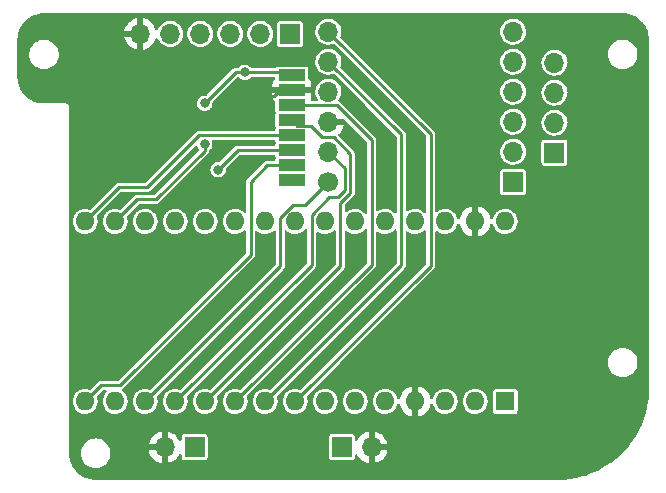
<source format=gbr>
%TF.GenerationSoftware,KiCad,Pcbnew,(6.0.9)*%
%TF.CreationDate,2023-05-28T23:14:04+10:00*%
%TF.ProjectId,SumoNyxPCB2.0,53756d6f-4e79-4785-9043-42322e302e6b,rev?*%
%TF.SameCoordinates,Original*%
%TF.FileFunction,Copper,L2,Bot*%
%TF.FilePolarity,Positive*%
%FSLAX46Y46*%
G04 Gerber Fmt 4.6, Leading zero omitted, Abs format (unit mm)*
G04 Created by KiCad (PCBNEW (6.0.9)) date 2023-05-28 23:14:04*
%MOMM*%
%LPD*%
G01*
G04 APERTURE LIST*
%TA.AperFunction,ComponentPad*%
%ADD10O,1.700000X1.700000*%
%TD*%
%TA.AperFunction,ComponentPad*%
%ADD11C,1.700000*%
%TD*%
%TA.AperFunction,ComponentPad*%
%ADD12R,1.700000X1.700000*%
%TD*%
%TA.AperFunction,ComponentPad*%
%ADD13R,1.600000X1.600000*%
%TD*%
%TA.AperFunction,ComponentPad*%
%ADD14O,1.600000X1.600000*%
%TD*%
%TA.AperFunction,SMDPad,CuDef*%
%ADD15R,2.286000X1.000000*%
%TD*%
%TA.AperFunction,ViaPad*%
%ADD16C,0.800000*%
%TD*%
%TA.AperFunction,Conductor*%
%ADD17C,0.250000*%
%TD*%
G04 APERTURE END LIST*
D10*
%TO.P,U3,12,AIN1*%
%TO.N,Net-(A1-Pad8)*%
X182335000Y-65555000D03*
%TO.P,U3,11,AIN2*%
%TO.N,Net-(A1-Pad9)*%
X182335000Y-68095000D03*
%TO.P,U3,10,VM*%
%TO.N,+7.5V*%
X182335000Y-70635000D03*
%TO.P,U3,9,GND*%
%TO.N,GND*%
X182335000Y-73175000D03*
%TO.P,U3,8,BIN1*%
%TO.N,Net-(A1-Pad12)*%
X182335000Y-75715000D03*
D11*
%TO.P,U3,7,BIN2*%
%TO.N,Net-(A1-Pad13)*%
X182335000Y-78255000D03*
D10*
%TO.P,U3,6,nFAULT*%
%TO.N,unconnected-(U3-Pad6)*%
X197975000Y-65565000D03*
%TO.P,U3,5,BOUT2*%
%TO.N,/MOTB2*%
X197975000Y-68105000D03*
%TO.P,U3,4,BOUT1*%
%TO.N,/MOTB1*%
X197975000Y-70645000D03*
%TO.P,U3,3,AOUT2*%
%TO.N,/MOTA2*%
X197975000Y-73185000D03*
%TO.P,U3,2,AOUT1*%
%TO.N,/MOTA1*%
X197975000Y-75725000D03*
D12*
%TO.P,U3,1,nSLEEP*%
%TO.N,unconnected-(U3-Pad1)*%
X197975000Y-78265000D03*
%TD*%
D10*
%TO.P,J3,4,Pin_4*%
%TO.N,/MOTB2*%
X201475000Y-68180000D03*
%TO.P,J3,3,Pin_3*%
%TO.N,/MOTB1*%
X201475000Y-70720000D03*
%TO.P,J3,2,Pin_2*%
%TO.N,/MOTA2*%
X201475000Y-73260000D03*
D12*
%TO.P,J3,1,Pin_1*%
%TO.N,/MOTA1*%
X201475000Y-75800000D03*
%TD*%
%TO.P,J4,1,Pin_1*%
%TO.N,Net-(J4-Pad1)*%
X171010000Y-100750000D03*
D10*
%TO.P,J4,2,Pin_2*%
%TO.N,GND*%
X168470000Y-100750000D03*
%TD*%
D12*
%TO.P,J2,1,Pin_1*%
%TO.N,Net-(J2-Pad1)*%
X183460000Y-100750000D03*
D10*
%TO.P,J2,2,Pin_2*%
%TO.N,GND*%
X186000000Y-100750000D03*
%TD*%
D12*
%TO.P,J1,1,Pin_1*%
%TO.N,+5V*%
X179100000Y-65750000D03*
D10*
%TO.P,J1,2,Pin_2*%
%TO.N,Net-(A1-Pad7)*%
X176560000Y-65750000D03*
%TO.P,J1,3,Pin_3*%
%TO.N,Net-(A1-Pad6)*%
X174020000Y-65750000D03*
%TO.P,J1,4,Pin_4*%
%TO.N,Net-(A1-Pad16)*%
X171480000Y-65750000D03*
%TO.P,J1,5,Pin_5*%
%TO.N,Net-(A1-Pad14)*%
X168940000Y-65750000D03*
%TO.P,J1,6,Pin_6*%
%TO.N,GND*%
X166400000Y-65750000D03*
%TD*%
D13*
%TO.P,A1,1,D1/TX*%
%TO.N,unconnected-(A1-Pad1)*%
X197300000Y-96860000D03*
D14*
%TO.P,A1,2,D0/RX*%
%TO.N,unconnected-(A1-Pad2)*%
X194760000Y-96860000D03*
%TO.P,A1,3,~{RESET}*%
%TO.N,unconnected-(A1-Pad3)*%
X192220000Y-96860000D03*
%TO.P,A1,4,GND*%
%TO.N,GND*%
X189680000Y-96860000D03*
%TO.P,A1,5,D2*%
%TO.N,unconnected-(A1-Pad5)*%
X187140000Y-96860000D03*
%TO.P,A1,6,D3*%
%TO.N,Net-(A1-Pad6)*%
X184600000Y-96860000D03*
%TO.P,A1,7,D4*%
%TO.N,Net-(A1-Pad7)*%
X182060000Y-96860000D03*
%TO.P,A1,8,D5*%
%TO.N,Net-(A1-Pad8)*%
X179520000Y-96860000D03*
%TO.P,A1,9,D6*%
%TO.N,Net-(A1-Pad9)*%
X176980000Y-96860000D03*
%TO.P,A1,10,D7*%
%TO.N,Net-(A1-Pad10)*%
X174440000Y-96860000D03*
%TO.P,A1,11,D8*%
%TO.N,Net-(A1-Pad11)*%
X171900000Y-96860000D03*
%TO.P,A1,12,D9*%
%TO.N,Net-(A1-Pad12)*%
X169360000Y-96860000D03*
%TO.P,A1,13,D10*%
%TO.N,Net-(A1-Pad13)*%
X166820000Y-96860000D03*
%TO.P,A1,14,D11*%
%TO.N,Net-(A1-Pad14)*%
X164280000Y-96860000D03*
%TO.P,A1,15,D12*%
%TO.N,Net-(A1-Pad15)*%
X161740000Y-96860000D03*
%TO.P,A1,16,D13*%
%TO.N,Net-(A1-Pad16)*%
X161740000Y-81620000D03*
%TO.P,A1,17,3V3*%
%TO.N,+3.3V*%
X164280000Y-81620000D03*
%TO.P,A1,18,AREF*%
%TO.N,unconnected-(A1-Pad18)*%
X166820000Y-81620000D03*
%TO.P,A1,19,A0*%
%TO.N,unconnected-(A1-Pad19)*%
X169360000Y-81620000D03*
%TO.P,A1,20,A1*%
%TO.N,unconnected-(A1-Pad20)*%
X171900000Y-81620000D03*
%TO.P,A1,21,A2*%
%TO.N,unconnected-(A1-Pad21)*%
X174440000Y-81620000D03*
%TO.P,A1,22,A3*%
%TO.N,unconnected-(A1-Pad22)*%
X176980000Y-81620000D03*
%TO.P,A1,23,A4*%
%TO.N,unconnected-(A1-Pad23)*%
X179520000Y-81620000D03*
%TO.P,A1,24,A5*%
%TO.N,unconnected-(A1-Pad24)*%
X182060000Y-81620000D03*
%TO.P,A1,25,A6*%
%TO.N,unconnected-(A1-Pad25)*%
X184600000Y-81620000D03*
%TO.P,A1,26,A7*%
%TO.N,unconnected-(A1-Pad26)*%
X187140000Y-81620000D03*
%TO.P,A1,27,+5V*%
%TO.N,unconnected-(A1-Pad27)*%
X189680000Y-81620000D03*
%TO.P,A1,28,~{RESET}*%
%TO.N,unconnected-(A1-Pad28)*%
X192220000Y-81620000D03*
%TO.P,A1,29,GND*%
%TO.N,GND*%
X194760000Y-81620000D03*
%TO.P,A1,30,VIN*%
%TO.N,+7.5V*%
X197300000Y-81620000D03*
%TD*%
D15*
%TO.P,U2,1,GND*%
%TO.N,GND*%
X179250000Y-70530000D03*
%TO.P,U2,2,VCC*%
%TO.N,+3.3V*%
X179250000Y-69260000D03*
%TO.P,U2,3,CE*%
%TO.N,Net-(A1-Pad10)*%
X179250000Y-71800000D03*
%TO.P,U2,4,~{CSN}*%
%TO.N,Net-(A1-Pad11)*%
X179250000Y-73070000D03*
%TO.P,U2,5,SCK*%
%TO.N,Net-(A1-Pad16)*%
X179250000Y-74340000D03*
%TO.P,U2,6,MOSI*%
%TO.N,Net-(A1-Pad14)*%
X179250000Y-75610000D03*
%TO.P,U2,7,MISO*%
%TO.N,Net-(A1-Pad15)*%
X179250000Y-76880000D03*
%TO.P,U2,8,IRQ*%
%TO.N,unconnected-(U2-Pad8)*%
X179250000Y-78150000D03*
%TD*%
D16*
%TO.N,+3.3V*%
X171867299Y-71617299D03*
X171867299Y-75064500D03*
%TO.N,GND*%
X181160000Y-69340000D03*
X175250000Y-71000000D03*
%TO.N,+3.3V*%
X175250000Y-69000000D03*
%TO.N,Net-(A1-Pad14)*%
X173000000Y-77250000D03*
%TD*%
D17*
%TO.N,Net-(A1-Pad14)*%
X174640000Y-75610000D02*
X179250000Y-75610000D01*
X173000000Y-77250000D02*
X174640000Y-75610000D01*
%TO.N,+3.3V*%
X174484598Y-69000000D02*
X171867299Y-71617299D01*
X175250000Y-69000000D02*
X174484598Y-69000000D01*
X171867299Y-75632701D02*
X171867299Y-75064500D01*
X167750000Y-79750000D02*
X171867299Y-75632701D01*
X166150000Y-79750000D02*
X167750000Y-79750000D01*
X164280000Y-81620000D02*
X166150000Y-79750000D01*
%TO.N,Net-(A1-Pad16)*%
X164610000Y-78750000D02*
X161740000Y-81620000D01*
X167000000Y-78750000D02*
X164610000Y-78750000D01*
X171410000Y-74340000D02*
X167000000Y-78750000D01*
X179250000Y-74340000D02*
X171410000Y-74340000D01*
%TO.N,GND*%
X180643000Y-70530000D02*
X179250000Y-70530000D01*
X181160000Y-69340000D02*
X181160000Y-70013000D01*
X181160000Y-70013000D02*
X180643000Y-70530000D01*
%TO.N,Net-(A1-Pad11)*%
X183338693Y-85421307D02*
X171900000Y-96860000D01*
X183338693Y-80047703D02*
X183338693Y-85421307D01*
X184200000Y-75918299D02*
X184200000Y-79186396D01*
X181808299Y-74500000D02*
X182781701Y-74500000D01*
X180823299Y-73515000D02*
X181808299Y-74500000D01*
X182781701Y-74500000D02*
X184200000Y-75918299D01*
X179250000Y-73070000D02*
X179695000Y-73515000D01*
X179695000Y-73515000D02*
X180823299Y-73515000D01*
X184200000Y-79186396D02*
X183338693Y-80047703D01*
%TO.N,Net-(A1-Pad12)*%
X180935000Y-81065000D02*
X180935000Y-85285000D01*
X180935000Y-85285000D02*
X169360000Y-96860000D01*
X182402297Y-79597703D02*
X180935000Y-81065000D01*
X183750000Y-79000000D02*
X183152297Y-79597703D01*
X183750000Y-77130000D02*
X183750000Y-79000000D01*
X182335000Y-75715000D02*
X183750000Y-77130000D01*
X183152297Y-79597703D02*
X182402297Y-79597703D01*
%TO.N,Net-(A1-Pad13)*%
X178250000Y-85430000D02*
X166820000Y-96860000D01*
X178250000Y-81299009D02*
X178250000Y-85430000D01*
X180340000Y-80250000D02*
X179299009Y-80250000D01*
X182335000Y-78255000D02*
X180340000Y-80250000D01*
X179299009Y-80250000D02*
X178250000Y-81299009D01*
%TO.N,Net-(A1-Pad15)*%
X164690991Y-95500000D02*
X163100000Y-95500000D01*
X163100000Y-95500000D02*
X161740000Y-96860000D01*
X175750000Y-84440991D02*
X164690991Y-95500000D01*
X177120000Y-76880000D02*
X175750000Y-78250000D01*
X179250000Y-76880000D02*
X177120000Y-76880000D01*
X175750000Y-78250000D02*
X175750000Y-84440991D01*
%TO.N,Net-(A1-Pad10)*%
X186000000Y-85300000D02*
X174440000Y-96860000D01*
X183060000Y-71810000D02*
X186000000Y-74750000D01*
X186000000Y-74750000D02*
X186000000Y-85300000D01*
X179260000Y-71810000D02*
X183060000Y-71810000D01*
X179250000Y-71800000D02*
X179260000Y-71810000D01*
%TO.N,Net-(A1-Pad9)*%
X188500000Y-85340000D02*
X176980000Y-96860000D01*
X188500000Y-74260000D02*
X188500000Y-85340000D01*
X182335000Y-68095000D02*
X188500000Y-74260000D01*
%TO.N,Net-(A1-Pad8)*%
X191000000Y-74220000D02*
X182335000Y-65555000D01*
X191000000Y-85380000D02*
X191000000Y-74220000D01*
X179520000Y-96860000D02*
X191000000Y-85380000D01*
%TO.N,+3.3V*%
X178510000Y-69260000D02*
X179250000Y-69260000D01*
X178250000Y-69000000D02*
X178510000Y-69260000D01*
X175250000Y-69000000D02*
X178250000Y-69000000D01*
%TO.N,GND*%
X178227000Y-70530000D02*
X179250000Y-70530000D01*
X177757000Y-71000000D02*
X178227000Y-70530000D01*
X175250000Y-71000000D02*
X177757000Y-71000000D01*
%TD*%
%TA.AperFunction,Conductor*%
%TO.N,GND*%
G36*
X207237306Y-64002883D02*
G01*
X207250000Y-64005408D01*
X207261978Y-64003025D01*
X207274195Y-64003025D01*
X207274195Y-64003339D01*
X207284901Y-64002611D01*
X207452544Y-64012751D01*
X207513662Y-64016448D01*
X207528525Y-64018253D01*
X207780967Y-64064515D01*
X207795505Y-64068099D01*
X207961491Y-64119822D01*
X208040523Y-64144450D01*
X208054521Y-64149758D01*
X208288557Y-64255090D01*
X208301815Y-64262048D01*
X208521443Y-64394818D01*
X208533766Y-64403324D01*
X208735792Y-64561601D01*
X208747000Y-64571531D01*
X208928469Y-64753000D01*
X208938399Y-64764208D01*
X209096676Y-64966234D01*
X209105182Y-64978557D01*
X209237952Y-65198185D01*
X209244910Y-65211443D01*
X209350242Y-65445479D01*
X209355550Y-65459477D01*
X209377659Y-65530425D01*
X209431901Y-65704495D01*
X209435485Y-65719033D01*
X209481747Y-65971475D01*
X209483552Y-65986340D01*
X209497389Y-66215099D01*
X209496661Y-66225805D01*
X209496975Y-66225805D01*
X209496975Y-66238022D01*
X209494592Y-66250000D01*
X209496975Y-66261980D01*
X209497117Y-66262694D01*
X209499500Y-66286885D01*
X209499500Y-95713115D01*
X209497117Y-95737306D01*
X209494592Y-95750000D01*
X209496975Y-95761979D01*
X209496975Y-95769220D01*
X209498291Y-95785403D01*
X209481773Y-96268947D01*
X209481579Y-96274615D01*
X209481002Y-96283047D01*
X209439683Y-96684974D01*
X209427754Y-96801011D01*
X209426601Y-96809399D01*
X209338131Y-97322512D01*
X209336408Y-97330802D01*
X209213132Y-97836670D01*
X209210848Y-97844822D01*
X209120892Y-98128252D01*
X209053334Y-98341108D01*
X209050498Y-98349086D01*
X208859478Y-98833478D01*
X208856105Y-98841244D01*
X208632489Y-99311443D01*
X208628595Y-99318959D01*
X208373393Y-99772834D01*
X208369008Y-99780046D01*
X208149473Y-100114753D01*
X208083428Y-100215447D01*
X208078545Y-100222364D01*
X207763931Y-100637245D01*
X207758587Y-100643813D01*
X207416398Y-101036252D01*
X207410619Y-101042440D01*
X207042440Y-101410619D01*
X207036252Y-101416398D01*
X206643813Y-101758587D01*
X206637245Y-101763931D01*
X206498966Y-101868791D01*
X206250938Y-102056877D01*
X206222364Y-102078545D01*
X206215449Y-102083427D01*
X205780046Y-102369008D01*
X205772834Y-102373393D01*
X205487612Y-102533766D01*
X205318961Y-102628594D01*
X205311443Y-102632489D01*
X204841244Y-102856105D01*
X204833478Y-102859478D01*
X204349086Y-103050498D01*
X204341111Y-103053333D01*
X204025155Y-103153613D01*
X203844823Y-103210848D01*
X203836670Y-103213132D01*
X203330802Y-103336408D01*
X203322512Y-103338131D01*
X202809399Y-103426601D01*
X202801011Y-103427754D01*
X202283047Y-103481002D01*
X202274629Y-103481578D01*
X201785403Y-103498291D01*
X201769220Y-103496975D01*
X201761979Y-103496975D01*
X201750000Y-103494592D01*
X201738020Y-103496975D01*
X201737306Y-103497117D01*
X201713115Y-103499500D01*
X162661885Y-103499500D01*
X162637694Y-103497117D01*
X162636980Y-103496975D01*
X162625000Y-103494592D01*
X162613022Y-103496975D01*
X162600805Y-103496975D01*
X162600805Y-103496661D01*
X162590099Y-103497389D01*
X162422456Y-103487249D01*
X162361338Y-103483552D01*
X162346475Y-103481747D01*
X162345559Y-103481579D01*
X162304958Y-103474139D01*
X162094033Y-103435485D01*
X162079495Y-103431901D01*
X161901873Y-103376552D01*
X161834477Y-103355550D01*
X161820479Y-103350242D01*
X161586443Y-103244910D01*
X161573185Y-103237952D01*
X161353557Y-103105182D01*
X161341234Y-103096676D01*
X161139208Y-102938399D01*
X161128000Y-102928469D01*
X160946531Y-102747000D01*
X160936601Y-102735792D01*
X160778324Y-102533766D01*
X160769818Y-102521443D01*
X160637048Y-102301815D01*
X160630090Y-102288557D01*
X160524758Y-102054521D01*
X160519448Y-102040519D01*
X160513107Y-102020168D01*
X160481118Y-101917512D01*
X160443099Y-101795505D01*
X160439515Y-101780967D01*
X160393253Y-101528525D01*
X160391448Y-101513660D01*
X160377611Y-101284901D01*
X160378339Y-101274195D01*
X160378025Y-101274195D01*
X160378025Y-101261978D01*
X160380408Y-101250000D01*
X161369723Y-101250000D01*
X161388793Y-101467977D01*
X161390195Y-101473209D01*
X161431946Y-101629024D01*
X161445425Y-101679330D01*
X161537898Y-101877638D01*
X161541005Y-101882075D01*
X161541006Y-101882077D01*
X161660296Y-102052442D01*
X161660300Y-102052446D01*
X161663402Y-102056877D01*
X161818123Y-102211598D01*
X161997361Y-102337102D01*
X162195670Y-102429575D01*
X162200893Y-102430974D01*
X162200897Y-102430976D01*
X162367901Y-102475724D01*
X162407023Y-102486207D01*
X162625000Y-102505277D01*
X162842977Y-102486207D01*
X162882099Y-102475724D01*
X163049103Y-102430976D01*
X163049107Y-102430974D01*
X163054330Y-102429575D01*
X163252639Y-102337102D01*
X163431877Y-102211598D01*
X163586598Y-102056877D01*
X163589700Y-102052446D01*
X163589704Y-102052442D01*
X163708994Y-101882077D01*
X163708995Y-101882075D01*
X163712102Y-101877638D01*
X163804575Y-101679330D01*
X163818055Y-101629024D01*
X163859805Y-101473209D01*
X163861207Y-101467977D01*
X163880277Y-101250000D01*
X163861207Y-101032023D01*
X163857382Y-101017748D01*
X167138208Y-101017748D01*
X167168580Y-101152517D01*
X167171618Y-101162209D01*
X167251800Y-101359675D01*
X167256374Y-101368730D01*
X167367731Y-101550448D01*
X167373725Y-101558639D01*
X167513270Y-101719734D01*
X167520515Y-101726829D01*
X167684497Y-101862969D01*
X167692813Y-101868791D01*
X167876820Y-101976317D01*
X167885976Y-101980703D01*
X168085077Y-102056732D01*
X168094816Y-102059562D01*
X168198532Y-102080663D01*
X168212357Y-102079487D01*
X168216000Y-102069301D01*
X168216000Y-102068802D01*
X168724000Y-102068802D01*
X168728001Y-102082427D01*
X168741200Y-102084429D01*
X168748269Y-102083523D01*
X168758182Y-102081416D01*
X168962332Y-102020168D01*
X168971768Y-102016470D01*
X169163168Y-101922703D01*
X169171877Y-101917512D01*
X169345402Y-101793739D01*
X169353135Y-101787203D01*
X169504103Y-101636760D01*
X169510687Y-101629024D01*
X169635050Y-101455955D01*
X169640278Y-101447254D01*
X169674336Y-101378344D01*
X169721686Y-101326966D01*
X169789297Y-101309343D01*
X169855702Y-101331071D01*
X169899819Y-101385252D01*
X169909500Y-101433285D01*
X169909500Y-101624674D01*
X169924034Y-101697740D01*
X169979399Y-101780601D01*
X170062260Y-101835966D01*
X170096313Y-101842740D01*
X170129347Y-101849311D01*
X170129350Y-101849311D01*
X170135326Y-101850500D01*
X171884674Y-101850500D01*
X171890650Y-101849311D01*
X171890653Y-101849311D01*
X171923687Y-101842740D01*
X171957740Y-101835966D01*
X172040601Y-101780601D01*
X172095966Y-101697740D01*
X172110500Y-101624674D01*
X182359500Y-101624674D01*
X182374034Y-101697740D01*
X182429399Y-101780601D01*
X182512260Y-101835966D01*
X182546313Y-101842740D01*
X182579347Y-101849311D01*
X182579350Y-101849311D01*
X182585326Y-101850500D01*
X184334674Y-101850500D01*
X184340650Y-101849311D01*
X184340653Y-101849311D01*
X184373687Y-101842740D01*
X184407740Y-101835966D01*
X184490601Y-101780601D01*
X184545966Y-101697740D01*
X184560500Y-101624674D01*
X184560500Y-101439808D01*
X184580185Y-101372769D01*
X184632989Y-101327014D01*
X184702147Y-101317070D01*
X184765703Y-101346095D01*
X184790227Y-101375018D01*
X184897731Y-101550448D01*
X184903725Y-101558639D01*
X185043270Y-101719734D01*
X185050515Y-101726829D01*
X185214497Y-101862969D01*
X185222813Y-101868791D01*
X185406820Y-101976317D01*
X185415976Y-101980703D01*
X185615077Y-102056732D01*
X185624816Y-102059562D01*
X185728532Y-102080663D01*
X185742357Y-102079487D01*
X185746000Y-102069301D01*
X185746000Y-102068802D01*
X186254000Y-102068802D01*
X186258001Y-102082427D01*
X186271200Y-102084429D01*
X186278269Y-102083523D01*
X186288182Y-102081416D01*
X186492332Y-102020168D01*
X186501768Y-102016470D01*
X186693168Y-101922703D01*
X186701877Y-101917512D01*
X186875402Y-101793739D01*
X186883135Y-101787203D01*
X187034103Y-101636760D01*
X187040687Y-101629024D01*
X187165050Y-101455955D01*
X187170278Y-101447254D01*
X187264707Y-101256193D01*
X187268444Y-101246753D01*
X187330402Y-101042829D01*
X187332544Y-101032918D01*
X187334024Y-101021676D01*
X187331847Y-101007719D01*
X187318898Y-101004000D01*
X186271830Y-101004000D01*
X186256831Y-101008404D01*
X186255644Y-101009774D01*
X186254000Y-101017332D01*
X186254000Y-102068802D01*
X185746000Y-102068802D01*
X185746000Y-100478170D01*
X186254000Y-100478170D01*
X186258404Y-100493169D01*
X186259774Y-100494356D01*
X186267332Y-100496000D01*
X187318629Y-100496000D01*
X187331946Y-100492090D01*
X187333232Y-100483151D01*
X187291193Y-100315790D01*
X187287930Y-100306207D01*
X187202940Y-100110741D01*
X187198149Y-100101805D01*
X187082378Y-99922852D01*
X187076194Y-99914822D01*
X186932751Y-99757180D01*
X186925333Y-99750263D01*
X186758076Y-99618172D01*
X186749629Y-99612560D01*
X186563037Y-99509555D01*
X186553782Y-99505396D01*
X186352890Y-99434256D01*
X186343066Y-99431660D01*
X186271555Y-99418922D01*
X186258468Y-99420358D01*
X186254000Y-99434685D01*
X186254000Y-100478170D01*
X185746000Y-100478170D01*
X185746000Y-99432817D01*
X185742143Y-99419682D01*
X185728094Y-99417727D01*
X185689235Y-99423674D01*
X185679376Y-99426022D01*
X185476785Y-99492239D01*
X185467436Y-99496169D01*
X185278389Y-99594580D01*
X185269804Y-99599987D01*
X185099368Y-99727954D01*
X185091780Y-99734691D01*
X184944532Y-99888778D01*
X184938153Y-99896655D01*
X184818050Y-100072719D01*
X184813035Y-100081546D01*
X184796974Y-100116148D01*
X184750893Y-100168668D01*
X184683734Y-100187938D01*
X184616817Y-100167839D01*
X184571389Y-100114753D01*
X184560500Y-100063940D01*
X184560500Y-99875326D01*
X184545966Y-99802260D01*
X184490601Y-99719399D01*
X184407740Y-99664034D01*
X184373687Y-99657260D01*
X184340653Y-99650689D01*
X184340650Y-99650689D01*
X184334674Y-99649500D01*
X182585326Y-99649500D01*
X182579350Y-99650689D01*
X182579347Y-99650689D01*
X182546313Y-99657260D01*
X182512260Y-99664034D01*
X182429399Y-99719399D01*
X182374034Y-99802260D01*
X182359500Y-99875326D01*
X182359500Y-101624674D01*
X172110500Y-101624674D01*
X172110500Y-99875326D01*
X172095966Y-99802260D01*
X172040601Y-99719399D01*
X171957740Y-99664034D01*
X171923687Y-99657260D01*
X171890653Y-99650689D01*
X171890650Y-99650689D01*
X171884674Y-99649500D01*
X170135326Y-99649500D01*
X170129350Y-99650689D01*
X170129347Y-99650689D01*
X170096313Y-99657260D01*
X170062260Y-99664034D01*
X169979399Y-99719399D01*
X169924034Y-99802260D01*
X169909500Y-99875326D01*
X169909500Y-100058637D01*
X169889815Y-100125676D01*
X169837011Y-100171431D01*
X169767853Y-100181375D01*
X169704297Y-100152350D01*
X169676556Y-100114582D01*
X169675347Y-100115230D01*
X169668149Y-100101805D01*
X169552378Y-99922852D01*
X169546194Y-99914822D01*
X169402751Y-99757180D01*
X169395333Y-99750263D01*
X169228076Y-99618172D01*
X169219629Y-99612560D01*
X169033037Y-99509555D01*
X169023782Y-99505396D01*
X168822890Y-99434256D01*
X168813066Y-99431660D01*
X168741555Y-99418922D01*
X168728468Y-99420358D01*
X168724000Y-99434685D01*
X168724000Y-102068802D01*
X168216000Y-102068802D01*
X168216000Y-101021830D01*
X168211596Y-101006831D01*
X168210226Y-101005644D01*
X168202668Y-101004000D01*
X167152940Y-101004000D01*
X167139623Y-101007910D01*
X167138208Y-101017748D01*
X163857382Y-101017748D01*
X163804575Y-100820670D01*
X163712102Y-100622362D01*
X163639016Y-100517984D01*
X163615477Y-100484366D01*
X167134338Y-100484366D01*
X167135838Y-100492660D01*
X167148025Y-100496000D01*
X168198170Y-100496000D01*
X168213169Y-100491596D01*
X168214356Y-100490226D01*
X168216000Y-100482668D01*
X168216000Y-99432817D01*
X168212143Y-99419682D01*
X168198094Y-99417727D01*
X168159235Y-99423674D01*
X168149376Y-99426022D01*
X167946785Y-99492239D01*
X167937436Y-99496169D01*
X167748389Y-99594580D01*
X167739804Y-99599987D01*
X167569368Y-99727954D01*
X167561780Y-99734691D01*
X167414532Y-99888778D01*
X167408153Y-99896655D01*
X167288050Y-100072719D01*
X167283035Y-100081547D01*
X167193301Y-100274864D01*
X167189799Y-100284382D01*
X167134338Y-100484366D01*
X163615477Y-100484366D01*
X163589704Y-100447558D01*
X163589700Y-100447554D01*
X163586598Y-100443123D01*
X163431877Y-100288402D01*
X163252639Y-100162898D01*
X163054330Y-100070425D01*
X163049107Y-100069026D01*
X163049103Y-100069024D01*
X162848209Y-100015195D01*
X162848210Y-100015195D01*
X162842977Y-100013793D01*
X162625000Y-99994723D01*
X162407023Y-100013793D01*
X162401790Y-100015195D01*
X162401791Y-100015195D01*
X162200897Y-100069024D01*
X162200893Y-100069026D01*
X162195670Y-100070425D01*
X161997362Y-100162898D01*
X161992925Y-100166005D01*
X161992923Y-100166006D01*
X161822558Y-100285296D01*
X161822557Y-100285297D01*
X161818123Y-100288402D01*
X161663402Y-100443123D01*
X161660300Y-100447554D01*
X161660296Y-100447558D01*
X161610984Y-100517984D01*
X161537898Y-100622362D01*
X161445425Y-100820670D01*
X161388793Y-101032023D01*
X161388321Y-101037422D01*
X161370772Y-101238020D01*
X161370639Y-101239535D01*
X161369723Y-101250000D01*
X160380408Y-101250000D01*
X160377883Y-101237306D01*
X160375500Y-101213115D01*
X160375500Y-96845262D01*
X160684520Y-96845262D01*
X160701759Y-97050553D01*
X160758544Y-97248586D01*
X160852712Y-97431818D01*
X160856480Y-97436572D01*
X160923340Y-97520928D01*
X160980677Y-97593270D01*
X160985296Y-97597201D01*
X161132950Y-97722865D01*
X161132955Y-97722869D01*
X161137564Y-97726791D01*
X161317398Y-97827297D01*
X161513329Y-97890959D01*
X161519347Y-97891677D01*
X161519349Y-97891677D01*
X161661410Y-97908616D01*
X161717894Y-97915351D01*
X161723938Y-97914886D01*
X161723939Y-97914886D01*
X161796391Y-97909311D01*
X161923300Y-97899546D01*
X162057840Y-97861982D01*
X162115885Y-97845776D01*
X162115889Y-97845774D01*
X162121725Y-97844145D01*
X162305610Y-97751258D01*
X162467951Y-97624424D01*
X162471907Y-97619840D01*
X162471911Y-97619837D01*
X162598602Y-97473062D01*
X162602564Y-97468472D01*
X162623387Y-97431818D01*
X162701327Y-97294618D01*
X162704323Y-97289344D01*
X162759928Y-97122189D01*
X162767439Y-97099611D01*
X162767439Y-97099610D01*
X162769351Y-97093863D01*
X162773158Y-97063732D01*
X162794736Y-96892919D01*
X162794736Y-96892915D01*
X162795171Y-96889474D01*
X162795583Y-96860000D01*
X162775480Y-96654970D01*
X162769376Y-96634753D01*
X162727495Y-96496036D01*
X162726963Y-96426168D01*
X162758522Y-96372515D01*
X163219218Y-95911819D01*
X163280541Y-95878334D01*
X163306899Y-95875500D01*
X163475784Y-95875500D01*
X163542823Y-95895185D01*
X163588578Y-95947989D01*
X163598522Y-96017147D01*
X163569497Y-96080703D01*
X163553484Y-96096137D01*
X163541447Y-96105815D01*
X163409024Y-96263630D01*
X163309776Y-96444162D01*
X163307942Y-96449944D01*
X163307941Y-96449946D01*
X163252044Y-96626156D01*
X163247484Y-96640532D01*
X163242555Y-96684473D01*
X163228543Y-96809399D01*
X163224520Y-96845262D01*
X163241759Y-97050553D01*
X163298544Y-97248586D01*
X163392712Y-97431818D01*
X163396480Y-97436572D01*
X163463340Y-97520928D01*
X163520677Y-97593270D01*
X163525296Y-97597201D01*
X163672950Y-97722865D01*
X163672955Y-97722869D01*
X163677564Y-97726791D01*
X163857398Y-97827297D01*
X164053329Y-97890959D01*
X164059347Y-97891677D01*
X164059349Y-97891677D01*
X164201410Y-97908616D01*
X164257894Y-97915351D01*
X164263938Y-97914886D01*
X164263939Y-97914886D01*
X164336391Y-97909311D01*
X164463300Y-97899546D01*
X164597840Y-97861982D01*
X164655885Y-97845776D01*
X164655889Y-97845774D01*
X164661725Y-97844145D01*
X164845610Y-97751258D01*
X165007951Y-97624424D01*
X165011907Y-97619840D01*
X165011911Y-97619837D01*
X165138602Y-97473062D01*
X165142564Y-97468472D01*
X165163387Y-97431818D01*
X165241327Y-97294618D01*
X165244323Y-97289344D01*
X165299928Y-97122189D01*
X165307439Y-97099611D01*
X165307439Y-97099610D01*
X165309351Y-97093863D01*
X165313158Y-97063732D01*
X165334736Y-96892919D01*
X165334736Y-96892915D01*
X165335171Y-96889474D01*
X165335583Y-96860000D01*
X165315480Y-96654970D01*
X165309376Y-96634753D01*
X165257688Y-96463555D01*
X165255935Y-96457749D01*
X165159218Y-96275849D01*
X165029011Y-96116200D01*
X165011864Y-96102015D01*
X164899540Y-96009092D01*
X164860433Y-95951192D01*
X164858837Y-95881340D01*
X164895259Y-95821715D01*
X164906457Y-95813112D01*
X164909891Y-95811463D01*
X164914122Y-95807906D01*
X164916008Y-95806020D01*
X164917938Y-95804249D01*
X164917991Y-95804221D01*
X164918108Y-95804348D01*
X164918665Y-95803857D01*
X164924320Y-95800806D01*
X164938558Y-95785404D01*
X164960544Y-95761619D01*
X164963919Y-95758109D01*
X175977839Y-84744189D01*
X175996568Y-84729062D01*
X175997602Y-84728121D01*
X176006210Y-84722563D01*
X176026807Y-84696436D01*
X176030721Y-84692031D01*
X176030651Y-84691972D01*
X176033953Y-84688075D01*
X176037576Y-84684452D01*
X176048687Y-84668903D01*
X176052196Y-84664230D01*
X176062440Y-84651236D01*
X176083603Y-84624391D01*
X176086605Y-84615842D01*
X176091872Y-84608472D01*
X176106410Y-84559860D01*
X176108215Y-84554306D01*
X176122438Y-84513805D01*
X176122439Y-84513803D01*
X176125023Y-84506443D01*
X176125500Y-84500936D01*
X176125500Y-84498253D01*
X176125613Y-84495654D01*
X176125636Y-84495576D01*
X176125804Y-84495583D01*
X176125849Y-84494862D01*
X176127691Y-84488704D01*
X176125596Y-84435385D01*
X176125500Y-84430517D01*
X176125500Y-82540629D01*
X176145185Y-82473590D01*
X176197989Y-82427835D01*
X176267147Y-82417891D01*
X176329866Y-82446198D01*
X176372945Y-82482861D01*
X176372951Y-82482865D01*
X176377564Y-82486791D01*
X176557398Y-82587297D01*
X176753329Y-82650959D01*
X176759347Y-82651677D01*
X176759349Y-82651677D01*
X176901410Y-82668616D01*
X176957894Y-82675351D01*
X176963938Y-82674886D01*
X176963939Y-82674886D01*
X177025266Y-82670167D01*
X177163300Y-82659546D01*
X177297840Y-82621982D01*
X177355885Y-82605776D01*
X177355889Y-82605774D01*
X177361725Y-82604145D01*
X177545610Y-82511258D01*
X177674158Y-82410826D01*
X177739105Y-82385065D01*
X177807670Y-82398505D01*
X177858084Y-82446881D01*
X177874500Y-82508540D01*
X177874500Y-85223101D01*
X177854815Y-85290140D01*
X177838181Y-85310782D01*
X167307156Y-95841807D01*
X167245833Y-95875292D01*
X167182807Y-95872581D01*
X167160178Y-95865576D01*
X167032254Y-95825977D01*
X166827369Y-95804443D01*
X166821336Y-95804992D01*
X166821332Y-95804992D01*
X166695721Y-95816424D01*
X166622203Y-95823114D01*
X166616390Y-95824825D01*
X166616389Y-95824825D01*
X166430963Y-95879399D01*
X166424572Y-95881280D01*
X166391668Y-95898482D01*
X166247374Y-95973917D01*
X166247370Y-95973920D01*
X166242002Y-95976726D01*
X166237279Y-95980523D01*
X166237278Y-95980524D01*
X166093482Y-96096139D01*
X166081447Y-96105815D01*
X165949024Y-96263630D01*
X165849776Y-96444162D01*
X165847942Y-96449944D01*
X165847941Y-96449946D01*
X165792044Y-96626156D01*
X165787484Y-96640532D01*
X165782555Y-96684473D01*
X165768543Y-96809399D01*
X165764520Y-96845262D01*
X165781759Y-97050553D01*
X165838544Y-97248586D01*
X165932712Y-97431818D01*
X165936480Y-97436572D01*
X166003340Y-97520928D01*
X166060677Y-97593270D01*
X166065296Y-97597201D01*
X166212950Y-97722865D01*
X166212955Y-97722869D01*
X166217564Y-97726791D01*
X166397398Y-97827297D01*
X166593329Y-97890959D01*
X166599347Y-97891677D01*
X166599349Y-97891677D01*
X166741410Y-97908616D01*
X166797894Y-97915351D01*
X166803938Y-97914886D01*
X166803939Y-97914886D01*
X166876391Y-97909311D01*
X167003300Y-97899546D01*
X167137840Y-97861982D01*
X167195885Y-97845776D01*
X167195889Y-97845774D01*
X167201725Y-97844145D01*
X167385610Y-97751258D01*
X167547951Y-97624424D01*
X167551907Y-97619840D01*
X167551911Y-97619837D01*
X167678602Y-97473062D01*
X167682564Y-97468472D01*
X167703387Y-97431818D01*
X167781327Y-97294618D01*
X167784323Y-97289344D01*
X167839928Y-97122189D01*
X167847439Y-97099611D01*
X167847439Y-97099610D01*
X167849351Y-97093863D01*
X167853158Y-97063732D01*
X167874736Y-96892919D01*
X167874736Y-96892915D01*
X167875171Y-96889474D01*
X167875583Y-96860000D01*
X167855480Y-96654970D01*
X167849376Y-96634753D01*
X167807495Y-96496036D01*
X167806963Y-96426168D01*
X167838522Y-96372515D01*
X178477839Y-85733198D01*
X178496568Y-85718071D01*
X178497602Y-85717130D01*
X178506210Y-85711572D01*
X178526807Y-85685445D01*
X178530720Y-85681042D01*
X178530650Y-85680983D01*
X178533957Y-85677080D01*
X178537575Y-85673462D01*
X178548681Y-85657920D01*
X178552170Y-85653272D01*
X178583603Y-85613400D01*
X178586605Y-85604851D01*
X178591872Y-85597481D01*
X178606408Y-85548877D01*
X178608212Y-85543324D01*
X178622437Y-85502817D01*
X178622438Y-85502814D01*
X178625023Y-85495452D01*
X178625500Y-85489945D01*
X178625500Y-85487261D01*
X178625613Y-85484659D01*
X178625635Y-85484585D01*
X178625804Y-85484592D01*
X178625850Y-85483867D01*
X178627690Y-85477713D01*
X178627259Y-85466721D01*
X178625596Y-85424419D01*
X178625500Y-85419551D01*
X178625500Y-82506586D01*
X178645185Y-82439547D01*
X178697989Y-82393792D01*
X178767147Y-82383848D01*
X178829867Y-82412155D01*
X178917564Y-82486791D01*
X179097398Y-82587297D01*
X179293329Y-82650959D01*
X179299347Y-82651677D01*
X179299349Y-82651677D01*
X179441410Y-82668616D01*
X179497894Y-82675351D01*
X179503938Y-82674886D01*
X179503939Y-82674886D01*
X179565266Y-82670167D01*
X179703300Y-82659546D01*
X179837840Y-82621982D01*
X179895885Y-82605776D01*
X179895889Y-82605774D01*
X179901725Y-82604145D01*
X180085610Y-82511258D01*
X180247951Y-82384424D01*
X180251907Y-82379840D01*
X180251911Y-82379837D01*
X180341632Y-82275893D01*
X180400338Y-82238007D01*
X180470208Y-82237873D01*
X180529058Y-82275536D01*
X180558204Y-82339036D01*
X180559500Y-82356917D01*
X180559500Y-85078101D01*
X180539815Y-85145140D01*
X180523181Y-85165782D01*
X169847156Y-95841807D01*
X169785833Y-95875292D01*
X169722807Y-95872581D01*
X169700178Y-95865576D01*
X169572254Y-95825977D01*
X169367369Y-95804443D01*
X169361336Y-95804992D01*
X169361332Y-95804992D01*
X169235721Y-95816424D01*
X169162203Y-95823114D01*
X169156390Y-95824825D01*
X169156389Y-95824825D01*
X168970963Y-95879399D01*
X168964572Y-95881280D01*
X168931668Y-95898482D01*
X168787374Y-95973917D01*
X168787370Y-95973920D01*
X168782002Y-95976726D01*
X168777279Y-95980523D01*
X168777278Y-95980524D01*
X168633482Y-96096139D01*
X168621447Y-96105815D01*
X168489024Y-96263630D01*
X168389776Y-96444162D01*
X168387942Y-96449944D01*
X168387941Y-96449946D01*
X168332044Y-96626156D01*
X168327484Y-96640532D01*
X168322555Y-96684473D01*
X168308543Y-96809399D01*
X168304520Y-96845262D01*
X168321759Y-97050553D01*
X168378544Y-97248586D01*
X168472712Y-97431818D01*
X168476480Y-97436572D01*
X168543340Y-97520928D01*
X168600677Y-97593270D01*
X168605296Y-97597201D01*
X168752950Y-97722865D01*
X168752955Y-97722869D01*
X168757564Y-97726791D01*
X168937398Y-97827297D01*
X169133329Y-97890959D01*
X169139347Y-97891677D01*
X169139349Y-97891677D01*
X169281410Y-97908616D01*
X169337894Y-97915351D01*
X169343938Y-97914886D01*
X169343939Y-97914886D01*
X169416391Y-97909311D01*
X169543300Y-97899546D01*
X169677840Y-97861982D01*
X169735885Y-97845776D01*
X169735889Y-97845774D01*
X169741725Y-97844145D01*
X169925610Y-97751258D01*
X170087951Y-97624424D01*
X170091907Y-97619840D01*
X170091911Y-97619837D01*
X170218602Y-97473062D01*
X170222564Y-97468472D01*
X170243387Y-97431818D01*
X170321327Y-97294618D01*
X170324323Y-97289344D01*
X170379928Y-97122189D01*
X170387439Y-97099611D01*
X170387439Y-97099610D01*
X170389351Y-97093863D01*
X170393158Y-97063732D01*
X170414736Y-96892919D01*
X170414736Y-96892915D01*
X170415171Y-96889474D01*
X170415583Y-96860000D01*
X170395480Y-96654970D01*
X170389376Y-96634753D01*
X170347495Y-96496036D01*
X170346963Y-96426168D01*
X170378522Y-96372515D01*
X181162839Y-85588198D01*
X181181568Y-85573071D01*
X181182602Y-85572130D01*
X181191210Y-85566572D01*
X181211807Y-85540445D01*
X181215720Y-85536042D01*
X181215650Y-85535983D01*
X181218957Y-85532080D01*
X181222575Y-85528462D01*
X181233681Y-85512920D01*
X181237170Y-85508272D01*
X181268603Y-85468400D01*
X181271605Y-85459851D01*
X181276872Y-85452481D01*
X181291408Y-85403877D01*
X181293212Y-85398324D01*
X181307437Y-85357817D01*
X181307438Y-85357814D01*
X181310023Y-85350452D01*
X181310500Y-85344945D01*
X181310500Y-85342261D01*
X181310613Y-85339659D01*
X181310635Y-85339585D01*
X181310804Y-85339592D01*
X181310850Y-85338867D01*
X181312690Y-85332713D01*
X181311829Y-85310782D01*
X181310596Y-85279419D01*
X181310500Y-85274551D01*
X181310500Y-82615953D01*
X181330185Y-82548914D01*
X181382989Y-82503159D01*
X181452147Y-82493215D01*
X181494994Y-82507711D01*
X181632096Y-82584334D01*
X181637398Y-82587297D01*
X181833329Y-82650959D01*
X181839347Y-82651677D01*
X181839349Y-82651677D01*
X181981410Y-82668616D01*
X182037894Y-82675351D01*
X182043938Y-82674886D01*
X182043939Y-82674886D01*
X182105266Y-82670167D01*
X182243300Y-82659546D01*
X182377840Y-82621982D01*
X182435885Y-82605776D01*
X182435889Y-82605774D01*
X182441725Y-82604145D01*
X182625610Y-82511258D01*
X182630385Y-82507528D01*
X182630392Y-82507523D01*
X182762851Y-82404035D01*
X182827798Y-82378273D01*
X182896363Y-82391713D01*
X182946776Y-82440089D01*
X182963193Y-82501748D01*
X182963193Y-85214408D01*
X182943508Y-85281447D01*
X182926874Y-85302089D01*
X172387156Y-95841807D01*
X172325833Y-95875292D01*
X172262807Y-95872581D01*
X172240178Y-95865576D01*
X172112254Y-95825977D01*
X171907369Y-95804443D01*
X171901336Y-95804992D01*
X171901332Y-95804992D01*
X171775721Y-95816424D01*
X171702203Y-95823114D01*
X171696390Y-95824825D01*
X171696389Y-95824825D01*
X171510963Y-95879399D01*
X171504572Y-95881280D01*
X171471668Y-95898482D01*
X171327374Y-95973917D01*
X171327370Y-95973920D01*
X171322002Y-95976726D01*
X171317279Y-95980523D01*
X171317278Y-95980524D01*
X171173482Y-96096139D01*
X171161447Y-96105815D01*
X171029024Y-96263630D01*
X170929776Y-96444162D01*
X170927942Y-96449944D01*
X170927941Y-96449946D01*
X170872044Y-96626156D01*
X170867484Y-96640532D01*
X170862555Y-96684473D01*
X170848543Y-96809399D01*
X170844520Y-96845262D01*
X170861759Y-97050553D01*
X170918544Y-97248586D01*
X171012712Y-97431818D01*
X171016480Y-97436572D01*
X171083340Y-97520928D01*
X171140677Y-97593270D01*
X171145296Y-97597201D01*
X171292950Y-97722865D01*
X171292955Y-97722869D01*
X171297564Y-97726791D01*
X171477398Y-97827297D01*
X171673329Y-97890959D01*
X171679347Y-97891677D01*
X171679349Y-97891677D01*
X171821410Y-97908616D01*
X171877894Y-97915351D01*
X171883938Y-97914886D01*
X171883939Y-97914886D01*
X171956391Y-97909311D01*
X172083300Y-97899546D01*
X172217840Y-97861982D01*
X172275885Y-97845776D01*
X172275889Y-97845774D01*
X172281725Y-97844145D01*
X172465610Y-97751258D01*
X172627951Y-97624424D01*
X172631907Y-97619840D01*
X172631911Y-97619837D01*
X172758602Y-97473062D01*
X172762564Y-97468472D01*
X172783387Y-97431818D01*
X172861327Y-97294618D01*
X172864323Y-97289344D01*
X172919928Y-97122189D01*
X172927439Y-97099611D01*
X172927439Y-97099610D01*
X172929351Y-97093863D01*
X172933158Y-97063732D01*
X172954736Y-96892919D01*
X172954736Y-96892915D01*
X172955171Y-96889474D01*
X172955583Y-96860000D01*
X172935480Y-96654970D01*
X172929376Y-96634753D01*
X172887495Y-96496036D01*
X172886963Y-96426168D01*
X172918522Y-96372515D01*
X183566536Y-85724502D01*
X183585238Y-85709398D01*
X183586292Y-85708439D01*
X183594903Y-85702879D01*
X183615497Y-85676756D01*
X183619417Y-85672345D01*
X183619347Y-85672286D01*
X183622652Y-85668386D01*
X183626269Y-85664769D01*
X183629237Y-85660616D01*
X183629246Y-85660605D01*
X183637390Y-85649207D01*
X183640900Y-85644532D01*
X183665951Y-85612756D01*
X183665952Y-85612754D01*
X183672296Y-85604707D01*
X183675298Y-85596159D01*
X183680565Y-85588788D01*
X183685266Y-85573071D01*
X183693146Y-85546721D01*
X183695103Y-85540176D01*
X183696908Y-85534622D01*
X183711131Y-85494121D01*
X183711132Y-85494119D01*
X183713716Y-85486759D01*
X183714193Y-85481252D01*
X183714193Y-85478569D01*
X183714306Y-85475970D01*
X183714329Y-85475892D01*
X183714497Y-85475899D01*
X183714542Y-85475178D01*
X183716384Y-85469020D01*
X183715921Y-85457218D01*
X183714289Y-85415701D01*
X183714193Y-85410833D01*
X183714193Y-82513984D01*
X183733878Y-82446945D01*
X183786682Y-82401190D01*
X183855840Y-82391246D01*
X183918559Y-82419552D01*
X183997564Y-82486791D01*
X184177398Y-82587297D01*
X184373329Y-82650959D01*
X184379347Y-82651677D01*
X184379349Y-82651677D01*
X184521410Y-82668616D01*
X184577894Y-82675351D01*
X184583938Y-82674886D01*
X184583939Y-82674886D01*
X184645266Y-82670167D01*
X184783300Y-82659546D01*
X184917840Y-82621982D01*
X184975885Y-82605776D01*
X184975889Y-82605774D01*
X184981725Y-82604145D01*
X185165610Y-82511258D01*
X185327951Y-82384424D01*
X185406633Y-82293269D01*
X185465338Y-82255384D01*
X185535207Y-82255250D01*
X185594058Y-82292912D01*
X185623204Y-82356413D01*
X185624500Y-82374294D01*
X185624500Y-85093101D01*
X185604815Y-85160140D01*
X185588181Y-85180782D01*
X174927156Y-95841807D01*
X174865833Y-95875292D01*
X174802807Y-95872581D01*
X174780178Y-95865576D01*
X174652254Y-95825977D01*
X174447369Y-95804443D01*
X174441336Y-95804992D01*
X174441332Y-95804992D01*
X174315721Y-95816424D01*
X174242203Y-95823114D01*
X174236390Y-95824825D01*
X174236389Y-95824825D01*
X174050963Y-95879399D01*
X174044572Y-95881280D01*
X174011668Y-95898482D01*
X173867374Y-95973917D01*
X173867370Y-95973920D01*
X173862002Y-95976726D01*
X173857279Y-95980523D01*
X173857278Y-95980524D01*
X173713482Y-96096139D01*
X173701447Y-96105815D01*
X173569024Y-96263630D01*
X173469776Y-96444162D01*
X173467942Y-96449944D01*
X173467941Y-96449946D01*
X173412044Y-96626156D01*
X173407484Y-96640532D01*
X173402555Y-96684473D01*
X173388543Y-96809399D01*
X173384520Y-96845262D01*
X173401759Y-97050553D01*
X173458544Y-97248586D01*
X173552712Y-97431818D01*
X173556480Y-97436572D01*
X173623340Y-97520928D01*
X173680677Y-97593270D01*
X173685296Y-97597201D01*
X173832950Y-97722865D01*
X173832955Y-97722869D01*
X173837564Y-97726791D01*
X174017398Y-97827297D01*
X174213329Y-97890959D01*
X174219347Y-97891677D01*
X174219349Y-97891677D01*
X174361410Y-97908616D01*
X174417894Y-97915351D01*
X174423938Y-97914886D01*
X174423939Y-97914886D01*
X174496391Y-97909311D01*
X174623300Y-97899546D01*
X174757840Y-97861982D01*
X174815885Y-97845776D01*
X174815889Y-97845774D01*
X174821725Y-97844145D01*
X175005610Y-97751258D01*
X175167951Y-97624424D01*
X175171907Y-97619840D01*
X175171911Y-97619837D01*
X175298602Y-97473062D01*
X175302564Y-97468472D01*
X175323387Y-97431818D01*
X175401327Y-97294618D01*
X175404323Y-97289344D01*
X175459928Y-97122189D01*
X175467439Y-97099611D01*
X175467439Y-97099610D01*
X175469351Y-97093863D01*
X175473158Y-97063732D01*
X175494736Y-96892919D01*
X175494736Y-96892915D01*
X175495171Y-96889474D01*
X175495583Y-96860000D01*
X175475480Y-96654970D01*
X175469376Y-96634753D01*
X175427495Y-96496036D01*
X175426963Y-96426168D01*
X175458522Y-96372515D01*
X186227843Y-85603195D01*
X186246545Y-85588091D01*
X186247599Y-85587132D01*
X186256210Y-85581572D01*
X186276804Y-85555449D01*
X186280724Y-85551038D01*
X186280654Y-85550979D01*
X186283959Y-85547079D01*
X186287576Y-85543462D01*
X186290544Y-85539309D01*
X186290553Y-85539298D01*
X186298697Y-85527900D01*
X186302207Y-85523225D01*
X186327258Y-85491449D01*
X186327259Y-85491447D01*
X186333603Y-85483400D01*
X186336605Y-85474852D01*
X186341872Y-85467481D01*
X186344942Y-85457218D01*
X186356409Y-85418873D01*
X186358215Y-85413315D01*
X186372438Y-85372814D01*
X186372439Y-85372812D01*
X186375023Y-85365452D01*
X186375500Y-85359945D01*
X186375500Y-85357262D01*
X186375613Y-85354663D01*
X186375636Y-85354585D01*
X186375804Y-85354592D01*
X186375849Y-85353871D01*
X186377691Y-85347713D01*
X186376978Y-85329552D01*
X186375596Y-85294394D01*
X186375500Y-85289526D01*
X186375500Y-82607569D01*
X186395185Y-82540530D01*
X186447989Y-82494775D01*
X186517147Y-82484831D01*
X186559994Y-82499327D01*
X186717398Y-82587297D01*
X186913329Y-82650959D01*
X186919347Y-82651677D01*
X186919349Y-82651677D01*
X187061410Y-82668616D01*
X187117894Y-82675351D01*
X187123938Y-82674886D01*
X187123939Y-82674886D01*
X187185266Y-82670167D01*
X187323300Y-82659546D01*
X187457840Y-82621982D01*
X187515885Y-82605776D01*
X187515889Y-82605774D01*
X187521725Y-82604145D01*
X187705610Y-82511258D01*
X187867951Y-82384424D01*
X187906632Y-82339611D01*
X187965338Y-82301725D01*
X188035207Y-82301591D01*
X188094058Y-82339253D01*
X188123204Y-82402753D01*
X188124500Y-82420635D01*
X188124500Y-85133101D01*
X188104815Y-85200140D01*
X188088181Y-85220782D01*
X177467156Y-95841807D01*
X177405833Y-95875292D01*
X177342807Y-95872581D01*
X177320178Y-95865576D01*
X177192254Y-95825977D01*
X176987369Y-95804443D01*
X176981336Y-95804992D01*
X176981332Y-95804992D01*
X176855721Y-95816424D01*
X176782203Y-95823114D01*
X176776390Y-95824825D01*
X176776389Y-95824825D01*
X176590963Y-95879399D01*
X176584572Y-95881280D01*
X176551668Y-95898482D01*
X176407374Y-95973917D01*
X176407370Y-95973920D01*
X176402002Y-95976726D01*
X176397279Y-95980523D01*
X176397278Y-95980524D01*
X176253482Y-96096139D01*
X176241447Y-96105815D01*
X176109024Y-96263630D01*
X176009776Y-96444162D01*
X176007942Y-96449944D01*
X176007941Y-96449946D01*
X175952044Y-96626156D01*
X175947484Y-96640532D01*
X175942555Y-96684473D01*
X175928543Y-96809399D01*
X175924520Y-96845262D01*
X175941759Y-97050553D01*
X175998544Y-97248586D01*
X176092712Y-97431818D01*
X176096480Y-97436572D01*
X176163340Y-97520928D01*
X176220677Y-97593270D01*
X176225296Y-97597201D01*
X176372950Y-97722865D01*
X176372955Y-97722869D01*
X176377564Y-97726791D01*
X176557398Y-97827297D01*
X176753329Y-97890959D01*
X176759347Y-97891677D01*
X176759349Y-97891677D01*
X176901410Y-97908616D01*
X176957894Y-97915351D01*
X176963938Y-97914886D01*
X176963939Y-97914886D01*
X177036391Y-97909311D01*
X177163300Y-97899546D01*
X177297840Y-97861982D01*
X177355885Y-97845776D01*
X177355889Y-97845774D01*
X177361725Y-97844145D01*
X177545610Y-97751258D01*
X177707951Y-97624424D01*
X177711907Y-97619840D01*
X177711911Y-97619837D01*
X177838602Y-97473062D01*
X177842564Y-97468472D01*
X177863387Y-97431818D01*
X177941327Y-97294618D01*
X177944323Y-97289344D01*
X177999928Y-97122189D01*
X178007439Y-97099611D01*
X178007439Y-97099610D01*
X178009351Y-97093863D01*
X178013158Y-97063732D01*
X178034736Y-96892919D01*
X178034736Y-96892915D01*
X178035171Y-96889474D01*
X178035583Y-96860000D01*
X178015480Y-96654970D01*
X178009376Y-96634753D01*
X177967495Y-96496036D01*
X177966963Y-96426168D01*
X177998522Y-96372515D01*
X188727839Y-85643198D01*
X188746568Y-85628071D01*
X188747602Y-85627130D01*
X188756210Y-85621572D01*
X188776807Y-85595445D01*
X188780720Y-85591042D01*
X188780650Y-85590983D01*
X188783957Y-85587080D01*
X188787575Y-85583462D01*
X188798681Y-85567920D01*
X188802170Y-85563272D01*
X188833603Y-85523400D01*
X188836605Y-85514851D01*
X188841872Y-85507481D01*
X188856405Y-85458885D01*
X188858211Y-85453328D01*
X188872438Y-85412817D01*
X188872440Y-85412807D01*
X188875023Y-85405452D01*
X188875500Y-85399945D01*
X188875500Y-85397262D01*
X188875613Y-85394660D01*
X188875635Y-85394585D01*
X188875804Y-85394592D01*
X188875850Y-85393868D01*
X188877690Y-85387714D01*
X188876976Y-85369526D01*
X188875596Y-85334420D01*
X188875500Y-85329552D01*
X188875500Y-82582823D01*
X188895185Y-82515784D01*
X188947989Y-82470029D01*
X189017147Y-82460085D01*
X189070265Y-82480998D01*
X189072946Y-82482861D01*
X189077564Y-82486791D01*
X189257398Y-82587297D01*
X189453329Y-82650959D01*
X189459347Y-82651677D01*
X189459349Y-82651677D01*
X189601410Y-82668616D01*
X189657894Y-82675351D01*
X189663938Y-82674886D01*
X189663939Y-82674886D01*
X189725266Y-82670167D01*
X189863300Y-82659546D01*
X189997840Y-82621982D01*
X190055885Y-82605776D01*
X190055889Y-82605774D01*
X190061725Y-82604145D01*
X190245610Y-82511258D01*
X190328009Y-82446881D01*
X190403171Y-82388159D01*
X190403174Y-82388156D01*
X190407951Y-82384424D01*
X190411915Y-82379832D01*
X190414986Y-82376907D01*
X190477109Y-82344930D01*
X190546658Y-82351615D01*
X190601552Y-82394840D01*
X190624500Y-82466704D01*
X190624500Y-85173101D01*
X190604815Y-85240140D01*
X190588181Y-85260782D01*
X180007156Y-95841807D01*
X179945833Y-95875292D01*
X179882807Y-95872581D01*
X179860178Y-95865576D01*
X179732254Y-95825977D01*
X179527369Y-95804443D01*
X179521336Y-95804992D01*
X179521332Y-95804992D01*
X179395721Y-95816424D01*
X179322203Y-95823114D01*
X179316390Y-95824825D01*
X179316389Y-95824825D01*
X179130963Y-95879399D01*
X179124572Y-95881280D01*
X179091668Y-95898482D01*
X178947374Y-95973917D01*
X178947370Y-95973920D01*
X178942002Y-95976726D01*
X178937279Y-95980523D01*
X178937278Y-95980524D01*
X178793482Y-96096139D01*
X178781447Y-96105815D01*
X178649024Y-96263630D01*
X178549776Y-96444162D01*
X178547942Y-96449944D01*
X178547941Y-96449946D01*
X178492044Y-96626156D01*
X178487484Y-96640532D01*
X178482555Y-96684473D01*
X178468543Y-96809399D01*
X178464520Y-96845262D01*
X178481759Y-97050553D01*
X178538544Y-97248586D01*
X178632712Y-97431818D01*
X178636480Y-97436572D01*
X178703340Y-97520928D01*
X178760677Y-97593270D01*
X178765296Y-97597201D01*
X178912950Y-97722865D01*
X178912955Y-97722869D01*
X178917564Y-97726791D01*
X179097398Y-97827297D01*
X179293329Y-97890959D01*
X179299347Y-97891677D01*
X179299349Y-97891677D01*
X179441410Y-97908616D01*
X179497894Y-97915351D01*
X179503938Y-97914886D01*
X179503939Y-97914886D01*
X179576391Y-97909311D01*
X179703300Y-97899546D01*
X179837840Y-97861982D01*
X179895885Y-97845776D01*
X179895889Y-97845774D01*
X179901725Y-97844145D01*
X180085610Y-97751258D01*
X180247951Y-97624424D01*
X180251907Y-97619840D01*
X180251911Y-97619837D01*
X180378602Y-97473062D01*
X180382564Y-97468472D01*
X180403387Y-97431818D01*
X180481327Y-97294618D01*
X180484323Y-97289344D01*
X180539928Y-97122189D01*
X180547439Y-97099611D01*
X180547439Y-97099610D01*
X180549351Y-97093863D01*
X180553158Y-97063732D01*
X180574736Y-96892919D01*
X180574736Y-96892915D01*
X180575171Y-96889474D01*
X180575583Y-96860000D01*
X180574138Y-96845262D01*
X181004520Y-96845262D01*
X181021759Y-97050553D01*
X181078544Y-97248586D01*
X181172712Y-97431818D01*
X181176480Y-97436572D01*
X181243340Y-97520928D01*
X181300677Y-97593270D01*
X181305296Y-97597201D01*
X181452950Y-97722865D01*
X181452955Y-97722869D01*
X181457564Y-97726791D01*
X181637398Y-97827297D01*
X181833329Y-97890959D01*
X181839347Y-97891677D01*
X181839349Y-97891677D01*
X181981410Y-97908616D01*
X182037894Y-97915351D01*
X182043938Y-97914886D01*
X182043939Y-97914886D01*
X182116391Y-97909311D01*
X182243300Y-97899546D01*
X182377840Y-97861982D01*
X182435885Y-97845776D01*
X182435889Y-97845774D01*
X182441725Y-97844145D01*
X182625610Y-97751258D01*
X182787951Y-97624424D01*
X182791907Y-97619840D01*
X182791911Y-97619837D01*
X182918602Y-97473062D01*
X182922564Y-97468472D01*
X182943387Y-97431818D01*
X183021327Y-97294618D01*
X183024323Y-97289344D01*
X183079928Y-97122189D01*
X183087439Y-97099611D01*
X183087439Y-97099610D01*
X183089351Y-97093863D01*
X183093158Y-97063732D01*
X183114736Y-96892919D01*
X183114736Y-96892915D01*
X183115171Y-96889474D01*
X183115583Y-96860000D01*
X183114138Y-96845262D01*
X183544520Y-96845262D01*
X183561759Y-97050553D01*
X183618544Y-97248586D01*
X183712712Y-97431818D01*
X183716480Y-97436572D01*
X183783340Y-97520928D01*
X183840677Y-97593270D01*
X183845296Y-97597201D01*
X183992950Y-97722865D01*
X183992955Y-97722869D01*
X183997564Y-97726791D01*
X184177398Y-97827297D01*
X184373329Y-97890959D01*
X184379347Y-97891677D01*
X184379349Y-97891677D01*
X184521410Y-97908616D01*
X184577894Y-97915351D01*
X184583938Y-97914886D01*
X184583939Y-97914886D01*
X184656391Y-97909311D01*
X184783300Y-97899546D01*
X184917840Y-97861982D01*
X184975885Y-97845776D01*
X184975889Y-97845774D01*
X184981725Y-97844145D01*
X185165610Y-97751258D01*
X185327951Y-97624424D01*
X185331907Y-97619840D01*
X185331911Y-97619837D01*
X185458602Y-97473062D01*
X185462564Y-97468472D01*
X185483387Y-97431818D01*
X185561327Y-97294618D01*
X185564323Y-97289344D01*
X185619928Y-97122189D01*
X185627439Y-97099611D01*
X185627439Y-97099610D01*
X185629351Y-97093863D01*
X185633158Y-97063732D01*
X185654736Y-96892919D01*
X185654736Y-96892915D01*
X185655171Y-96889474D01*
X185655583Y-96860000D01*
X185654138Y-96845262D01*
X186084520Y-96845262D01*
X186101759Y-97050553D01*
X186158544Y-97248586D01*
X186252712Y-97431818D01*
X186256480Y-97436572D01*
X186323340Y-97520928D01*
X186380677Y-97593270D01*
X186385296Y-97597201D01*
X186532950Y-97722865D01*
X186532955Y-97722869D01*
X186537564Y-97726791D01*
X186717398Y-97827297D01*
X186913329Y-97890959D01*
X186919347Y-97891677D01*
X186919349Y-97891677D01*
X187061410Y-97908616D01*
X187117894Y-97915351D01*
X187123938Y-97914886D01*
X187123939Y-97914886D01*
X187196391Y-97909311D01*
X187323300Y-97899546D01*
X187457840Y-97861982D01*
X187515885Y-97845776D01*
X187515889Y-97845774D01*
X187521725Y-97844145D01*
X187705610Y-97751258D01*
X187867951Y-97624424D01*
X187871907Y-97619840D01*
X187871911Y-97619837D01*
X187998602Y-97473062D01*
X188002564Y-97468472D01*
X188023387Y-97431818D01*
X188101327Y-97294618D01*
X188104323Y-97289344D01*
X188106236Y-97283592D01*
X188106240Y-97283584D01*
X188160282Y-97121130D01*
X188200121Y-97063732D01*
X188264668Y-97036984D01*
X188333429Y-97049378D01*
X188384574Y-97096981D01*
X188397717Y-97128178D01*
X188444785Y-97303841D01*
X188448475Y-97313977D01*
X188540626Y-97511595D01*
X188546014Y-97520928D01*
X188671082Y-97699543D01*
X188678018Y-97707809D01*
X188832191Y-97861982D01*
X188840457Y-97868918D01*
X189019072Y-97993986D01*
X189028405Y-97999374D01*
X189226019Y-98091523D01*
X189236162Y-98095215D01*
X189408779Y-98141468D01*
X189422653Y-98141137D01*
X189426000Y-98133321D01*
X189426000Y-98128252D01*
X189934000Y-98128252D01*
X189937910Y-98141569D01*
X189946326Y-98142779D01*
X190123838Y-98095215D01*
X190133981Y-98091523D01*
X190331595Y-97999374D01*
X190340928Y-97993986D01*
X190519543Y-97868918D01*
X190527809Y-97861982D01*
X190681982Y-97707809D01*
X190688918Y-97699543D01*
X190813986Y-97520928D01*
X190819374Y-97511595D01*
X190911525Y-97313977D01*
X190915215Y-97303841D01*
X190963329Y-97124275D01*
X190999694Y-97064614D01*
X191062541Y-97034085D01*
X191131917Y-97042380D01*
X191185794Y-97086865D01*
X191202300Y-97122189D01*
X191224254Y-97198752D01*
X191238544Y-97248586D01*
X191332712Y-97431818D01*
X191336480Y-97436572D01*
X191403340Y-97520928D01*
X191460677Y-97593270D01*
X191465296Y-97597201D01*
X191612950Y-97722865D01*
X191612955Y-97722869D01*
X191617564Y-97726791D01*
X191797398Y-97827297D01*
X191993329Y-97890959D01*
X191999347Y-97891677D01*
X191999349Y-97891677D01*
X192141410Y-97908616D01*
X192197894Y-97915351D01*
X192203938Y-97914886D01*
X192203939Y-97914886D01*
X192276391Y-97909311D01*
X192403300Y-97899546D01*
X192537840Y-97861982D01*
X192595885Y-97845776D01*
X192595889Y-97845774D01*
X192601725Y-97844145D01*
X192785610Y-97751258D01*
X192947951Y-97624424D01*
X192951907Y-97619840D01*
X192951911Y-97619837D01*
X193078602Y-97473062D01*
X193082564Y-97468472D01*
X193103387Y-97431818D01*
X193181327Y-97294618D01*
X193184323Y-97289344D01*
X193239928Y-97122189D01*
X193247439Y-97099611D01*
X193247439Y-97099610D01*
X193249351Y-97093863D01*
X193253158Y-97063732D01*
X193274736Y-96892919D01*
X193274736Y-96892915D01*
X193275171Y-96889474D01*
X193275583Y-96860000D01*
X193274138Y-96845262D01*
X193704520Y-96845262D01*
X193721759Y-97050553D01*
X193778544Y-97248586D01*
X193872712Y-97431818D01*
X193876480Y-97436572D01*
X193943340Y-97520928D01*
X194000677Y-97593270D01*
X194005296Y-97597201D01*
X194152950Y-97722865D01*
X194152955Y-97722869D01*
X194157564Y-97726791D01*
X194337398Y-97827297D01*
X194533329Y-97890959D01*
X194539347Y-97891677D01*
X194539349Y-97891677D01*
X194681410Y-97908616D01*
X194737894Y-97915351D01*
X194743938Y-97914886D01*
X194743939Y-97914886D01*
X194816391Y-97909311D01*
X194943300Y-97899546D01*
X195077840Y-97861982D01*
X195135885Y-97845776D01*
X195135889Y-97845774D01*
X195141725Y-97844145D01*
X195325610Y-97751258D01*
X195410834Y-97684674D01*
X196249500Y-97684674D01*
X196250689Y-97690650D01*
X196250689Y-97690653D01*
X196254102Y-97707809D01*
X196264034Y-97757740D01*
X196270820Y-97767896D01*
X196311763Y-97829172D01*
X196319399Y-97840601D01*
X196402260Y-97895966D01*
X196436313Y-97902740D01*
X196469347Y-97909311D01*
X196469350Y-97909311D01*
X196475326Y-97910500D01*
X198124674Y-97910500D01*
X198130650Y-97909311D01*
X198130653Y-97909311D01*
X198163687Y-97902740D01*
X198197740Y-97895966D01*
X198280601Y-97840601D01*
X198288238Y-97829172D01*
X198329180Y-97767896D01*
X198335966Y-97757740D01*
X198345898Y-97707809D01*
X198349311Y-97690653D01*
X198349311Y-97690650D01*
X198350500Y-97684674D01*
X198350500Y-96035326D01*
X198347543Y-96020457D01*
X198339599Y-95980524D01*
X198335966Y-95962260D01*
X198280601Y-95879399D01*
X198197740Y-95824034D01*
X198163687Y-95817260D01*
X198130653Y-95810689D01*
X198130650Y-95810689D01*
X198124674Y-95809500D01*
X196475326Y-95809500D01*
X196469350Y-95810689D01*
X196469347Y-95810689D01*
X196436313Y-95817260D01*
X196402260Y-95824034D01*
X196319399Y-95879399D01*
X196264034Y-95962260D01*
X196260401Y-95980524D01*
X196252458Y-96020457D01*
X196249500Y-96035326D01*
X196249500Y-97684674D01*
X195410834Y-97684674D01*
X195487951Y-97624424D01*
X195491907Y-97619840D01*
X195491911Y-97619837D01*
X195618602Y-97473062D01*
X195622564Y-97468472D01*
X195643387Y-97431818D01*
X195721327Y-97294618D01*
X195724323Y-97289344D01*
X195779928Y-97122189D01*
X195787439Y-97099611D01*
X195787439Y-97099610D01*
X195789351Y-97093863D01*
X195793158Y-97063732D01*
X195814736Y-96892919D01*
X195814736Y-96892915D01*
X195815171Y-96889474D01*
X195815583Y-96860000D01*
X195795480Y-96654970D01*
X195789376Y-96634753D01*
X195737688Y-96463555D01*
X195735935Y-96457749D01*
X195639218Y-96275849D01*
X195509011Y-96116200D01*
X195491864Y-96102015D01*
X195354946Y-95988746D01*
X195354945Y-95988745D01*
X195350275Y-95984882D01*
X195259665Y-95935890D01*
X195174393Y-95889783D01*
X195174391Y-95889782D01*
X195169055Y-95886897D01*
X195159991Y-95884091D01*
X195053355Y-95851082D01*
X194972254Y-95825977D01*
X194767369Y-95804443D01*
X194761336Y-95804992D01*
X194761332Y-95804992D01*
X194635721Y-95816424D01*
X194562203Y-95823114D01*
X194556390Y-95824825D01*
X194556389Y-95824825D01*
X194370963Y-95879399D01*
X194364572Y-95881280D01*
X194331668Y-95898482D01*
X194187374Y-95973917D01*
X194187370Y-95973920D01*
X194182002Y-95976726D01*
X194177279Y-95980523D01*
X194177278Y-95980524D01*
X194033482Y-96096139D01*
X194021447Y-96105815D01*
X193889024Y-96263630D01*
X193789776Y-96444162D01*
X193787942Y-96449944D01*
X193787941Y-96449946D01*
X193732044Y-96626156D01*
X193727484Y-96640532D01*
X193722555Y-96684473D01*
X193708543Y-96809399D01*
X193704520Y-96845262D01*
X193274138Y-96845262D01*
X193255480Y-96654970D01*
X193249376Y-96634753D01*
X193197688Y-96463555D01*
X193195935Y-96457749D01*
X193099218Y-96275849D01*
X192969011Y-96116200D01*
X192951864Y-96102015D01*
X192814946Y-95988746D01*
X192814945Y-95988745D01*
X192810275Y-95984882D01*
X192719665Y-95935890D01*
X192634393Y-95889783D01*
X192634391Y-95889782D01*
X192629055Y-95886897D01*
X192619991Y-95884091D01*
X192513355Y-95851082D01*
X192432254Y-95825977D01*
X192227369Y-95804443D01*
X192221336Y-95804992D01*
X192221332Y-95804992D01*
X192095721Y-95816424D01*
X192022203Y-95823114D01*
X192016390Y-95824825D01*
X192016389Y-95824825D01*
X191830963Y-95879399D01*
X191824572Y-95881280D01*
X191791668Y-95898482D01*
X191647374Y-95973917D01*
X191647370Y-95973920D01*
X191642002Y-95976726D01*
X191637279Y-95980523D01*
X191637278Y-95980524D01*
X191493482Y-96096139D01*
X191481447Y-96105815D01*
X191349024Y-96263630D01*
X191249776Y-96444162D01*
X191200808Y-96598531D01*
X191200698Y-96598877D01*
X191161664Y-96656826D01*
X191097497Y-96684473D01*
X191028569Y-96673040D01*
X190976765Y-96626156D01*
X190962727Y-96593477D01*
X190915214Y-96416156D01*
X190911525Y-96406023D01*
X190819374Y-96208405D01*
X190813986Y-96199072D01*
X190688918Y-96020457D01*
X190681982Y-96012191D01*
X190527809Y-95858018D01*
X190519543Y-95851082D01*
X190340928Y-95726014D01*
X190331595Y-95720626D01*
X190133981Y-95628477D01*
X190123838Y-95624785D01*
X189951221Y-95578532D01*
X189937347Y-95578863D01*
X189934000Y-95586679D01*
X189934000Y-98128252D01*
X189426000Y-98128252D01*
X189426000Y-95591748D01*
X189422090Y-95578431D01*
X189413674Y-95577221D01*
X189236162Y-95624785D01*
X189226019Y-95628477D01*
X189028405Y-95720626D01*
X189019072Y-95726014D01*
X188840457Y-95851082D01*
X188832191Y-95858018D01*
X188678018Y-96012191D01*
X188671082Y-96020457D01*
X188546014Y-96199072D01*
X188540626Y-96208405D01*
X188448475Y-96406023D01*
X188444786Y-96416156D01*
X188396923Y-96594785D01*
X188360558Y-96654445D01*
X188297711Y-96684974D01*
X188228335Y-96676679D01*
X188174458Y-96632194D01*
X188158440Y-96598531D01*
X188117688Y-96463555D01*
X188115935Y-96457749D01*
X188019218Y-96275849D01*
X187889011Y-96116200D01*
X187871864Y-96102015D01*
X187734946Y-95988746D01*
X187734945Y-95988745D01*
X187730275Y-95984882D01*
X187639665Y-95935890D01*
X187554393Y-95889783D01*
X187554391Y-95889782D01*
X187549055Y-95886897D01*
X187539991Y-95884091D01*
X187433355Y-95851082D01*
X187352254Y-95825977D01*
X187147369Y-95804443D01*
X187141336Y-95804992D01*
X187141332Y-95804992D01*
X187015721Y-95816424D01*
X186942203Y-95823114D01*
X186936390Y-95824825D01*
X186936389Y-95824825D01*
X186750963Y-95879399D01*
X186744572Y-95881280D01*
X186711668Y-95898482D01*
X186567374Y-95973917D01*
X186567370Y-95973920D01*
X186562002Y-95976726D01*
X186557279Y-95980523D01*
X186557278Y-95980524D01*
X186413482Y-96096139D01*
X186401447Y-96105815D01*
X186269024Y-96263630D01*
X186169776Y-96444162D01*
X186167942Y-96449944D01*
X186167941Y-96449946D01*
X186112044Y-96626156D01*
X186107484Y-96640532D01*
X186102555Y-96684473D01*
X186088543Y-96809399D01*
X186084520Y-96845262D01*
X185654138Y-96845262D01*
X185635480Y-96654970D01*
X185629376Y-96634753D01*
X185577688Y-96463555D01*
X185575935Y-96457749D01*
X185479218Y-96275849D01*
X185349011Y-96116200D01*
X185331864Y-96102015D01*
X185194946Y-95988746D01*
X185194945Y-95988745D01*
X185190275Y-95984882D01*
X185099665Y-95935890D01*
X185014393Y-95889783D01*
X185014391Y-95889782D01*
X185009055Y-95886897D01*
X184999991Y-95884091D01*
X184893355Y-95851082D01*
X184812254Y-95825977D01*
X184607369Y-95804443D01*
X184601336Y-95804992D01*
X184601332Y-95804992D01*
X184475721Y-95816424D01*
X184402203Y-95823114D01*
X184396390Y-95824825D01*
X184396389Y-95824825D01*
X184210963Y-95879399D01*
X184204572Y-95881280D01*
X184171668Y-95898482D01*
X184027374Y-95973917D01*
X184027370Y-95973920D01*
X184022002Y-95976726D01*
X184017279Y-95980523D01*
X184017278Y-95980524D01*
X183873482Y-96096139D01*
X183861447Y-96105815D01*
X183729024Y-96263630D01*
X183629776Y-96444162D01*
X183627942Y-96449944D01*
X183627941Y-96449946D01*
X183572044Y-96626156D01*
X183567484Y-96640532D01*
X183562555Y-96684473D01*
X183548543Y-96809399D01*
X183544520Y-96845262D01*
X183114138Y-96845262D01*
X183095480Y-96654970D01*
X183089376Y-96634753D01*
X183037688Y-96463555D01*
X183035935Y-96457749D01*
X182939218Y-96275849D01*
X182809011Y-96116200D01*
X182791864Y-96102015D01*
X182654946Y-95988746D01*
X182654945Y-95988745D01*
X182650275Y-95984882D01*
X182559665Y-95935890D01*
X182474393Y-95889783D01*
X182474391Y-95889782D01*
X182469055Y-95886897D01*
X182459991Y-95884091D01*
X182353355Y-95851082D01*
X182272254Y-95825977D01*
X182067369Y-95804443D01*
X182061336Y-95804992D01*
X182061332Y-95804992D01*
X181935721Y-95816424D01*
X181862203Y-95823114D01*
X181856390Y-95824825D01*
X181856389Y-95824825D01*
X181670963Y-95879399D01*
X181664572Y-95881280D01*
X181631668Y-95898482D01*
X181487374Y-95973917D01*
X181487370Y-95973920D01*
X181482002Y-95976726D01*
X181477279Y-95980523D01*
X181477278Y-95980524D01*
X181333482Y-96096139D01*
X181321447Y-96105815D01*
X181189024Y-96263630D01*
X181089776Y-96444162D01*
X181087942Y-96449944D01*
X181087941Y-96449946D01*
X181032044Y-96626156D01*
X181027484Y-96640532D01*
X181022555Y-96684473D01*
X181008543Y-96809399D01*
X181004520Y-96845262D01*
X180574138Y-96845262D01*
X180555480Y-96654970D01*
X180549376Y-96634753D01*
X180507495Y-96496036D01*
X180506963Y-96426168D01*
X180538522Y-96372515D01*
X183337053Y-93573984D01*
X205994723Y-93573984D01*
X206013793Y-93791961D01*
X206070425Y-94003314D01*
X206162898Y-94201622D01*
X206166005Y-94206059D01*
X206166006Y-94206061D01*
X206285296Y-94376426D01*
X206285300Y-94376430D01*
X206288402Y-94380861D01*
X206443123Y-94535582D01*
X206622361Y-94661086D01*
X206820670Y-94753559D01*
X206825893Y-94754958D01*
X206825897Y-94754960D01*
X206992901Y-94799708D01*
X207032023Y-94810191D01*
X207250000Y-94829261D01*
X207467977Y-94810191D01*
X207507099Y-94799708D01*
X207674103Y-94754960D01*
X207674107Y-94754958D01*
X207679330Y-94753559D01*
X207877639Y-94661086D01*
X208056877Y-94535582D01*
X208211598Y-94380861D01*
X208214700Y-94376430D01*
X208214704Y-94376426D01*
X208333994Y-94206061D01*
X208333995Y-94206059D01*
X208337102Y-94201622D01*
X208429575Y-94003314D01*
X208486207Y-93791961D01*
X208505277Y-93573984D01*
X208486207Y-93356007D01*
X208429575Y-93144654D01*
X208337102Y-92946346D01*
X208264016Y-92841968D01*
X208214704Y-92771542D01*
X208214700Y-92771538D01*
X208211598Y-92767107D01*
X208056877Y-92612386D01*
X207877639Y-92486882D01*
X207679330Y-92394409D01*
X207674107Y-92393010D01*
X207674103Y-92393008D01*
X207473209Y-92339179D01*
X207473210Y-92339179D01*
X207467977Y-92337777D01*
X207250000Y-92318707D01*
X207032023Y-92337777D01*
X207026790Y-92339179D01*
X207026791Y-92339179D01*
X206825897Y-92393008D01*
X206825893Y-92393010D01*
X206820670Y-92394409D01*
X206622362Y-92486882D01*
X206617925Y-92489989D01*
X206617923Y-92489990D01*
X206447558Y-92609280D01*
X206447557Y-92609281D01*
X206443123Y-92612386D01*
X206288402Y-92767107D01*
X206285300Y-92771538D01*
X206285296Y-92771542D01*
X206235984Y-92841968D01*
X206162898Y-92946346D01*
X206070425Y-93144654D01*
X206013793Y-93356007D01*
X205995639Y-93563519D01*
X205994723Y-93573984D01*
X183337053Y-93573984D01*
X191227843Y-85683195D01*
X191246545Y-85668091D01*
X191247599Y-85667132D01*
X191256210Y-85661572D01*
X191276804Y-85635449D01*
X191280724Y-85631038D01*
X191280654Y-85630979D01*
X191283959Y-85627079D01*
X191287576Y-85623462D01*
X191290544Y-85619309D01*
X191290553Y-85619298D01*
X191298697Y-85607900D01*
X191302207Y-85603225D01*
X191327258Y-85571449D01*
X191327259Y-85571447D01*
X191333603Y-85563400D01*
X191336605Y-85554852D01*
X191341872Y-85547481D01*
X191344895Y-85537375D01*
X191356409Y-85498873D01*
X191358215Y-85493315D01*
X191372438Y-85452814D01*
X191372439Y-85452812D01*
X191375023Y-85445452D01*
X191375500Y-85439945D01*
X191375500Y-85437262D01*
X191375613Y-85434663D01*
X191375636Y-85434585D01*
X191375804Y-85434592D01*
X191375849Y-85433871D01*
X191377691Y-85427713D01*
X191377234Y-85416068D01*
X191375596Y-85374394D01*
X191375500Y-85369526D01*
X191375500Y-82549139D01*
X191395185Y-82482100D01*
X191447989Y-82436345D01*
X191517147Y-82426401D01*
X191579867Y-82454709D01*
X191612944Y-82482860D01*
X191612950Y-82482864D01*
X191617564Y-82486791D01*
X191797398Y-82587297D01*
X191993329Y-82650959D01*
X191999347Y-82651677D01*
X191999349Y-82651677D01*
X192141410Y-82668616D01*
X192197894Y-82675351D01*
X192203938Y-82674886D01*
X192203939Y-82674886D01*
X192265266Y-82670167D01*
X192403300Y-82659546D01*
X192537840Y-82621982D01*
X192595885Y-82605776D01*
X192595889Y-82605774D01*
X192601725Y-82604145D01*
X192785610Y-82511258D01*
X192947951Y-82384424D01*
X192951907Y-82379840D01*
X192951911Y-82379837D01*
X193078602Y-82233062D01*
X193082564Y-82228472D01*
X193103387Y-82191818D01*
X193181327Y-82054618D01*
X193184323Y-82049344D01*
X193186236Y-82043592D01*
X193186240Y-82043584D01*
X193240282Y-81881130D01*
X193280121Y-81823732D01*
X193344668Y-81796984D01*
X193413429Y-81809378D01*
X193464574Y-81856981D01*
X193477717Y-81888178D01*
X193524785Y-82063841D01*
X193528475Y-82073977D01*
X193620626Y-82271595D01*
X193626014Y-82280928D01*
X193751082Y-82459543D01*
X193758018Y-82467809D01*
X193912191Y-82621982D01*
X193920457Y-82628918D01*
X194099072Y-82753986D01*
X194108405Y-82759374D01*
X194306019Y-82851523D01*
X194316162Y-82855215D01*
X194488779Y-82901468D01*
X194502653Y-82901137D01*
X194506000Y-82893321D01*
X194506000Y-82888252D01*
X195014000Y-82888252D01*
X195017910Y-82901569D01*
X195026326Y-82902779D01*
X195203838Y-82855215D01*
X195213981Y-82851523D01*
X195411595Y-82759374D01*
X195420928Y-82753986D01*
X195599543Y-82628918D01*
X195607809Y-82621982D01*
X195761982Y-82467809D01*
X195768918Y-82459543D01*
X195893986Y-82280928D01*
X195899374Y-82271595D01*
X195991525Y-82073977D01*
X195995215Y-82063841D01*
X196043329Y-81884275D01*
X196079694Y-81824614D01*
X196142541Y-81794085D01*
X196211917Y-81802380D01*
X196265794Y-81846865D01*
X196282300Y-81882189D01*
X196304254Y-81958752D01*
X196318544Y-82008586D01*
X196412712Y-82191818D01*
X196416480Y-82196572D01*
X196483340Y-82280928D01*
X196540677Y-82353270D01*
X196545296Y-82357201D01*
X196692950Y-82482865D01*
X196692955Y-82482869D01*
X196697564Y-82486791D01*
X196877398Y-82587297D01*
X197073329Y-82650959D01*
X197079347Y-82651677D01*
X197079349Y-82651677D01*
X197221410Y-82668616D01*
X197277894Y-82675351D01*
X197283938Y-82674886D01*
X197283939Y-82674886D01*
X197345266Y-82670167D01*
X197483300Y-82659546D01*
X197617840Y-82621982D01*
X197675885Y-82605776D01*
X197675889Y-82605774D01*
X197681725Y-82604145D01*
X197865610Y-82511258D01*
X198027951Y-82384424D01*
X198031907Y-82379840D01*
X198031911Y-82379837D01*
X198158602Y-82233062D01*
X198162564Y-82228472D01*
X198183387Y-82191818D01*
X198261327Y-82054618D01*
X198264323Y-82049344D01*
X198319928Y-81882189D01*
X198327439Y-81859611D01*
X198327439Y-81859610D01*
X198329351Y-81853863D01*
X198333158Y-81823732D01*
X198354736Y-81652919D01*
X198354736Y-81652915D01*
X198355171Y-81649474D01*
X198355583Y-81620000D01*
X198335480Y-81414970D01*
X198329376Y-81394753D01*
X198277688Y-81223555D01*
X198275935Y-81217749D01*
X198230616Y-81132515D01*
X198182065Y-81041203D01*
X198182064Y-81041201D01*
X198179218Y-81035849D01*
X198049011Y-80876200D01*
X198042075Y-80870462D01*
X197894946Y-80748746D01*
X197894945Y-80748745D01*
X197890275Y-80744882D01*
X197709055Y-80646897D01*
X197699991Y-80644091D01*
X197574673Y-80605299D01*
X197512254Y-80585977D01*
X197307369Y-80564443D01*
X197301336Y-80564992D01*
X197301332Y-80564992D01*
X197175721Y-80576424D01*
X197102203Y-80583114D01*
X197096390Y-80584825D01*
X197096389Y-80584825D01*
X196924917Y-80635292D01*
X196904572Y-80641280D01*
X196871668Y-80658482D01*
X196727374Y-80733917D01*
X196727370Y-80733920D01*
X196722002Y-80736726D01*
X196717279Y-80740523D01*
X196717278Y-80740524D01*
X196616517Y-80821538D01*
X196561447Y-80865815D01*
X196535500Y-80896737D01*
X196434221Y-81017437D01*
X196429024Y-81023630D01*
X196329776Y-81204162D01*
X196280808Y-81358531D01*
X196280698Y-81358877D01*
X196241664Y-81416826D01*
X196177497Y-81444473D01*
X196108569Y-81433040D01*
X196056765Y-81386156D01*
X196042727Y-81353477D01*
X195995214Y-81176156D01*
X195991525Y-81166023D01*
X195899374Y-80968405D01*
X195893986Y-80959072D01*
X195768918Y-80780457D01*
X195761982Y-80772191D01*
X195607809Y-80618018D01*
X195599543Y-80611082D01*
X195420928Y-80486014D01*
X195411595Y-80480626D01*
X195213981Y-80388477D01*
X195203838Y-80384785D01*
X195031221Y-80338532D01*
X195017347Y-80338863D01*
X195014000Y-80346679D01*
X195014000Y-82888252D01*
X194506000Y-82888252D01*
X194506000Y-80351748D01*
X194502090Y-80338431D01*
X194493674Y-80337221D01*
X194316162Y-80384785D01*
X194306019Y-80388477D01*
X194108405Y-80480626D01*
X194099072Y-80486014D01*
X193920457Y-80611082D01*
X193912191Y-80618018D01*
X193758018Y-80772191D01*
X193751082Y-80780457D01*
X193626014Y-80959072D01*
X193620626Y-80968405D01*
X193528475Y-81166023D01*
X193524786Y-81176156D01*
X193476923Y-81354785D01*
X193440558Y-81414445D01*
X193377711Y-81444974D01*
X193308335Y-81436679D01*
X193254458Y-81392194D01*
X193238440Y-81358531D01*
X193197688Y-81223555D01*
X193195935Y-81217749D01*
X193150616Y-81132515D01*
X193102065Y-81041203D01*
X193102064Y-81041201D01*
X193099218Y-81035849D01*
X192969011Y-80876200D01*
X192962075Y-80870462D01*
X192814946Y-80748746D01*
X192814945Y-80748745D01*
X192810275Y-80744882D01*
X192629055Y-80646897D01*
X192619991Y-80644091D01*
X192494673Y-80605299D01*
X192432254Y-80585977D01*
X192227369Y-80564443D01*
X192221336Y-80564992D01*
X192221332Y-80564992D01*
X192095721Y-80576424D01*
X192022203Y-80583114D01*
X192016390Y-80584825D01*
X192016389Y-80584825D01*
X191844917Y-80635292D01*
X191824572Y-80641280D01*
X191791668Y-80658482D01*
X191647374Y-80733917D01*
X191647370Y-80733920D01*
X191642002Y-80736726D01*
X191577537Y-80788557D01*
X191577199Y-80788829D01*
X191512618Y-80815495D01*
X191443872Y-80803013D01*
X191392788Y-80755346D01*
X191375500Y-80692191D01*
X191375500Y-79139674D01*
X196874500Y-79139674D01*
X196889034Y-79212740D01*
X196944399Y-79295601D01*
X197027260Y-79350966D01*
X197056539Y-79356790D01*
X197094347Y-79364311D01*
X197094350Y-79364311D01*
X197100326Y-79365500D01*
X198849674Y-79365500D01*
X198855650Y-79364311D01*
X198855653Y-79364311D01*
X198893461Y-79356790D01*
X198922740Y-79350966D01*
X199005601Y-79295601D01*
X199060966Y-79212740D01*
X199075500Y-79139674D01*
X199075500Y-77390326D01*
X199060966Y-77317260D01*
X199005601Y-77234399D01*
X198922740Y-77179034D01*
X198888687Y-77172260D01*
X198855653Y-77165689D01*
X198855650Y-77165689D01*
X198849674Y-77164500D01*
X197100326Y-77164500D01*
X197094350Y-77165689D01*
X197094347Y-77165689D01*
X197061313Y-77172260D01*
X197027260Y-77179034D01*
X196944399Y-77234399D01*
X196889034Y-77317260D01*
X196874500Y-77390326D01*
X196874500Y-79139674D01*
X191375500Y-79139674D01*
X191375500Y-75696069D01*
X196870164Y-75696069D01*
X196870535Y-75701731D01*
X196870535Y-75701735D01*
X196875851Y-75782842D01*
X196883392Y-75897894D01*
X196933178Y-76093928D01*
X196935554Y-76099082D01*
X196985647Y-76207740D01*
X197017856Y-76277607D01*
X197134588Y-76442780D01*
X197279466Y-76583913D01*
X197447637Y-76696282D01*
X197633470Y-76776122D01*
X197696980Y-76790493D01*
X197825193Y-76819505D01*
X197825195Y-76819505D01*
X197830740Y-76820760D01*
X197948135Y-76825372D01*
X198027161Y-76828477D01*
X198027163Y-76828477D01*
X198032842Y-76828700D01*
X198038462Y-76827885D01*
X198038465Y-76827885D01*
X198227387Y-76800493D01*
X198227389Y-76800493D01*
X198233007Y-76799678D01*
X198238384Y-76797853D01*
X198238387Y-76797852D01*
X198356092Y-76757896D01*
X198424531Y-76734664D01*
X198531652Y-76674674D01*
X200374500Y-76674674D01*
X200375689Y-76680650D01*
X200375689Y-76680653D01*
X200381135Y-76708032D01*
X200389034Y-76747740D01*
X200415836Y-76787852D01*
X200435903Y-76817885D01*
X200444399Y-76830601D01*
X200527260Y-76885966D01*
X200561313Y-76892740D01*
X200594347Y-76899311D01*
X200594350Y-76899311D01*
X200600326Y-76900500D01*
X202349674Y-76900500D01*
X202355650Y-76899311D01*
X202355653Y-76899311D01*
X202388687Y-76892740D01*
X202422740Y-76885966D01*
X202505601Y-76830601D01*
X202514098Y-76817885D01*
X202534164Y-76787852D01*
X202560966Y-76747740D01*
X202568865Y-76708032D01*
X202574311Y-76680653D01*
X202574311Y-76680650D01*
X202575500Y-76674674D01*
X202575500Y-74925326D01*
X202560966Y-74852260D01*
X202505601Y-74769399D01*
X202422740Y-74714034D01*
X202388687Y-74707260D01*
X202355653Y-74700689D01*
X202355650Y-74700689D01*
X202349674Y-74699500D01*
X200600326Y-74699500D01*
X200594350Y-74700689D01*
X200594347Y-74700689D01*
X200561313Y-74707260D01*
X200527260Y-74714034D01*
X200444399Y-74769399D01*
X200389034Y-74852260D01*
X200374500Y-74925326D01*
X200374500Y-76674674D01*
X198531652Y-76674674D01*
X198601001Y-76635837D01*
X198621990Y-76618381D01*
X198752138Y-76510137D01*
X198756505Y-76506505D01*
X198885837Y-76351001D01*
X198984664Y-76174531D01*
X199049678Y-75983007D01*
X199057936Y-75926053D01*
X199078176Y-75786458D01*
X199078176Y-75786453D01*
X199078700Y-75782842D01*
X199080215Y-75725000D01*
X199061708Y-75523591D01*
X199016132Y-75361990D01*
X199008352Y-75334403D01*
X199008351Y-75334400D01*
X199006807Y-75328926D01*
X198917351Y-75147527D01*
X198796335Y-74985467D01*
X198672130Y-74870653D01*
X198651988Y-74852034D01*
X198651986Y-74852033D01*
X198647812Y-74848174D01*
X198626319Y-74834613D01*
X198481566Y-74743280D01*
X198481564Y-74743279D01*
X198476757Y-74740246D01*
X198288898Y-74665298D01*
X198283317Y-74664188D01*
X198283314Y-74664187D01*
X198215373Y-74650673D01*
X198090526Y-74625839D01*
X198084839Y-74625765D01*
X198084834Y-74625764D01*
X197893975Y-74623266D01*
X197893970Y-74623266D01*
X197888286Y-74623192D01*
X197882682Y-74624155D01*
X197882681Y-74624155D01*
X197694546Y-74656482D01*
X197694543Y-74656483D01*
X197688949Y-74657444D01*
X197667660Y-74665298D01*
X197504521Y-74725483D01*
X197504517Y-74725485D01*
X197499193Y-74727449D01*
X197494310Y-74730354D01*
X197494308Y-74730355D01*
X197354283Y-74813661D01*
X197325371Y-74830862D01*
X197173305Y-74964220D01*
X197048089Y-75123057D01*
X197045442Y-75128088D01*
X197005457Y-75204086D01*
X196953914Y-75302053D01*
X196952229Y-75307479D01*
X196952228Y-75307482D01*
X196931807Y-75373250D01*
X196893937Y-75495213D01*
X196870164Y-75696069D01*
X191375500Y-75696069D01*
X191375500Y-74273285D01*
X191378047Y-74249349D01*
X191378113Y-74247954D01*
X191380270Y-74237934D01*
X191379066Y-74227759D01*
X191379066Y-74227754D01*
X191376360Y-74204891D01*
X191376013Y-74199014D01*
X191375921Y-74199022D01*
X191375500Y-74193927D01*
X191375500Y-74188807D01*
X191374660Y-74183760D01*
X191374659Y-74183749D01*
X191372367Y-74169981D01*
X191371544Y-74164198D01*
X191366783Y-74123970D01*
X191366781Y-74123963D01*
X191365577Y-74113791D01*
X191361654Y-74105622D01*
X191360167Y-74096687D01*
X191355303Y-74087672D01*
X191355301Y-74087667D01*
X191336074Y-74052033D01*
X191333422Y-74046830D01*
X191332021Y-74043913D01*
X191311463Y-74001101D01*
X191307906Y-73996869D01*
X191305996Y-73994959D01*
X191304251Y-73993057D01*
X191304216Y-73992992D01*
X191304342Y-73992876D01*
X191303857Y-73992326D01*
X191300806Y-73986671D01*
X191292888Y-73979351D01*
X191261619Y-73950447D01*
X191258109Y-73947072D01*
X190467106Y-73156069D01*
X196870164Y-73156069D01*
X196870535Y-73161731D01*
X196870535Y-73161735D01*
X196871824Y-73181397D01*
X196883392Y-73357894D01*
X196933178Y-73553928D01*
X196935554Y-73559082D01*
X196991849Y-73681193D01*
X197017856Y-73737607D01*
X197134588Y-73902780D01*
X197279466Y-74043913D01*
X197447637Y-74156282D01*
X197633470Y-74236122D01*
X197729502Y-74257852D01*
X197825193Y-74279505D01*
X197825195Y-74279505D01*
X197830740Y-74280760D01*
X197948135Y-74285372D01*
X198027161Y-74288477D01*
X198027163Y-74288477D01*
X198032842Y-74288700D01*
X198038462Y-74287885D01*
X198038465Y-74287885D01*
X198227387Y-74260493D01*
X198227389Y-74260493D01*
X198233007Y-74259678D01*
X198238384Y-74257853D01*
X198238387Y-74257852D01*
X198362296Y-74215790D01*
X198424531Y-74194664D01*
X198549819Y-74124500D01*
X198596048Y-74098611D01*
X198596050Y-74098610D01*
X198601001Y-74095837D01*
X198610825Y-74087667D01*
X198752138Y-73970137D01*
X198756505Y-73966505D01*
X198885837Y-73811001D01*
X198984664Y-73634531D01*
X199041252Y-73467829D01*
X199047852Y-73448387D01*
X199047853Y-73448384D01*
X199049678Y-73443007D01*
X199062840Y-73352228D01*
X199078176Y-73246458D01*
X199078176Y-73246453D01*
X199078700Y-73242842D01*
X199079008Y-73231069D01*
X200370164Y-73231069D01*
X200370535Y-73236731D01*
X200370535Y-73236735D01*
X200375851Y-73317842D01*
X200383392Y-73432894D01*
X200433178Y-73628928D01*
X200517856Y-73812607D01*
X200634588Y-73977780D01*
X200779466Y-74118913D01*
X200947637Y-74231282D01*
X201133470Y-74311122D01*
X201229502Y-74332852D01*
X201325193Y-74354505D01*
X201325195Y-74354505D01*
X201330740Y-74355760D01*
X201448135Y-74360372D01*
X201527161Y-74363477D01*
X201527163Y-74363477D01*
X201532842Y-74363700D01*
X201538462Y-74362885D01*
X201538465Y-74362885D01*
X201727387Y-74335493D01*
X201727389Y-74335493D01*
X201733007Y-74334678D01*
X201738384Y-74332853D01*
X201738387Y-74332852D01*
X201834902Y-74300089D01*
X201924531Y-74269664D01*
X202055190Y-74196492D01*
X202096048Y-74173611D01*
X202096050Y-74173610D01*
X202101001Y-74170837D01*
X202105508Y-74167089D01*
X202252138Y-74045137D01*
X202256505Y-74041505D01*
X202284260Y-74008133D01*
X202382206Y-73890367D01*
X202382207Y-73890366D01*
X202385837Y-73886001D01*
X202484664Y-73709531D01*
X202535735Y-73559082D01*
X202547852Y-73523387D01*
X202547853Y-73523384D01*
X202549678Y-73518007D01*
X202550493Y-73512387D01*
X202578176Y-73321458D01*
X202578176Y-73321453D01*
X202578700Y-73317842D01*
X202580215Y-73260000D01*
X202561708Y-73058591D01*
X202533146Y-72957319D01*
X202508352Y-72869403D01*
X202508351Y-72869400D01*
X202506807Y-72863926D01*
X202417351Y-72682527D01*
X202296335Y-72520467D01*
X202215200Y-72445467D01*
X202151988Y-72387034D01*
X202151986Y-72387033D01*
X202147812Y-72383174D01*
X202059015Y-72327147D01*
X201981566Y-72278280D01*
X201981564Y-72278279D01*
X201976757Y-72275246D01*
X201788898Y-72200298D01*
X201783317Y-72199188D01*
X201783314Y-72199187D01*
X201714419Y-72185483D01*
X201590526Y-72160839D01*
X201584839Y-72160765D01*
X201584834Y-72160764D01*
X201393975Y-72158266D01*
X201393970Y-72158266D01*
X201388286Y-72158192D01*
X201382682Y-72159155D01*
X201382681Y-72159155D01*
X201194546Y-72191482D01*
X201194543Y-72191483D01*
X201188949Y-72192444D01*
X201167801Y-72200246D01*
X201004521Y-72260483D01*
X201004517Y-72260485D01*
X200999193Y-72262449D01*
X200994310Y-72265354D01*
X200994308Y-72265355D01*
X200894602Y-72324674D01*
X200825371Y-72365862D01*
X200673305Y-72499220D01*
X200548089Y-72658057D01*
X200453914Y-72837053D01*
X200452229Y-72842479D01*
X200452228Y-72842482D01*
X200427848Y-72921000D01*
X200393937Y-73030213D01*
X200370164Y-73231069D01*
X199079008Y-73231069D01*
X199080215Y-73185000D01*
X199061708Y-72983591D01*
X199027959Y-72863926D01*
X199008352Y-72794403D01*
X199008351Y-72794400D01*
X199006807Y-72788926D01*
X198917351Y-72607527D01*
X198796335Y-72445467D01*
X198724839Y-72379377D01*
X198651988Y-72312034D01*
X198651986Y-72312033D01*
X198647812Y-72308174D01*
X198600433Y-72278280D01*
X198481566Y-72203280D01*
X198481564Y-72203279D01*
X198476757Y-72200246D01*
X198288898Y-72125298D01*
X198283317Y-72124188D01*
X198283314Y-72124187D01*
X198215373Y-72110673D01*
X198090526Y-72085839D01*
X198084839Y-72085765D01*
X198084834Y-72085764D01*
X197893975Y-72083266D01*
X197893970Y-72083266D01*
X197888286Y-72083192D01*
X197882682Y-72084155D01*
X197882681Y-72084155D01*
X197694546Y-72116482D01*
X197694543Y-72116483D01*
X197688949Y-72117444D01*
X197667660Y-72125298D01*
X197504521Y-72185483D01*
X197504517Y-72185485D01*
X197499193Y-72187449D01*
X197494310Y-72190354D01*
X197494308Y-72190355D01*
X197351619Y-72275246D01*
X197325371Y-72290862D01*
X197173305Y-72424220D01*
X197048089Y-72583057D01*
X196953914Y-72762053D01*
X196952229Y-72767479D01*
X196952228Y-72767482D01*
X196945570Y-72788926D01*
X196893937Y-72955213D01*
X196893269Y-72960857D01*
X196873107Y-73131208D01*
X196870164Y-73156069D01*
X190467106Y-73156069D01*
X187927106Y-70616069D01*
X196870164Y-70616069D01*
X196870535Y-70621731D01*
X196870535Y-70621735D01*
X196872060Y-70645000D01*
X196883392Y-70817894D01*
X196933178Y-71013928D01*
X196935554Y-71019082D01*
X197012021Y-71184949D01*
X197017856Y-71197607D01*
X197134588Y-71362780D01*
X197279466Y-71503913D01*
X197447637Y-71616282D01*
X197633470Y-71696122D01*
X197670049Y-71704399D01*
X197825193Y-71739505D01*
X197825195Y-71739505D01*
X197830740Y-71740760D01*
X197948135Y-71745372D01*
X198027161Y-71748477D01*
X198027163Y-71748477D01*
X198032842Y-71748700D01*
X198038462Y-71747885D01*
X198038465Y-71747885D01*
X198227387Y-71720493D01*
X198227389Y-71720493D01*
X198233007Y-71719678D01*
X198238384Y-71717853D01*
X198238387Y-71717852D01*
X198325970Y-71688121D01*
X198424531Y-71654664D01*
X198554153Y-71582073D01*
X198596048Y-71558611D01*
X198596050Y-71558610D01*
X198601001Y-71555837D01*
X198641175Y-71522425D01*
X198752138Y-71430137D01*
X198756505Y-71426505D01*
X198855359Y-71307647D01*
X198882206Y-71275367D01*
X198882207Y-71275366D01*
X198885837Y-71271001D01*
X198984664Y-71094531D01*
X199049678Y-70903007D01*
X199062019Y-70817894D01*
X199078176Y-70706458D01*
X199078176Y-70706453D01*
X199078700Y-70702842D01*
X199079008Y-70691069D01*
X200370164Y-70691069D01*
X200370535Y-70696731D01*
X200370535Y-70696735D01*
X200375851Y-70777842D01*
X200383392Y-70892894D01*
X200433178Y-71088928D01*
X200435554Y-71094082D01*
X200512506Y-71261001D01*
X200517856Y-71272607D01*
X200634588Y-71437780D01*
X200779466Y-71578913D01*
X200947637Y-71691282D01*
X201133470Y-71771122D01*
X201203185Y-71786897D01*
X201325193Y-71814505D01*
X201325195Y-71814505D01*
X201330740Y-71815760D01*
X201448135Y-71820372D01*
X201527161Y-71823477D01*
X201527163Y-71823477D01*
X201532842Y-71823700D01*
X201538462Y-71822885D01*
X201538465Y-71822885D01*
X201727387Y-71795493D01*
X201727389Y-71795493D01*
X201733007Y-71794678D01*
X201738384Y-71792853D01*
X201738387Y-71792852D01*
X201891843Y-71740760D01*
X201924531Y-71729664D01*
X202056390Y-71655820D01*
X202096048Y-71633611D01*
X202096050Y-71633610D01*
X202101001Y-71630837D01*
X202115995Y-71618367D01*
X202252138Y-71505137D01*
X202256505Y-71501505D01*
X202314054Y-71432310D01*
X202382206Y-71350367D01*
X202382207Y-71350366D01*
X202385837Y-71346001D01*
X202484664Y-71169531D01*
X202535735Y-71019082D01*
X202547852Y-70983387D01*
X202547853Y-70983384D01*
X202549678Y-70978007D01*
X202551258Y-70967110D01*
X202578176Y-70781458D01*
X202578176Y-70781453D01*
X202578700Y-70777842D01*
X202580215Y-70720000D01*
X202561708Y-70518591D01*
X202534144Y-70420857D01*
X202508352Y-70329403D01*
X202508351Y-70329400D01*
X202506807Y-70323926D01*
X202417351Y-70142527D01*
X202296335Y-69980467D01*
X202215200Y-69905467D01*
X202151988Y-69847034D01*
X202151986Y-69847033D01*
X202147812Y-69843174D01*
X202115762Y-69822952D01*
X201981566Y-69738280D01*
X201981564Y-69738279D01*
X201976757Y-69735246D01*
X201788898Y-69660298D01*
X201783317Y-69659188D01*
X201783314Y-69659187D01*
X201714419Y-69645483D01*
X201590526Y-69620839D01*
X201584839Y-69620765D01*
X201584834Y-69620764D01*
X201393975Y-69618266D01*
X201393970Y-69618266D01*
X201388286Y-69618192D01*
X201382682Y-69619155D01*
X201382681Y-69619155D01*
X201194546Y-69651482D01*
X201194543Y-69651483D01*
X201188949Y-69652444D01*
X201167801Y-69660246D01*
X201004521Y-69720483D01*
X201004517Y-69720485D01*
X200999193Y-69722449D01*
X200994310Y-69725354D01*
X200994308Y-69725355D01*
X200932656Y-69762034D01*
X200825371Y-69825862D01*
X200673305Y-69959220D01*
X200548089Y-70118057D01*
X200453914Y-70297053D01*
X200452229Y-70302479D01*
X200452228Y-70302482D01*
X200445570Y-70323926D01*
X200393937Y-70490213D01*
X200370164Y-70691069D01*
X199079008Y-70691069D01*
X199080215Y-70645000D01*
X199061708Y-70443591D01*
X199027959Y-70323926D01*
X199008352Y-70254403D01*
X199008351Y-70254400D01*
X199006807Y-70248926D01*
X198917351Y-70067527D01*
X198796335Y-69905467D01*
X198725663Y-69840139D01*
X198651988Y-69772034D01*
X198651986Y-69772033D01*
X198647812Y-69768174D01*
X198599913Y-69737952D01*
X198481566Y-69663280D01*
X198481564Y-69663279D01*
X198476757Y-69660246D01*
X198288898Y-69585298D01*
X198283317Y-69584188D01*
X198283314Y-69584187D01*
X198209019Y-69569409D01*
X198090526Y-69545839D01*
X198084839Y-69545765D01*
X198084834Y-69545764D01*
X197893975Y-69543266D01*
X197893970Y-69543266D01*
X197888286Y-69543192D01*
X197882682Y-69544155D01*
X197882681Y-69544155D01*
X197694546Y-69576482D01*
X197694543Y-69576483D01*
X197688949Y-69577444D01*
X197667660Y-69585298D01*
X197504521Y-69645483D01*
X197504517Y-69645485D01*
X197499193Y-69647449D01*
X197494310Y-69650354D01*
X197494308Y-69650355D01*
X197330262Y-69747952D01*
X197325371Y-69750862D01*
X197173305Y-69884220D01*
X197048089Y-70043057D01*
X196953914Y-70222053D01*
X196952229Y-70227479D01*
X196952228Y-70227482D01*
X196941303Y-70262668D01*
X196893937Y-70415213D01*
X196870164Y-70616069D01*
X187927106Y-70616069D01*
X185387106Y-68076069D01*
X196870164Y-68076069D01*
X196870535Y-68081731D01*
X196870535Y-68081735D01*
X196872041Y-68104711D01*
X196883392Y-68277894D01*
X196933178Y-68473928D01*
X196935554Y-68479082D01*
X197002981Y-68625340D01*
X197017856Y-68657607D01*
X197134588Y-68822780D01*
X197279466Y-68963913D01*
X197447637Y-69076282D01*
X197633470Y-69156122D01*
X197696980Y-69170493D01*
X197825193Y-69199505D01*
X197825195Y-69199505D01*
X197830740Y-69200760D01*
X197948135Y-69205372D01*
X198027161Y-69208477D01*
X198027163Y-69208477D01*
X198032842Y-69208700D01*
X198038462Y-69207885D01*
X198038465Y-69207885D01*
X198227387Y-69180493D01*
X198227389Y-69180493D01*
X198233007Y-69179678D01*
X198238384Y-69177853D01*
X198238387Y-69177852D01*
X198338473Y-69143877D01*
X198424531Y-69114664D01*
X198554153Y-69042073D01*
X198596048Y-69018611D01*
X198596050Y-69018610D01*
X198601001Y-69015837D01*
X198663433Y-68963913D01*
X198752138Y-68890137D01*
X198756505Y-68886505D01*
X198885837Y-68731001D01*
X198905683Y-68695564D01*
X198945716Y-68624079D01*
X198984664Y-68554531D01*
X199041111Y-68388245D01*
X199047852Y-68368387D01*
X199047853Y-68368384D01*
X199049678Y-68363007D01*
X199051694Y-68349104D01*
X199078176Y-68166458D01*
X199078176Y-68166453D01*
X199078700Y-68162842D01*
X199079008Y-68151069D01*
X200370164Y-68151069D01*
X200370535Y-68156731D01*
X200370535Y-68156735D01*
X200375851Y-68237842D01*
X200383392Y-68352894D01*
X200433178Y-68548928D01*
X200435554Y-68554082D01*
X200495981Y-68685156D01*
X200517856Y-68732607D01*
X200634588Y-68897780D01*
X200779466Y-69038913D01*
X200947637Y-69151282D01*
X201133470Y-69231122D01*
X201229502Y-69252852D01*
X201325193Y-69274505D01*
X201325195Y-69274505D01*
X201330740Y-69275760D01*
X201448135Y-69280372D01*
X201527161Y-69283477D01*
X201527163Y-69283477D01*
X201532842Y-69283700D01*
X201538462Y-69282885D01*
X201538465Y-69282885D01*
X201727387Y-69255493D01*
X201727389Y-69255493D01*
X201733007Y-69254678D01*
X201738384Y-69252853D01*
X201738387Y-69252852D01*
X201891843Y-69200760D01*
X201924531Y-69189664D01*
X202045219Y-69122076D01*
X202096048Y-69093611D01*
X202096050Y-69093610D01*
X202101001Y-69090837D01*
X202118502Y-69076282D01*
X202252138Y-68965137D01*
X202256505Y-68961505D01*
X202313364Y-68893140D01*
X202382206Y-68810367D01*
X202382207Y-68810366D01*
X202385837Y-68806001D01*
X202484664Y-68629531D01*
X202535735Y-68479082D01*
X202547852Y-68443387D01*
X202547853Y-68443384D01*
X202549678Y-68438007D01*
X202557245Y-68385820D01*
X202578176Y-68241458D01*
X202578176Y-68241453D01*
X202578700Y-68237842D01*
X202579268Y-68216176D01*
X202580119Y-68183661D01*
X202580215Y-68180000D01*
X202561708Y-67978591D01*
X202534144Y-67880857D01*
X202508352Y-67789403D01*
X202508351Y-67789400D01*
X202506807Y-67783926D01*
X202417351Y-67602527D01*
X202327337Y-67481984D01*
X205994723Y-67481984D01*
X206013793Y-67699961D01*
X206015195Y-67705193D01*
X206068356Y-67903591D01*
X206070425Y-67911314D01*
X206162898Y-68109622D01*
X206166005Y-68114059D01*
X206166006Y-68114061D01*
X206285296Y-68284426D01*
X206285300Y-68284430D01*
X206288402Y-68288861D01*
X206443123Y-68443582D01*
X206622361Y-68569086D01*
X206820670Y-68661559D01*
X206825893Y-68662958D01*
X206825897Y-68662960D01*
X206961125Y-68699194D01*
X207032023Y-68718191D01*
X207250000Y-68737261D01*
X207467977Y-68718191D01*
X207538875Y-68699194D01*
X207674103Y-68662960D01*
X207674107Y-68662958D01*
X207679330Y-68661559D01*
X207877639Y-68569086D01*
X208056877Y-68443582D01*
X208211598Y-68288861D01*
X208214700Y-68284430D01*
X208214704Y-68284426D01*
X208333994Y-68114061D01*
X208333995Y-68114059D01*
X208337102Y-68109622D01*
X208429575Y-67911314D01*
X208431645Y-67903591D01*
X208484805Y-67705193D01*
X208486207Y-67699961D01*
X208505277Y-67481984D01*
X208486207Y-67264007D01*
X208469287Y-67200862D01*
X208430976Y-67057881D01*
X208430974Y-67057877D01*
X208429575Y-67052654D01*
X208337102Y-66854346D01*
X208333994Y-66849907D01*
X208214704Y-66679542D01*
X208214700Y-66679538D01*
X208211598Y-66675107D01*
X208056877Y-66520386D01*
X207877639Y-66394882D01*
X207679330Y-66302409D01*
X207674107Y-66301010D01*
X207674103Y-66301008D01*
X207473209Y-66247179D01*
X207473210Y-66247179D01*
X207467977Y-66245777D01*
X207250000Y-66226707D01*
X207032023Y-66245777D01*
X207026790Y-66247179D01*
X207026791Y-66247179D01*
X206825897Y-66301008D01*
X206825893Y-66301010D01*
X206820670Y-66302409D01*
X206622362Y-66394882D01*
X206617925Y-66397989D01*
X206617923Y-66397990D01*
X206447558Y-66517280D01*
X206447557Y-66517281D01*
X206443123Y-66520386D01*
X206288402Y-66675107D01*
X206285300Y-66679538D01*
X206285296Y-66679542D01*
X206166006Y-66849907D01*
X206162898Y-66854346D01*
X206070425Y-67052654D01*
X206069026Y-67057877D01*
X206069024Y-67057881D01*
X206030713Y-67200862D01*
X206013793Y-67264007D01*
X206007260Y-67338682D01*
X205997957Y-67445026D01*
X205995639Y-67471519D01*
X205994723Y-67481984D01*
X202327337Y-67481984D01*
X202296335Y-67440467D01*
X202215200Y-67365467D01*
X202151988Y-67307034D01*
X202151986Y-67307033D01*
X202147812Y-67303174D01*
X202094293Y-67269406D01*
X201981566Y-67198280D01*
X201981564Y-67198279D01*
X201976757Y-67195246D01*
X201788898Y-67120298D01*
X201783317Y-67119188D01*
X201783314Y-67119187D01*
X201714419Y-67105483D01*
X201590526Y-67080839D01*
X201584839Y-67080765D01*
X201584834Y-67080764D01*
X201393975Y-67078266D01*
X201393970Y-67078266D01*
X201388286Y-67078192D01*
X201382682Y-67079155D01*
X201382681Y-67079155D01*
X201194546Y-67111482D01*
X201194543Y-67111483D01*
X201188949Y-67112444D01*
X201167801Y-67120246D01*
X201004521Y-67180483D01*
X201004517Y-67180485D01*
X200999193Y-67182449D01*
X200994310Y-67185354D01*
X200994308Y-67185355D01*
X200932656Y-67222034D01*
X200825371Y-67285862D01*
X200673305Y-67419220D01*
X200548089Y-67578057D01*
X200453914Y-67757053D01*
X200452229Y-67762479D01*
X200452228Y-67762482D01*
X200445570Y-67783926D01*
X200393937Y-67950213D01*
X200370164Y-68151069D01*
X199079008Y-68151069D01*
X199080215Y-68105000D01*
X199061708Y-67903591D01*
X199027959Y-67783926D01*
X199008352Y-67714403D01*
X199008351Y-67714400D01*
X199006807Y-67708926D01*
X198917351Y-67527527D01*
X198796335Y-67365467D01*
X198725663Y-67300139D01*
X198651988Y-67232034D01*
X198651986Y-67232033D01*
X198647812Y-67228174D01*
X198599913Y-67197952D01*
X198481566Y-67123280D01*
X198481564Y-67123279D01*
X198476757Y-67120246D01*
X198288898Y-67045298D01*
X198283317Y-67044188D01*
X198283314Y-67044187D01*
X198209019Y-67029409D01*
X198090526Y-67005839D01*
X198084839Y-67005765D01*
X198084834Y-67005764D01*
X197893975Y-67003266D01*
X197893970Y-67003266D01*
X197888286Y-67003192D01*
X197882682Y-67004155D01*
X197882681Y-67004155D01*
X197694546Y-67036482D01*
X197694543Y-67036483D01*
X197688949Y-67037444D01*
X197667660Y-67045298D01*
X197504521Y-67105483D01*
X197504517Y-67105485D01*
X197499193Y-67107449D01*
X197494310Y-67110354D01*
X197494308Y-67110355D01*
X197330262Y-67207952D01*
X197325371Y-67210862D01*
X197173305Y-67344220D01*
X197048089Y-67503057D01*
X196953914Y-67682053D01*
X196952229Y-67687479D01*
X196952228Y-67687482D01*
X196946974Y-67704403D01*
X196893937Y-67875213D01*
X196870164Y-68076069D01*
X185387106Y-68076069D01*
X183391814Y-66080777D01*
X183358329Y-66019454D01*
X183362076Y-65953237D01*
X183407852Y-65818387D01*
X183407853Y-65818384D01*
X183409678Y-65813007D01*
X183418283Y-65753661D01*
X183438176Y-65616458D01*
X183438176Y-65616453D01*
X183438700Y-65612842D01*
X183440215Y-65555000D01*
X183438475Y-65536069D01*
X196870164Y-65536069D01*
X196870535Y-65541731D01*
X196870535Y-65541735D01*
X196875851Y-65622842D01*
X196883392Y-65737894D01*
X196933178Y-65933928D01*
X196935554Y-65939082D01*
X197012044Y-66104999D01*
X197017856Y-66117607D01*
X197134588Y-66282780D01*
X197279466Y-66423913D01*
X197447637Y-66536282D01*
X197633470Y-66616122D01*
X197724676Y-66636760D01*
X197825193Y-66659505D01*
X197825195Y-66659505D01*
X197830740Y-66660760D01*
X197948135Y-66665372D01*
X198027161Y-66668477D01*
X198027163Y-66668477D01*
X198032842Y-66668700D01*
X198038462Y-66667885D01*
X198038465Y-66667885D01*
X198227387Y-66640493D01*
X198227389Y-66640493D01*
X198233007Y-66639678D01*
X198238384Y-66637853D01*
X198238387Y-66637852D01*
X198331859Y-66606122D01*
X198424531Y-66574664D01*
X198601001Y-66475837D01*
X198610689Y-66467780D01*
X198752138Y-66350137D01*
X198756505Y-66346505D01*
X198839114Y-66247179D01*
X198882206Y-66195367D01*
X198882207Y-66195366D01*
X198885837Y-66191001D01*
X198984664Y-66014531D01*
X199049678Y-65823007D01*
X199051128Y-65813007D01*
X199078176Y-65626458D01*
X199078176Y-65626453D01*
X199078700Y-65622842D01*
X199080215Y-65565000D01*
X199061708Y-65363591D01*
X199018798Y-65211443D01*
X199008352Y-65174403D01*
X199008351Y-65174400D01*
X199006807Y-65168926D01*
X198917351Y-64987527D01*
X198796335Y-64825467D01*
X198720488Y-64755355D01*
X198651988Y-64692034D01*
X198651986Y-64692033D01*
X198647812Y-64688174D01*
X198536866Y-64618172D01*
X198481566Y-64583280D01*
X198481564Y-64583279D01*
X198476757Y-64580246D01*
X198288898Y-64505298D01*
X198283317Y-64504188D01*
X198283314Y-64504187D01*
X198209019Y-64489409D01*
X198090526Y-64465839D01*
X198084839Y-64465765D01*
X198084834Y-64465764D01*
X197893975Y-64463266D01*
X197893970Y-64463266D01*
X197888286Y-64463192D01*
X197882682Y-64464155D01*
X197882681Y-64464155D01*
X197694546Y-64496482D01*
X197694543Y-64496483D01*
X197688949Y-64497444D01*
X197667660Y-64505298D01*
X197504521Y-64565483D01*
X197504517Y-64565485D01*
X197499193Y-64567449D01*
X197494310Y-64570354D01*
X197494308Y-64570355D01*
X197330262Y-64667952D01*
X197325371Y-64670862D01*
X197173305Y-64804220D01*
X197048089Y-64963057D01*
X196953914Y-65142053D01*
X196952229Y-65147479D01*
X196952228Y-65147482D01*
X196943869Y-65174403D01*
X196893937Y-65335213D01*
X196893269Y-65340857D01*
X196874907Y-65496000D01*
X196870164Y-65536069D01*
X183438475Y-65536069D01*
X183421708Y-65353591D01*
X183370643Y-65172527D01*
X183368352Y-65164403D01*
X183368351Y-65164400D01*
X183366807Y-65158926D01*
X183277351Y-64977527D01*
X183156335Y-64815467D01*
X183045070Y-64712615D01*
X183011988Y-64682034D01*
X183011986Y-64682033D01*
X183007812Y-64678174D01*
X182912715Y-64618172D01*
X182841566Y-64573280D01*
X182841564Y-64573279D01*
X182836757Y-64570246D01*
X182648898Y-64495298D01*
X182643317Y-64494188D01*
X182643314Y-64494187D01*
X182575373Y-64480673D01*
X182450526Y-64455839D01*
X182444839Y-64455765D01*
X182444834Y-64455764D01*
X182253975Y-64453266D01*
X182253970Y-64453266D01*
X182248286Y-64453192D01*
X182242682Y-64454155D01*
X182242681Y-64454155D01*
X182054546Y-64486482D01*
X182054543Y-64486483D01*
X182048949Y-64487444D01*
X182027660Y-64495298D01*
X181864521Y-64555483D01*
X181864517Y-64555485D01*
X181859193Y-64557449D01*
X181854310Y-64560354D01*
X181854308Y-64560355D01*
X181690262Y-64657952D01*
X181685371Y-64660862D01*
X181533305Y-64794220D01*
X181408089Y-64953057D01*
X181313914Y-65132053D01*
X181312229Y-65137479D01*
X181312228Y-65137482D01*
X181300764Y-65174403D01*
X181253937Y-65325213D01*
X181230164Y-65526069D01*
X181230535Y-65531731D01*
X181230535Y-65531735D01*
X181235851Y-65612842D01*
X181243392Y-65727894D01*
X181293178Y-65923928D01*
X181295554Y-65929082D01*
X181337234Y-66019491D01*
X181377856Y-66107607D01*
X181494588Y-66272780D01*
X181639466Y-66413913D01*
X181807637Y-66526282D01*
X181993470Y-66606122D01*
X182089502Y-66627852D01*
X182185193Y-66649505D01*
X182185195Y-66649505D01*
X182190740Y-66650760D01*
X182308135Y-66655372D01*
X182387161Y-66658477D01*
X182387163Y-66658477D01*
X182392842Y-66658700D01*
X182398462Y-66657885D01*
X182398465Y-66657885D01*
X182587387Y-66630493D01*
X182587389Y-66630493D01*
X182593007Y-66629678D01*
X182598384Y-66627853D01*
X182598387Y-66627852D01*
X182733237Y-66582076D01*
X182803046Y-66579166D01*
X182860777Y-66611814D01*
X190588181Y-74339218D01*
X190621666Y-74400541D01*
X190624500Y-74426899D01*
X190624500Y-80774408D01*
X190604815Y-80841447D01*
X190552011Y-80887202D01*
X190482853Y-80897146D01*
X190421460Y-80869952D01*
X190274951Y-80748750D01*
X190274949Y-80748749D01*
X190270275Y-80744882D01*
X190089055Y-80646897D01*
X190079991Y-80644091D01*
X189954673Y-80605299D01*
X189892254Y-80585977D01*
X189687369Y-80564443D01*
X189681336Y-80564992D01*
X189681332Y-80564992D01*
X189555721Y-80576424D01*
X189482203Y-80583114D01*
X189476390Y-80584825D01*
X189476389Y-80584825D01*
X189304917Y-80635292D01*
X189284572Y-80641280D01*
X189251668Y-80658482D01*
X189107374Y-80733917D01*
X189107370Y-80733920D01*
X189102002Y-80736726D01*
X189097279Y-80740523D01*
X189097278Y-80740524D01*
X189077199Y-80756668D01*
X189012618Y-80783334D01*
X188943872Y-80770852D01*
X188892788Y-80723185D01*
X188875500Y-80660030D01*
X188875500Y-74313285D01*
X188878047Y-74289359D01*
X188878113Y-74287951D01*
X188880270Y-74277934D01*
X188879066Y-74267759D01*
X188879066Y-74267754D01*
X188876360Y-74244891D01*
X188876013Y-74239014D01*
X188875921Y-74239022D01*
X188875500Y-74233927D01*
X188875500Y-74228807D01*
X188874660Y-74223760D01*
X188874659Y-74223749D01*
X188872367Y-74209981D01*
X188871544Y-74204198D01*
X188866783Y-74163970D01*
X188866781Y-74163963D01*
X188865577Y-74153791D01*
X188861654Y-74145622D01*
X188860167Y-74136687D01*
X188855303Y-74127672D01*
X188855301Y-74127667D01*
X188836074Y-74092033D01*
X188833422Y-74086830D01*
X188821383Y-74061760D01*
X188811463Y-74041101D01*
X188807906Y-74036869D01*
X188805996Y-74034959D01*
X188804251Y-74033057D01*
X188804216Y-74032992D01*
X188804342Y-74032876D01*
X188803857Y-74032326D01*
X188800806Y-74026671D01*
X188773145Y-74001101D01*
X188761619Y-73990447D01*
X188758109Y-73987072D01*
X183391814Y-68620777D01*
X183358329Y-68559454D01*
X183362076Y-68493237D01*
X183407852Y-68358387D01*
X183407853Y-68358384D01*
X183409678Y-68353007D01*
X183410516Y-68347228D01*
X183438176Y-68156458D01*
X183438176Y-68156453D01*
X183438700Y-68152842D01*
X183440215Y-68095000D01*
X183421708Y-67893591D01*
X183384732Y-67762482D01*
X183368352Y-67704403D01*
X183368351Y-67704400D01*
X183366807Y-67698926D01*
X183277351Y-67517527D01*
X183156335Y-67355467D01*
X183007812Y-67218174D01*
X182975762Y-67197952D01*
X182841566Y-67113280D01*
X182841564Y-67113279D01*
X182836757Y-67110246D01*
X182648898Y-67035298D01*
X182643317Y-67034188D01*
X182643314Y-67034187D01*
X182554063Y-67016434D01*
X182450526Y-66995839D01*
X182444839Y-66995765D01*
X182444834Y-66995764D01*
X182253975Y-66993266D01*
X182253970Y-66993266D01*
X182248286Y-66993192D01*
X182242682Y-66994155D01*
X182242681Y-66994155D01*
X182054546Y-67026482D01*
X182054543Y-67026483D01*
X182048949Y-67027444D01*
X182027660Y-67035298D01*
X181864521Y-67095483D01*
X181864517Y-67095485D01*
X181859193Y-67097449D01*
X181854310Y-67100354D01*
X181854308Y-67100355D01*
X181690262Y-67197952D01*
X181685371Y-67200862D01*
X181533305Y-67334220D01*
X181408089Y-67493057D01*
X181405442Y-67498088D01*
X181402828Y-67503057D01*
X181313914Y-67672053D01*
X181312229Y-67677479D01*
X181312228Y-67677482D01*
X181303869Y-67704403D01*
X181253937Y-67865213D01*
X181230164Y-68066069D01*
X181230535Y-68071731D01*
X181230535Y-68071735D01*
X181235729Y-68150977D01*
X181243392Y-68267894D01*
X181293178Y-68463928D01*
X181295554Y-68469082D01*
X181374314Y-68639923D01*
X181377856Y-68647607D01*
X181494588Y-68812780D01*
X181639466Y-68953913D01*
X181807637Y-69066282D01*
X181993470Y-69146122D01*
X182043210Y-69157377D01*
X182185193Y-69189505D01*
X182185195Y-69189505D01*
X182190740Y-69190760D01*
X182308135Y-69195372D01*
X182387161Y-69198477D01*
X182387163Y-69198477D01*
X182392842Y-69198700D01*
X182398462Y-69197885D01*
X182398465Y-69197885D01*
X182587387Y-69170493D01*
X182587389Y-69170493D01*
X182593007Y-69169678D01*
X182598384Y-69167853D01*
X182598387Y-69167852D01*
X182733237Y-69122076D01*
X182803046Y-69119166D01*
X182860777Y-69151814D01*
X185475894Y-71766932D01*
X188088181Y-74379219D01*
X188121666Y-74440542D01*
X188124500Y-74466900D01*
X188124500Y-80816705D01*
X188104815Y-80883744D01*
X188052011Y-80929499D01*
X187982853Y-80939443D01*
X187919297Y-80910418D01*
X187904408Y-80895078D01*
X187892842Y-80880897D01*
X187892840Y-80880895D01*
X187889011Y-80876200D01*
X187882075Y-80870462D01*
X187734946Y-80748746D01*
X187734945Y-80748745D01*
X187730275Y-80744882D01*
X187549055Y-80646897D01*
X187539991Y-80644091D01*
X187414673Y-80605299D01*
X187352254Y-80585977D01*
X187147369Y-80564443D01*
X187141336Y-80564992D01*
X187141332Y-80564992D01*
X187015721Y-80576424D01*
X186942203Y-80583114D01*
X186936390Y-80584825D01*
X186936389Y-80584825D01*
X186764917Y-80635292D01*
X186744572Y-80641280D01*
X186562002Y-80736726D01*
X186561464Y-80735697D01*
X186500530Y-80754140D01*
X186433329Y-80735013D01*
X186387137Y-80682591D01*
X186375500Y-80630144D01*
X186375500Y-74803284D01*
X186378047Y-74779349D01*
X186378113Y-74777948D01*
X186380269Y-74767934D01*
X186376359Y-74734898D01*
X186376012Y-74729010D01*
X186375921Y-74729018D01*
X186375500Y-74723923D01*
X186375500Y-74718807D01*
X186374661Y-74713764D01*
X186374660Y-74713756D01*
X186372359Y-74699928D01*
X186371537Y-74694150D01*
X186367990Y-74664187D01*
X186365576Y-74643791D01*
X186361655Y-74635625D01*
X186360167Y-74626687D01*
X186355302Y-74617671D01*
X186355301Y-74617667D01*
X186336069Y-74582023D01*
X186333417Y-74576818D01*
X186314842Y-74538135D01*
X186314839Y-74538130D01*
X186311463Y-74531100D01*
X186307906Y-74526869D01*
X186306021Y-74524984D01*
X186304249Y-74523053D01*
X186304221Y-74523000D01*
X186304348Y-74522883D01*
X186303857Y-74522326D01*
X186300806Y-74516671D01*
X186261619Y-74480447D01*
X186258109Y-74477072D01*
X183363198Y-71582161D01*
X183348071Y-71563432D01*
X183347130Y-71562398D01*
X183341572Y-71553790D01*
X183315445Y-71533193D01*
X183311042Y-71529280D01*
X183310983Y-71529350D01*
X183307080Y-71526043D01*
X183303462Y-71522425D01*
X183287920Y-71511319D01*
X183283272Y-71507830D01*
X183243400Y-71476397D01*
X183243399Y-71476397D01*
X183244429Y-71475091D01*
X183203482Y-71433913D01*
X183188821Y-71365599D01*
X183217143Y-71295502D01*
X183242206Y-71265367D01*
X183242207Y-71265366D01*
X183245837Y-71261001D01*
X183344664Y-71084531D01*
X183404457Y-70908387D01*
X183407852Y-70898387D01*
X183407853Y-70898384D01*
X183409678Y-70893007D01*
X183411236Y-70882261D01*
X183438176Y-70696458D01*
X183438176Y-70696453D01*
X183438700Y-70692842D01*
X183440215Y-70635000D01*
X183421708Y-70433591D01*
X183384732Y-70302482D01*
X183368352Y-70244403D01*
X183368351Y-70244400D01*
X183366807Y-70238926D01*
X183277351Y-70057527D01*
X183156335Y-69895467D01*
X183036480Y-69784674D01*
X183011988Y-69762034D01*
X183011986Y-69762033D01*
X183007812Y-69758174D01*
X182975762Y-69737952D01*
X182841566Y-69653280D01*
X182841564Y-69653279D01*
X182836757Y-69650246D01*
X182648898Y-69575298D01*
X182643317Y-69574188D01*
X182643314Y-69574187D01*
X182575373Y-69560673D01*
X182450526Y-69535839D01*
X182444839Y-69535765D01*
X182444834Y-69535764D01*
X182253975Y-69533266D01*
X182253970Y-69533266D01*
X182248286Y-69533192D01*
X182242682Y-69534155D01*
X182242681Y-69534155D01*
X182054546Y-69566482D01*
X182054543Y-69566483D01*
X182048949Y-69567444D01*
X182027660Y-69575298D01*
X181864521Y-69635483D01*
X181864517Y-69635485D01*
X181859193Y-69637449D01*
X181854310Y-69640354D01*
X181854308Y-69640355D01*
X181690262Y-69737952D01*
X181685371Y-69740862D01*
X181533305Y-69874220D01*
X181408089Y-70033057D01*
X181313914Y-70212053D01*
X181312229Y-70217479D01*
X181312228Y-70217482D01*
X181294937Y-70273169D01*
X181253937Y-70405213D01*
X181230164Y-70606069D01*
X181230535Y-70611731D01*
X181230535Y-70611735D01*
X181235735Y-70691069D01*
X181243392Y-70807894D01*
X181293178Y-71003928D01*
X181295554Y-71009082D01*
X181337234Y-71099491D01*
X181377856Y-71187607D01*
X181381134Y-71192245D01*
X181414130Y-71238934D01*
X181436746Y-71305043D01*
X181420031Y-71372883D01*
X181369292Y-71420918D01*
X181312866Y-71434500D01*
X180962839Y-71434500D01*
X180895800Y-71414815D01*
X180850045Y-71362011D01*
X180840101Y-71292853D01*
X180846730Y-71266973D01*
X180891523Y-71147488D01*
X180895091Y-71132482D01*
X180900637Y-71081427D01*
X180901000Y-71074729D01*
X180901000Y-70801830D01*
X180896596Y-70786831D01*
X180895226Y-70785644D01*
X180887668Y-70784000D01*
X177616831Y-70784000D01*
X177601832Y-70788404D01*
X177600645Y-70789774D01*
X177599001Y-70797332D01*
X177599001Y-71074726D01*
X177599364Y-71081431D01*
X177604908Y-71132477D01*
X177608478Y-71147488D01*
X177653727Y-71268190D01*
X177662126Y-71283532D01*
X177738799Y-71385836D01*
X177751164Y-71398202D01*
X177806865Y-71439947D01*
X177848706Y-71495903D01*
X177856500Y-71539173D01*
X177856500Y-72324674D01*
X177857689Y-72330650D01*
X177857689Y-72330653D01*
X177868651Y-72385761D01*
X177869843Y-72391751D01*
X177869843Y-72391754D01*
X177871034Y-72397740D01*
X177870498Y-72397847D01*
X177876860Y-72457016D01*
X177873442Y-72468656D01*
X177871034Y-72472260D01*
X177868651Y-72484238D01*
X177868651Y-72484239D01*
X177864784Y-72503682D01*
X177856500Y-72545326D01*
X177856500Y-73594674D01*
X177857689Y-73600650D01*
X177857689Y-73600653D01*
X177863357Y-73629145D01*
X177869843Y-73661751D01*
X177869843Y-73661754D01*
X177871034Y-73667740D01*
X177870498Y-73667847D01*
X177876860Y-73727016D01*
X177873442Y-73738656D01*
X177871034Y-73742260D01*
X177868651Y-73754238D01*
X177868651Y-73754239D01*
X177858346Y-73806048D01*
X177856500Y-73815326D01*
X177856500Y-73840500D01*
X177836815Y-73907539D01*
X177784011Y-73953294D01*
X177732500Y-73964500D01*
X171463284Y-73964500D01*
X171439349Y-73961953D01*
X171437948Y-73961887D01*
X171427934Y-73959731D01*
X171417761Y-73960935D01*
X171394898Y-73963641D01*
X171389010Y-73963988D01*
X171389018Y-73964079D01*
X171383923Y-73964500D01*
X171378807Y-73964500D01*
X171373764Y-73965339D01*
X171373756Y-73965340D01*
X171359928Y-73967641D01*
X171354150Y-73968463D01*
X171326207Y-73971771D01*
X171303791Y-73974424D01*
X171295625Y-73978345D01*
X171286687Y-73979833D01*
X171277671Y-73984698D01*
X171277667Y-73984699D01*
X171242023Y-74003931D01*
X171236818Y-74006583D01*
X171198135Y-74025158D01*
X171198130Y-74025161D01*
X171191100Y-74028537D01*
X171186869Y-74032094D01*
X171184984Y-74033979D01*
X171183053Y-74035751D01*
X171183000Y-74035779D01*
X171182883Y-74035652D01*
X171182326Y-74036143D01*
X171176671Y-74039194D01*
X171169711Y-74046723D01*
X171169710Y-74046724D01*
X171140447Y-74078381D01*
X171137072Y-74081891D01*
X166880782Y-78338181D01*
X166819459Y-78371666D01*
X166793101Y-78374500D01*
X164663284Y-78374500D01*
X164639349Y-78371953D01*
X164637948Y-78371887D01*
X164627934Y-78369731D01*
X164617761Y-78370935D01*
X164594898Y-78373641D01*
X164589016Y-78373988D01*
X164589023Y-78374078D01*
X164583918Y-78374500D01*
X164578807Y-78374500D01*
X164559947Y-78377639D01*
X164554168Y-78378461D01*
X164513968Y-78383219D01*
X164513966Y-78383220D01*
X164503790Y-78384424D01*
X164495623Y-78388346D01*
X164486687Y-78389833D01*
X164442043Y-78413922D01*
X164436840Y-78416574D01*
X164391100Y-78438537D01*
X164386869Y-78442094D01*
X164384983Y-78443980D01*
X164383053Y-78445751D01*
X164383000Y-78445779D01*
X164382883Y-78445652D01*
X164382326Y-78446143D01*
X164376671Y-78449194D01*
X164369711Y-78456723D01*
X164369710Y-78456724D01*
X164340447Y-78488381D01*
X164337072Y-78491891D01*
X162227156Y-80601807D01*
X162165833Y-80635292D01*
X162102807Y-80632581D01*
X162095339Y-80630269D01*
X161952254Y-80585977D01*
X161747369Y-80564443D01*
X161741336Y-80564992D01*
X161741332Y-80564992D01*
X161615721Y-80576424D01*
X161542203Y-80583114D01*
X161536390Y-80584825D01*
X161536389Y-80584825D01*
X161364917Y-80635292D01*
X161344572Y-80641280D01*
X161311668Y-80658482D01*
X161167374Y-80733917D01*
X161167370Y-80733920D01*
X161162002Y-80736726D01*
X161157279Y-80740523D01*
X161157278Y-80740524D01*
X161056517Y-80821538D01*
X161001447Y-80865815D01*
X160975500Y-80896737D01*
X160874221Y-81017437D01*
X160869024Y-81023630D01*
X160769776Y-81204162D01*
X160767942Y-81209944D01*
X160767941Y-81209946D01*
X160714440Y-81378603D01*
X160707484Y-81400532D01*
X160684520Y-81605262D01*
X160701759Y-81810553D01*
X160758544Y-82008586D01*
X160852712Y-82191818D01*
X160856480Y-82196572D01*
X160923340Y-82280928D01*
X160980677Y-82353270D01*
X160985296Y-82357201D01*
X161132950Y-82482865D01*
X161132955Y-82482869D01*
X161137564Y-82486791D01*
X161317398Y-82587297D01*
X161513329Y-82650959D01*
X161519347Y-82651677D01*
X161519349Y-82651677D01*
X161661410Y-82668616D01*
X161717894Y-82675351D01*
X161723938Y-82674886D01*
X161723939Y-82674886D01*
X161785266Y-82670167D01*
X161923300Y-82659546D01*
X162057840Y-82621982D01*
X162115885Y-82605776D01*
X162115889Y-82605774D01*
X162121725Y-82604145D01*
X162305610Y-82511258D01*
X162467951Y-82384424D01*
X162471907Y-82379840D01*
X162471911Y-82379837D01*
X162598602Y-82233062D01*
X162602564Y-82228472D01*
X162623387Y-82191818D01*
X162701327Y-82054618D01*
X162704323Y-82049344D01*
X162759928Y-81882189D01*
X162767439Y-81859611D01*
X162767439Y-81859610D01*
X162769351Y-81853863D01*
X162773158Y-81823732D01*
X162794736Y-81652919D01*
X162794736Y-81652915D01*
X162795171Y-81649474D01*
X162795583Y-81620000D01*
X162775480Y-81414970D01*
X162769376Y-81394753D01*
X162727495Y-81256036D01*
X162726963Y-81186168D01*
X162758522Y-81132515D01*
X164729218Y-79161819D01*
X164790541Y-79128334D01*
X164816899Y-79125500D01*
X166128772Y-79125500D01*
X166163362Y-79135657D01*
X166189523Y-79125835D01*
X166198635Y-79125500D01*
X166946716Y-79125500D01*
X166972813Y-79128277D01*
X166977458Y-79129277D01*
X166984139Y-79132907D01*
X166986292Y-79131523D01*
X167006652Y-79127360D01*
X167015101Y-79126360D01*
X167020985Y-79126013D01*
X167020977Y-79125922D01*
X167026082Y-79125500D01*
X167031193Y-79125500D01*
X167050053Y-79122361D01*
X167055832Y-79121539D01*
X167096032Y-79116781D01*
X167096034Y-79116780D01*
X167106210Y-79115576D01*
X167114377Y-79111654D01*
X167123313Y-79110167D01*
X167167958Y-79086077D01*
X167173163Y-79083425D01*
X167211867Y-79064840D01*
X167211866Y-79064840D01*
X167218900Y-79061463D01*
X167223131Y-79057906D01*
X167225017Y-79056020D01*
X167226947Y-79054249D01*
X167227000Y-79054221D01*
X167227117Y-79054348D01*
X167227674Y-79053857D01*
X167233329Y-79050806D01*
X167269553Y-79011619D01*
X167272928Y-79008109D01*
X171048451Y-75232587D01*
X171109774Y-75199102D01*
X171179466Y-75204086D01*
X171235399Y-75245958D01*
X171252579Y-75277654D01*
X171283442Y-75361990D01*
X171299747Y-75386254D01*
X171356561Y-75470802D01*
X171377613Y-75537424D01*
X171359305Y-75604852D01*
X171341320Y-75627643D01*
X167630782Y-79338181D01*
X167569459Y-79371666D01*
X167543101Y-79374500D01*
X167021227Y-79374500D01*
X166986635Y-79364343D01*
X166960473Y-79374165D01*
X166951361Y-79374500D01*
X166203280Y-79374500D01*
X166177188Y-79371724D01*
X166172536Y-79370722D01*
X166165858Y-79367094D01*
X166163707Y-79368477D01*
X166143347Y-79372640D01*
X166134898Y-79373640D01*
X166129015Y-79373987D01*
X166129023Y-79374078D01*
X166123917Y-79374500D01*
X166118807Y-79374500D01*
X166099953Y-79377638D01*
X166094190Y-79378459D01*
X166083059Y-79379776D01*
X166053967Y-79383219D01*
X166053964Y-79383220D01*
X166043790Y-79384424D01*
X166035623Y-79388346D01*
X166026687Y-79389833D01*
X165985724Y-79411936D01*
X165982043Y-79413922D01*
X165976840Y-79416574D01*
X165931100Y-79438537D01*
X165926869Y-79442094D01*
X165924983Y-79443980D01*
X165923053Y-79445751D01*
X165923000Y-79445779D01*
X165922883Y-79445652D01*
X165922326Y-79446143D01*
X165916671Y-79449194D01*
X165909711Y-79456723D01*
X165909710Y-79456724D01*
X165880447Y-79488381D01*
X165877072Y-79491891D01*
X164767156Y-80601807D01*
X164705833Y-80635292D01*
X164642807Y-80632581D01*
X164635339Y-80630269D01*
X164492254Y-80585977D01*
X164287369Y-80564443D01*
X164281336Y-80564992D01*
X164281332Y-80564992D01*
X164155721Y-80576424D01*
X164082203Y-80583114D01*
X164076390Y-80584825D01*
X164076389Y-80584825D01*
X163904917Y-80635292D01*
X163884572Y-80641280D01*
X163851668Y-80658482D01*
X163707374Y-80733917D01*
X163707370Y-80733920D01*
X163702002Y-80736726D01*
X163697279Y-80740523D01*
X163697278Y-80740524D01*
X163596517Y-80821538D01*
X163541447Y-80865815D01*
X163515500Y-80896737D01*
X163414221Y-81017437D01*
X163409024Y-81023630D01*
X163309776Y-81204162D01*
X163307942Y-81209944D01*
X163307941Y-81209946D01*
X163254440Y-81378603D01*
X163247484Y-81400532D01*
X163224520Y-81605262D01*
X163241759Y-81810553D01*
X163298544Y-82008586D01*
X163392712Y-82191818D01*
X163396480Y-82196572D01*
X163463340Y-82280928D01*
X163520677Y-82353270D01*
X163525296Y-82357201D01*
X163672950Y-82482865D01*
X163672955Y-82482869D01*
X163677564Y-82486791D01*
X163857398Y-82587297D01*
X164053329Y-82650959D01*
X164059347Y-82651677D01*
X164059349Y-82651677D01*
X164201410Y-82668616D01*
X164257894Y-82675351D01*
X164263938Y-82674886D01*
X164263939Y-82674886D01*
X164325266Y-82670167D01*
X164463300Y-82659546D01*
X164597840Y-82621982D01*
X164655885Y-82605776D01*
X164655889Y-82605774D01*
X164661725Y-82604145D01*
X164845610Y-82511258D01*
X165007951Y-82384424D01*
X165011907Y-82379840D01*
X165011911Y-82379837D01*
X165138602Y-82233062D01*
X165142564Y-82228472D01*
X165163387Y-82191818D01*
X165241327Y-82054618D01*
X165244323Y-82049344D01*
X165299928Y-81882189D01*
X165307439Y-81859611D01*
X165307439Y-81859610D01*
X165309351Y-81853863D01*
X165313158Y-81823732D01*
X165334736Y-81652919D01*
X165334736Y-81652915D01*
X165335171Y-81649474D01*
X165335583Y-81620000D01*
X165334138Y-81605262D01*
X165764520Y-81605262D01*
X165781759Y-81810553D01*
X165838544Y-82008586D01*
X165932712Y-82191818D01*
X165936480Y-82196572D01*
X166003340Y-82280928D01*
X166060677Y-82353270D01*
X166065296Y-82357201D01*
X166212950Y-82482865D01*
X166212955Y-82482869D01*
X166217564Y-82486791D01*
X166397398Y-82587297D01*
X166593329Y-82650959D01*
X166599347Y-82651677D01*
X166599349Y-82651677D01*
X166741410Y-82668616D01*
X166797894Y-82675351D01*
X166803938Y-82674886D01*
X166803939Y-82674886D01*
X166865266Y-82670167D01*
X167003300Y-82659546D01*
X167137840Y-82621982D01*
X167195885Y-82605776D01*
X167195889Y-82605774D01*
X167201725Y-82604145D01*
X167385610Y-82511258D01*
X167547951Y-82384424D01*
X167551907Y-82379840D01*
X167551911Y-82379837D01*
X167678602Y-82233062D01*
X167682564Y-82228472D01*
X167703387Y-82191818D01*
X167781327Y-82054618D01*
X167784323Y-82049344D01*
X167839928Y-81882189D01*
X167847439Y-81859611D01*
X167847439Y-81859610D01*
X167849351Y-81853863D01*
X167853158Y-81823732D01*
X167874736Y-81652919D01*
X167874736Y-81652915D01*
X167875171Y-81649474D01*
X167875583Y-81620000D01*
X167874138Y-81605262D01*
X168304520Y-81605262D01*
X168321759Y-81810553D01*
X168378544Y-82008586D01*
X168472712Y-82191818D01*
X168476480Y-82196572D01*
X168543340Y-82280928D01*
X168600677Y-82353270D01*
X168605296Y-82357201D01*
X168752950Y-82482865D01*
X168752955Y-82482869D01*
X168757564Y-82486791D01*
X168937398Y-82587297D01*
X169133329Y-82650959D01*
X169139347Y-82651677D01*
X169139349Y-82651677D01*
X169281410Y-82668616D01*
X169337894Y-82675351D01*
X169343938Y-82674886D01*
X169343939Y-82674886D01*
X169405266Y-82670167D01*
X169543300Y-82659546D01*
X169677840Y-82621982D01*
X169735885Y-82605776D01*
X169735889Y-82605774D01*
X169741725Y-82604145D01*
X169925610Y-82511258D01*
X170087951Y-82384424D01*
X170091907Y-82379840D01*
X170091911Y-82379837D01*
X170218602Y-82233062D01*
X170222564Y-82228472D01*
X170243387Y-82191818D01*
X170321327Y-82054618D01*
X170324323Y-82049344D01*
X170379928Y-81882189D01*
X170387439Y-81859611D01*
X170387439Y-81859610D01*
X170389351Y-81853863D01*
X170393158Y-81823732D01*
X170414736Y-81652919D01*
X170414736Y-81652915D01*
X170415171Y-81649474D01*
X170415583Y-81620000D01*
X170414138Y-81605262D01*
X170844520Y-81605262D01*
X170861759Y-81810553D01*
X170918544Y-82008586D01*
X171012712Y-82191818D01*
X171016480Y-82196572D01*
X171083340Y-82280928D01*
X171140677Y-82353270D01*
X171145296Y-82357201D01*
X171292950Y-82482865D01*
X171292955Y-82482869D01*
X171297564Y-82486791D01*
X171477398Y-82587297D01*
X171673329Y-82650959D01*
X171679347Y-82651677D01*
X171679349Y-82651677D01*
X171821410Y-82668616D01*
X171877894Y-82675351D01*
X171883938Y-82674886D01*
X171883939Y-82674886D01*
X171945266Y-82670167D01*
X172083300Y-82659546D01*
X172217840Y-82621982D01*
X172275885Y-82605776D01*
X172275889Y-82605774D01*
X172281725Y-82604145D01*
X172465610Y-82511258D01*
X172627951Y-82384424D01*
X172631907Y-82379840D01*
X172631911Y-82379837D01*
X172758602Y-82233062D01*
X172762564Y-82228472D01*
X172783387Y-82191818D01*
X172861327Y-82054618D01*
X172864323Y-82049344D01*
X172919928Y-81882189D01*
X172927439Y-81859611D01*
X172927439Y-81859610D01*
X172929351Y-81853863D01*
X172933158Y-81823732D01*
X172954736Y-81652919D01*
X172954736Y-81652915D01*
X172955171Y-81649474D01*
X172955583Y-81620000D01*
X172935480Y-81414970D01*
X172929376Y-81394753D01*
X172877688Y-81223555D01*
X172875935Y-81217749D01*
X172830616Y-81132515D01*
X172782065Y-81041203D01*
X172782064Y-81041201D01*
X172779218Y-81035849D01*
X172649011Y-80876200D01*
X172642075Y-80870462D01*
X172494946Y-80748746D01*
X172494945Y-80748745D01*
X172490275Y-80744882D01*
X172309055Y-80646897D01*
X172299991Y-80644091D01*
X172174673Y-80605299D01*
X172112254Y-80585977D01*
X171907369Y-80564443D01*
X171901336Y-80564992D01*
X171901332Y-80564992D01*
X171775721Y-80576424D01*
X171702203Y-80583114D01*
X171696390Y-80584825D01*
X171696389Y-80584825D01*
X171524917Y-80635292D01*
X171504572Y-80641280D01*
X171471668Y-80658482D01*
X171327374Y-80733917D01*
X171327370Y-80733920D01*
X171322002Y-80736726D01*
X171317279Y-80740523D01*
X171317278Y-80740524D01*
X171216517Y-80821538D01*
X171161447Y-80865815D01*
X171135500Y-80896737D01*
X171034221Y-81017437D01*
X171029024Y-81023630D01*
X170929776Y-81204162D01*
X170927942Y-81209944D01*
X170927941Y-81209946D01*
X170874440Y-81378603D01*
X170867484Y-81400532D01*
X170844520Y-81605262D01*
X170414138Y-81605262D01*
X170395480Y-81414970D01*
X170389376Y-81394753D01*
X170337688Y-81223555D01*
X170335935Y-81217749D01*
X170290616Y-81132515D01*
X170242065Y-81041203D01*
X170242064Y-81041201D01*
X170239218Y-81035849D01*
X170109011Y-80876200D01*
X170102075Y-80870462D01*
X169954946Y-80748746D01*
X169954945Y-80748745D01*
X169950275Y-80744882D01*
X169769055Y-80646897D01*
X169759991Y-80644091D01*
X169634673Y-80605299D01*
X169572254Y-80585977D01*
X169367369Y-80564443D01*
X169361336Y-80564992D01*
X169361332Y-80564992D01*
X169235721Y-80576424D01*
X169162203Y-80583114D01*
X169156390Y-80584825D01*
X169156389Y-80584825D01*
X168984917Y-80635292D01*
X168964572Y-80641280D01*
X168931668Y-80658482D01*
X168787374Y-80733917D01*
X168787370Y-80733920D01*
X168782002Y-80736726D01*
X168777279Y-80740523D01*
X168777278Y-80740524D01*
X168676517Y-80821538D01*
X168621447Y-80865815D01*
X168595500Y-80896737D01*
X168494221Y-81017437D01*
X168489024Y-81023630D01*
X168389776Y-81204162D01*
X168387942Y-81209944D01*
X168387941Y-81209946D01*
X168334440Y-81378603D01*
X168327484Y-81400532D01*
X168304520Y-81605262D01*
X167874138Y-81605262D01*
X167855480Y-81414970D01*
X167849376Y-81394753D01*
X167797688Y-81223555D01*
X167795935Y-81217749D01*
X167750616Y-81132515D01*
X167702065Y-81041203D01*
X167702064Y-81041201D01*
X167699218Y-81035849D01*
X167569011Y-80876200D01*
X167562075Y-80870462D01*
X167414946Y-80748746D01*
X167414945Y-80748745D01*
X167410275Y-80744882D01*
X167229055Y-80646897D01*
X167219991Y-80644091D01*
X167094673Y-80605299D01*
X167032254Y-80585977D01*
X166827369Y-80564443D01*
X166821336Y-80564992D01*
X166821332Y-80564992D01*
X166695721Y-80576424D01*
X166622203Y-80583114D01*
X166616390Y-80584825D01*
X166616389Y-80584825D01*
X166444917Y-80635292D01*
X166424572Y-80641280D01*
X166391668Y-80658482D01*
X166247374Y-80733917D01*
X166247370Y-80733920D01*
X166242002Y-80736726D01*
X166237279Y-80740523D01*
X166237278Y-80740524D01*
X166136517Y-80821538D01*
X166081447Y-80865815D01*
X166055500Y-80896737D01*
X165954221Y-81017437D01*
X165949024Y-81023630D01*
X165849776Y-81204162D01*
X165847942Y-81209944D01*
X165847941Y-81209946D01*
X165794440Y-81378603D01*
X165787484Y-81400532D01*
X165764520Y-81605262D01*
X165334138Y-81605262D01*
X165315480Y-81414970D01*
X165309376Y-81394753D01*
X165267495Y-81256036D01*
X165266963Y-81186168D01*
X165298522Y-81132515D01*
X166269218Y-80161819D01*
X166330541Y-80128334D01*
X166356899Y-80125500D01*
X167696716Y-80125500D01*
X167720651Y-80128047D01*
X167722052Y-80128113D01*
X167732066Y-80130269D01*
X167742239Y-80129065D01*
X167765102Y-80126359D01*
X167770984Y-80126012D01*
X167770977Y-80125922D01*
X167776082Y-80125500D01*
X167781193Y-80125500D01*
X167800053Y-80122361D01*
X167805832Y-80121539D01*
X167846032Y-80116781D01*
X167846034Y-80116780D01*
X167856210Y-80115576D01*
X167864377Y-80111654D01*
X167873313Y-80110167D01*
X167917958Y-80086077D01*
X167923163Y-80083425D01*
X167961867Y-80064840D01*
X167961866Y-80064840D01*
X167968900Y-80061463D01*
X167973131Y-80057906D01*
X167975017Y-80056020D01*
X167976947Y-80054249D01*
X167977000Y-80054221D01*
X167977117Y-80054348D01*
X167977674Y-80053857D01*
X167983329Y-80050806D01*
X168019553Y-80011619D01*
X168022928Y-80008109D01*
X172095138Y-75935899D01*
X172113867Y-75920772D01*
X172114901Y-75919831D01*
X172123509Y-75914273D01*
X172144106Y-75888146D01*
X172148019Y-75883743D01*
X172147949Y-75883684D01*
X172151256Y-75879781D01*
X172154874Y-75876163D01*
X172165980Y-75860621D01*
X172169469Y-75855973D01*
X172200902Y-75816101D01*
X172203904Y-75807552D01*
X172209171Y-75800182D01*
X172223704Y-75751586D01*
X172225510Y-75746029D01*
X172239737Y-75705518D01*
X172239739Y-75705508D01*
X172242322Y-75698153D01*
X172242799Y-75692646D01*
X172242799Y-75689963D01*
X172242912Y-75687361D01*
X172242934Y-75687286D01*
X172243103Y-75687293D01*
X172243149Y-75686569D01*
X172244989Y-75680415D01*
X172244195Y-75660217D01*
X172261234Y-75592458D01*
X172287568Y-75561063D01*
X172343965Y-75512895D01*
X172349647Y-75508042D01*
X172360692Y-75492672D01*
X172381097Y-75464275D01*
X172441523Y-75380183D01*
X172500249Y-75234098D01*
X172501787Y-75223294D01*
X172521861Y-75082244D01*
X172521861Y-75082240D01*
X172522433Y-75078223D01*
X172522577Y-75064500D01*
X172516255Y-75012260D01*
X172504561Y-74915619D01*
X172504560Y-74915615D01*
X172503662Y-74908194D01*
X172494267Y-74883331D01*
X172488984Y-74813661D01*
X172522206Y-74752195D01*
X172583385Y-74718448D01*
X172610262Y-74715500D01*
X177732500Y-74715500D01*
X177799539Y-74735185D01*
X177845294Y-74787989D01*
X177856500Y-74839500D01*
X177856500Y-74864674D01*
X177857689Y-74870650D01*
X177857689Y-74870653D01*
X177868651Y-74925761D01*
X177869843Y-74931751D01*
X177869843Y-74931754D01*
X177871034Y-74937740D01*
X177870498Y-74937847D01*
X177876860Y-74997016D01*
X177873442Y-75008656D01*
X177871034Y-75012260D01*
X177868651Y-75024238D01*
X177868651Y-75024239D01*
X177859976Y-75067853D01*
X177856500Y-75085326D01*
X177856500Y-75110500D01*
X177836815Y-75177539D01*
X177784011Y-75223294D01*
X177732500Y-75234500D01*
X174693280Y-75234500D01*
X174669355Y-75231954D01*
X174667951Y-75231888D01*
X174657933Y-75229731D01*
X174647760Y-75230935D01*
X174647758Y-75230935D01*
X174624897Y-75233641D01*
X174619016Y-75233988D01*
X174619023Y-75234078D01*
X174613917Y-75234500D01*
X174608807Y-75234500D01*
X174589953Y-75237638D01*
X174584190Y-75238459D01*
X174573059Y-75239776D01*
X174543967Y-75243219D01*
X174543964Y-75243220D01*
X174533790Y-75244424D01*
X174525623Y-75248346D01*
X174516687Y-75249833D01*
X174472043Y-75273922D01*
X174466840Y-75276574D01*
X174421100Y-75298537D01*
X174416869Y-75302094D01*
X174414983Y-75303980D01*
X174413053Y-75305751D01*
X174413000Y-75305779D01*
X174412883Y-75305652D01*
X174412326Y-75306143D01*
X174406671Y-75309194D01*
X174399711Y-75316723D01*
X174399710Y-75316724D01*
X174370447Y-75348381D01*
X174367072Y-75351891D01*
X173155469Y-76563494D01*
X173094146Y-76596979D01*
X173067143Y-76599811D01*
X172959988Y-76599250D01*
X172932158Y-76599104D01*
X172932157Y-76599104D01*
X172924684Y-76599065D01*
X172917421Y-76600809D01*
X172917418Y-76600809D01*
X172848136Y-76617442D01*
X172771588Y-76635820D01*
X172631679Y-76708032D01*
X172626048Y-76712945D01*
X172626047Y-76712945D01*
X172592654Y-76742076D01*
X172513034Y-76811533D01*
X172422501Y-76940348D01*
X172365309Y-77087039D01*
X172344758Y-77243138D01*
X172345578Y-77250566D01*
X172345578Y-77250568D01*
X172354264Y-77329241D01*
X172362035Y-77399633D01*
X172364601Y-77406645D01*
X172364602Y-77406649D01*
X172390618Y-77477740D01*
X172416143Y-77547490D01*
X172420314Y-77553697D01*
X172472543Y-77631421D01*
X172503958Y-77678172D01*
X172526183Y-77698395D01*
X172614878Y-77779102D01*
X172614882Y-77779105D01*
X172620410Y-77784135D01*
X172626980Y-77787702D01*
X172626981Y-77787703D01*
X172718662Y-77837482D01*
X172758776Y-77859262D01*
X172861031Y-77886088D01*
X172903841Y-77897319D01*
X172903843Y-77897319D01*
X172911069Y-77899215D01*
X172988127Y-77900425D01*
X173061025Y-77901571D01*
X173061028Y-77901571D01*
X173068495Y-77901688D01*
X173075776Y-77900020D01*
X173075780Y-77900020D01*
X173214681Y-77868207D01*
X173221968Y-77866538D01*
X173362625Y-77795795D01*
X173368306Y-77790943D01*
X173368309Y-77790941D01*
X173476666Y-77698395D01*
X173476667Y-77698394D01*
X173482348Y-77693542D01*
X173493393Y-77678172D01*
X173531366Y-77625326D01*
X173574224Y-77565683D01*
X173632950Y-77419598D01*
X173635074Y-77404674D01*
X173654562Y-77267744D01*
X173654562Y-77267740D01*
X173655134Y-77263723D01*
X173655278Y-77250000D01*
X173649116Y-77199077D01*
X173660604Y-77130159D01*
X173684537Y-77096500D01*
X174759218Y-76021819D01*
X174820541Y-75988334D01*
X174846899Y-75985500D01*
X177732500Y-75985500D01*
X177799539Y-76005185D01*
X177845294Y-76057989D01*
X177856500Y-76109500D01*
X177856500Y-76134674D01*
X177869843Y-76201751D01*
X177869843Y-76201754D01*
X177871034Y-76207740D01*
X177870498Y-76207847D01*
X177876860Y-76267016D01*
X177873442Y-76278656D01*
X177871034Y-76282260D01*
X177868651Y-76294238D01*
X177868651Y-76294239D01*
X177858346Y-76346048D01*
X177856500Y-76355326D01*
X177856500Y-76380500D01*
X177836815Y-76447539D01*
X177784011Y-76493294D01*
X177732500Y-76504500D01*
X177173285Y-76504500D01*
X177149359Y-76501953D01*
X177147951Y-76501887D01*
X177137934Y-76499730D01*
X177127759Y-76500934D01*
X177127754Y-76500934D01*
X177104891Y-76503640D01*
X177099014Y-76503987D01*
X177099022Y-76504079D01*
X177093927Y-76504500D01*
X177088807Y-76504500D01*
X177083760Y-76505340D01*
X177083749Y-76505341D01*
X177069981Y-76507633D01*
X177064198Y-76508456D01*
X177023970Y-76513217D01*
X177023963Y-76513219D01*
X177013791Y-76514423D01*
X177005622Y-76518346D01*
X176996687Y-76519833D01*
X176987672Y-76524697D01*
X176987667Y-76524699D01*
X176952033Y-76543926D01*
X176946835Y-76546575D01*
X176901101Y-76568537D01*
X176896869Y-76572094D01*
X176894959Y-76574004D01*
X176893057Y-76575749D01*
X176892992Y-76575784D01*
X176892876Y-76575658D01*
X176892326Y-76576143D01*
X176886671Y-76579194D01*
X176879711Y-76586723D01*
X176879710Y-76586724D01*
X176850447Y-76618381D01*
X176847072Y-76621891D01*
X175522161Y-77946802D01*
X175503432Y-77961929D01*
X175502398Y-77962870D01*
X175493790Y-77968428D01*
X175487448Y-77976473D01*
X175473193Y-77994555D01*
X175469280Y-77998958D01*
X175469350Y-77999017D01*
X175466043Y-78002920D01*
X175462425Y-78006538D01*
X175459451Y-78010700D01*
X175451321Y-78022077D01*
X175447830Y-78026728D01*
X175416397Y-78066600D01*
X175413395Y-78075149D01*
X175408128Y-78082519D01*
X175405191Y-78092340D01*
X175393594Y-78131118D01*
X175391788Y-78136676D01*
X175374977Y-78184548D01*
X175374500Y-78190055D01*
X175374500Y-78192739D01*
X175374387Y-78195341D01*
X175374365Y-78195415D01*
X175374196Y-78195408D01*
X175374150Y-78196133D01*
X175372310Y-78202287D01*
X175372712Y-78212526D01*
X175372712Y-78212529D01*
X175374404Y-78255581D01*
X175374500Y-78260449D01*
X175374500Y-80766136D01*
X175354815Y-80833175D01*
X175302011Y-80878930D01*
X175232853Y-80888874D01*
X175171459Y-80861679D01*
X175034952Y-80748751D01*
X175034951Y-80748750D01*
X175030275Y-80744882D01*
X174849055Y-80646897D01*
X174839991Y-80644091D01*
X174714673Y-80605299D01*
X174652254Y-80585977D01*
X174447369Y-80564443D01*
X174441336Y-80564992D01*
X174441332Y-80564992D01*
X174315721Y-80576424D01*
X174242203Y-80583114D01*
X174236390Y-80584825D01*
X174236389Y-80584825D01*
X174064917Y-80635292D01*
X174044572Y-80641280D01*
X174011668Y-80658482D01*
X173867374Y-80733917D01*
X173867370Y-80733920D01*
X173862002Y-80736726D01*
X173857279Y-80740523D01*
X173857278Y-80740524D01*
X173756517Y-80821538D01*
X173701447Y-80865815D01*
X173675500Y-80896737D01*
X173574221Y-81017437D01*
X173569024Y-81023630D01*
X173469776Y-81204162D01*
X173467942Y-81209944D01*
X173467941Y-81209946D01*
X173414440Y-81378603D01*
X173407484Y-81400532D01*
X173384520Y-81605262D01*
X173401759Y-81810553D01*
X173458544Y-82008586D01*
X173552712Y-82191818D01*
X173556480Y-82196572D01*
X173623340Y-82280928D01*
X173680677Y-82353270D01*
X173685296Y-82357201D01*
X173832950Y-82482865D01*
X173832955Y-82482869D01*
X173837564Y-82486791D01*
X174017398Y-82587297D01*
X174213329Y-82650959D01*
X174219347Y-82651677D01*
X174219349Y-82651677D01*
X174361410Y-82668616D01*
X174417894Y-82675351D01*
X174423938Y-82674886D01*
X174423939Y-82674886D01*
X174485266Y-82670167D01*
X174623300Y-82659546D01*
X174757840Y-82621982D01*
X174815885Y-82605776D01*
X174815889Y-82605774D01*
X174821725Y-82604145D01*
X175005610Y-82511258D01*
X175167951Y-82384424D01*
X175168219Y-82384767D01*
X175227109Y-82354453D01*
X175296658Y-82361138D01*
X175351552Y-82404363D01*
X175374500Y-82476227D01*
X175374500Y-84234092D01*
X175354815Y-84301131D01*
X175338181Y-84321773D01*
X164571773Y-95088181D01*
X164510450Y-95121666D01*
X164484092Y-95124500D01*
X163153280Y-95124500D01*
X163129355Y-95121954D01*
X163127951Y-95121888D01*
X163117933Y-95119731D01*
X163107760Y-95120935D01*
X163107758Y-95120935D01*
X163084897Y-95123641D01*
X163079016Y-95123988D01*
X163079023Y-95124078D01*
X163073917Y-95124500D01*
X163068807Y-95124500D01*
X163049953Y-95127638D01*
X163044190Y-95128459D01*
X163033059Y-95129776D01*
X163003967Y-95133219D01*
X163003964Y-95133220D01*
X162993790Y-95134424D01*
X162985623Y-95138346D01*
X162976687Y-95139833D01*
X162932043Y-95163922D01*
X162926840Y-95166574D01*
X162881100Y-95188537D01*
X162876869Y-95192094D01*
X162874983Y-95193980D01*
X162873053Y-95195751D01*
X162873000Y-95195779D01*
X162872883Y-95195652D01*
X162872326Y-95196143D01*
X162866671Y-95199194D01*
X162859711Y-95206723D01*
X162859710Y-95206724D01*
X162830447Y-95238381D01*
X162827072Y-95241891D01*
X162227156Y-95841807D01*
X162165833Y-95875292D01*
X162102807Y-95872581D01*
X162080178Y-95865576D01*
X161952254Y-95825977D01*
X161747369Y-95804443D01*
X161741336Y-95804992D01*
X161741332Y-95804992D01*
X161615721Y-95816424D01*
X161542203Y-95823114D01*
X161536390Y-95824825D01*
X161536389Y-95824825D01*
X161350963Y-95879399D01*
X161344572Y-95881280D01*
X161311668Y-95898482D01*
X161167374Y-95973917D01*
X161167370Y-95973920D01*
X161162002Y-95976726D01*
X161157279Y-95980523D01*
X161157278Y-95980524D01*
X161013482Y-96096139D01*
X161001447Y-96105815D01*
X160869024Y-96263630D01*
X160769776Y-96444162D01*
X160767942Y-96449944D01*
X160767941Y-96449946D01*
X160712044Y-96626156D01*
X160707484Y-96640532D01*
X160702555Y-96684473D01*
X160688543Y-96809399D01*
X160684520Y-96845262D01*
X160375500Y-96845262D01*
X160375500Y-71921885D01*
X160377883Y-71897694D01*
X160378025Y-71896980D01*
X160380408Y-71885000D01*
X160368215Y-71823700D01*
X160366680Y-71815983D01*
X160363349Y-71799238D01*
X160363349Y-71799237D01*
X160360966Y-71787260D01*
X160354183Y-71777108D01*
X160354182Y-71777106D01*
X160312385Y-71714552D01*
X160305601Y-71704399D01*
X160293214Y-71696122D01*
X160232896Y-71655820D01*
X160222740Y-71649034D01*
X160125000Y-71629592D01*
X160113020Y-71631975D01*
X160112306Y-71632117D01*
X160088115Y-71634500D01*
X159161885Y-71634500D01*
X159137694Y-71632117D01*
X159136980Y-71631975D01*
X159125000Y-71629592D01*
X159113020Y-71631975D01*
X159110959Y-71632385D01*
X159086767Y-71634768D01*
X158286885Y-71634768D01*
X158262694Y-71632385D01*
X158261980Y-71632243D01*
X158250000Y-71629860D01*
X158238022Y-71632243D01*
X158225805Y-71632243D01*
X158225805Y-71631929D01*
X158215099Y-71632657D01*
X158028383Y-71621363D01*
X157986339Y-71618820D01*
X157971478Y-71617015D01*
X157935584Y-71610437D01*
X171212057Y-71610437D01*
X171212877Y-71617865D01*
X171212877Y-71617867D01*
X171217067Y-71655820D01*
X171229334Y-71766932D01*
X171231900Y-71773944D01*
X171231901Y-71773948D01*
X171250108Y-71823700D01*
X171283442Y-71914789D01*
X171371257Y-72045471D01*
X171415621Y-72085839D01*
X171482177Y-72146401D01*
X171482181Y-72146404D01*
X171487709Y-72151434D01*
X171494279Y-72155001D01*
X171494280Y-72155002D01*
X171619507Y-72222995D01*
X171626075Y-72226561D01*
X171686683Y-72242461D01*
X171771140Y-72264618D01*
X171771142Y-72264618D01*
X171778368Y-72266514D01*
X171855426Y-72267724D01*
X171928324Y-72268870D01*
X171928327Y-72268870D01*
X171935794Y-72268987D01*
X171943075Y-72267319D01*
X171943079Y-72267319D01*
X172081980Y-72235506D01*
X172089267Y-72233837D01*
X172229924Y-72163094D01*
X172235605Y-72158242D01*
X172235608Y-72158240D01*
X172343965Y-72065694D01*
X172343966Y-72065693D01*
X172349647Y-72060841D01*
X172360692Y-72045471D01*
X172381097Y-72017074D01*
X172441523Y-71932982D01*
X172500249Y-71786897D01*
X172501302Y-71779500D01*
X172521861Y-71635043D01*
X172521861Y-71635039D01*
X172522433Y-71631022D01*
X172522577Y-71617299D01*
X172522089Y-71613264D01*
X172516415Y-71566376D01*
X172527903Y-71497458D01*
X172551836Y-71463799D01*
X174583142Y-69432494D01*
X174644465Y-69399009D01*
X174714157Y-69403993D01*
X174754273Y-69428458D01*
X174870410Y-69534135D01*
X174876980Y-69537702D01*
X174876981Y-69537703D01*
X175002208Y-69605696D01*
X175008776Y-69609262D01*
X175108725Y-69635483D01*
X175153841Y-69647319D01*
X175153843Y-69647319D01*
X175161069Y-69649215D01*
X175238127Y-69650425D01*
X175311025Y-69651571D01*
X175311028Y-69651571D01*
X175318495Y-69651688D01*
X175325776Y-69650020D01*
X175325780Y-69650020D01*
X175464681Y-69618207D01*
X175471968Y-69616538D01*
X175612625Y-69545795D01*
X175618306Y-69540943D01*
X175618309Y-69540941D01*
X175726666Y-69448395D01*
X175726667Y-69448394D01*
X175732348Y-69443542D01*
X175744133Y-69427141D01*
X175799237Y-69384187D01*
X175844831Y-69375500D01*
X177732500Y-69375500D01*
X177799539Y-69395185D01*
X177845294Y-69447989D01*
X177856500Y-69499500D01*
X177856500Y-69520827D01*
X177836815Y-69587866D01*
X177806865Y-69620053D01*
X177751164Y-69661798D01*
X177738799Y-69674164D01*
X177662126Y-69776468D01*
X177653727Y-69791810D01*
X177608476Y-69912515D01*
X177604909Y-69927518D01*
X177599363Y-69978573D01*
X177599000Y-69985271D01*
X177599000Y-70258170D01*
X177603404Y-70273169D01*
X177604774Y-70274356D01*
X177612332Y-70276000D01*
X180883169Y-70276000D01*
X180898168Y-70271596D01*
X180899355Y-70270226D01*
X180900999Y-70262668D01*
X180900999Y-69985274D01*
X180900636Y-69978569D01*
X180895092Y-69927523D01*
X180891522Y-69912512D01*
X180846273Y-69791810D01*
X180837874Y-69776468D01*
X180761201Y-69674164D01*
X180748836Y-69661798D01*
X180693135Y-69620053D01*
X180651294Y-69564097D01*
X180643500Y-69520827D01*
X180643500Y-68735326D01*
X180641655Y-68726048D01*
X180631349Y-68674241D01*
X180628966Y-68662260D01*
X180573601Y-68579399D01*
X180490740Y-68524034D01*
X180456687Y-68517260D01*
X180423653Y-68510689D01*
X180423650Y-68510689D01*
X180417674Y-68509500D01*
X178082326Y-68509500D01*
X178076350Y-68510689D01*
X178076347Y-68510689D01*
X178043313Y-68517260D01*
X178009260Y-68524034D01*
X177926399Y-68579399D01*
X177920270Y-68588572D01*
X177859663Y-68621666D01*
X177833305Y-68624500D01*
X175846525Y-68624500D01*
X175779486Y-68604815D01*
X175751522Y-68577705D01*
X175750707Y-68578424D01*
X175745768Y-68572822D01*
X175741531Y-68566657D01*
X175677380Y-68509500D01*
X175629559Y-68466893D01*
X175629558Y-68466892D01*
X175623976Y-68461919D01*
X175484831Y-68388245D01*
X175361979Y-68357387D01*
X175339378Y-68351710D01*
X175332128Y-68349889D01*
X175250329Y-68349461D01*
X175182158Y-68349104D01*
X175182157Y-68349104D01*
X175174684Y-68349065D01*
X175167421Y-68350809D01*
X175167418Y-68350809D01*
X175116611Y-68363007D01*
X175021588Y-68385820D01*
X174881679Y-68458032D01*
X174876048Y-68462945D01*
X174876047Y-68462945D01*
X174771061Y-68554531D01*
X174763034Y-68561533D01*
X174758736Y-68567649D01*
X174755820Y-68571798D01*
X174701168Y-68615329D01*
X174654367Y-68624500D01*
X174537882Y-68624500D01*
X174513947Y-68621953D01*
X174512546Y-68621887D01*
X174502532Y-68619731D01*
X174486182Y-68621666D01*
X174469493Y-68623641D01*
X174463608Y-68623988D01*
X174463616Y-68624079D01*
X174458521Y-68624500D01*
X174453405Y-68624500D01*
X174448360Y-68625340D01*
X174448356Y-68625340D01*
X174434558Y-68627636D01*
X174428778Y-68628458D01*
X174388568Y-68633217D01*
X174388561Y-68633219D01*
X174378389Y-68634423D01*
X174370220Y-68638346D01*
X174361285Y-68639833D01*
X174352265Y-68644700D01*
X174316645Y-68663920D01*
X174311439Y-68666572D01*
X174272737Y-68685156D01*
X174272731Y-68685160D01*
X174265698Y-68688537D01*
X174261467Y-68692094D01*
X174259581Y-68693980D01*
X174257651Y-68695751D01*
X174257598Y-68695779D01*
X174257481Y-68695652D01*
X174256924Y-68696143D01*
X174251269Y-68699194D01*
X174244309Y-68706723D01*
X174244308Y-68706724D01*
X174215045Y-68738381D01*
X174211670Y-68741891D01*
X172022768Y-70930793D01*
X171961445Y-70964278D01*
X171934442Y-70967110D01*
X171827287Y-70966549D01*
X171799457Y-70966403D01*
X171799456Y-70966403D01*
X171791983Y-70966364D01*
X171784720Y-70968108D01*
X171784717Y-70968108D01*
X171743486Y-70978007D01*
X171638887Y-71003119D01*
X171498978Y-71075331D01*
X171493347Y-71080244D01*
X171493346Y-71080244D01*
X171483143Y-71089145D01*
X171380333Y-71178832D01*
X171289800Y-71307647D01*
X171287084Y-71314612D01*
X171287084Y-71314613D01*
X171268305Y-71362780D01*
X171232608Y-71454338D01*
X171212057Y-71610437D01*
X157935584Y-71610437D01*
X157719035Y-71570752D01*
X157704497Y-71567168D01*
X157459485Y-71490819D01*
X157445483Y-71485509D01*
X157211454Y-71380180D01*
X157198196Y-71373222D01*
X157019783Y-71265367D01*
X156978563Y-71240449D01*
X156966241Y-71231943D01*
X156886580Y-71169531D01*
X156764223Y-71073669D01*
X156753016Y-71063741D01*
X156708358Y-71019082D01*
X156571538Y-70882261D01*
X156561609Y-70871052D01*
X156403345Y-70669040D01*
X156394838Y-70656717D01*
X156262064Y-70437076D01*
X156255106Y-70423818D01*
X156200498Y-70302482D01*
X156149778Y-70189785D01*
X156144472Y-70175793D01*
X156134107Y-70142527D01*
X156110737Y-70067527D01*
X156068123Y-69930767D01*
X156064540Y-69916229D01*
X156036284Y-69762034D01*
X156018281Y-69663789D01*
X156016477Y-69648932D01*
X156016388Y-69647449D01*
X156002635Y-69420042D01*
X156003356Y-69409459D01*
X156003025Y-69409459D01*
X156003025Y-69397249D01*
X156005408Y-69385271D01*
X156003026Y-69373295D01*
X156003026Y-69373291D01*
X156002883Y-69372573D01*
X156000500Y-69348382D01*
X156000500Y-67481984D01*
X156994723Y-67481984D01*
X157013793Y-67699961D01*
X157015195Y-67705193D01*
X157068356Y-67903591D01*
X157070425Y-67911314D01*
X157162898Y-68109622D01*
X157166005Y-68114059D01*
X157166006Y-68114061D01*
X157285296Y-68284426D01*
X157285300Y-68284430D01*
X157288402Y-68288861D01*
X157443123Y-68443582D01*
X157622361Y-68569086D01*
X157820670Y-68661559D01*
X157825893Y-68662958D01*
X157825897Y-68662960D01*
X157961125Y-68699194D01*
X158032023Y-68718191D01*
X158250000Y-68737261D01*
X158467977Y-68718191D01*
X158538875Y-68699194D01*
X158674103Y-68662960D01*
X158674107Y-68662958D01*
X158679330Y-68661559D01*
X158877639Y-68569086D01*
X159056877Y-68443582D01*
X159211598Y-68288861D01*
X159214700Y-68284430D01*
X159214704Y-68284426D01*
X159333994Y-68114061D01*
X159333995Y-68114059D01*
X159337102Y-68109622D01*
X159429575Y-67911314D01*
X159431645Y-67903591D01*
X159484805Y-67705193D01*
X159486207Y-67699961D01*
X159505277Y-67481984D01*
X159486207Y-67264007D01*
X159469287Y-67200862D01*
X159430976Y-67057881D01*
X159430974Y-67057877D01*
X159429575Y-67052654D01*
X159337102Y-66854346D01*
X159333994Y-66849907D01*
X159214704Y-66679542D01*
X159214700Y-66679538D01*
X159211598Y-66675107D01*
X159056877Y-66520386D01*
X158877639Y-66394882D01*
X158679330Y-66302409D01*
X158674107Y-66301010D01*
X158674103Y-66301008D01*
X158473209Y-66247179D01*
X158473210Y-66247179D01*
X158467977Y-66245777D01*
X158250000Y-66226707D01*
X158032023Y-66245777D01*
X158026790Y-66247179D01*
X158026791Y-66247179D01*
X157825897Y-66301008D01*
X157825893Y-66301010D01*
X157820670Y-66302409D01*
X157622362Y-66394882D01*
X157617925Y-66397989D01*
X157617923Y-66397990D01*
X157447558Y-66517280D01*
X157447557Y-66517281D01*
X157443123Y-66520386D01*
X157288402Y-66675107D01*
X157285300Y-66679538D01*
X157285296Y-66679542D01*
X157166006Y-66849907D01*
X157162898Y-66854346D01*
X157070425Y-67052654D01*
X157069026Y-67057877D01*
X157069024Y-67057881D01*
X157030713Y-67200862D01*
X157013793Y-67264007D01*
X157007260Y-67338682D01*
X156997957Y-67445026D01*
X156995639Y-67471519D01*
X156994723Y-67481984D01*
X156000500Y-67481984D01*
X156000500Y-66286885D01*
X156002883Y-66262694D01*
X156003025Y-66261980D01*
X156005408Y-66250000D01*
X156003025Y-66238022D01*
X156003025Y-66225805D01*
X156003339Y-66225805D01*
X156002611Y-66215099D01*
X156014548Y-66017748D01*
X165068208Y-66017748D01*
X165098580Y-66152517D01*
X165101618Y-66162209D01*
X165181800Y-66359675D01*
X165186374Y-66368730D01*
X165297731Y-66550448D01*
X165303725Y-66558639D01*
X165443270Y-66719734D01*
X165450515Y-66726829D01*
X165614497Y-66862969D01*
X165622813Y-66868791D01*
X165806820Y-66976317D01*
X165815976Y-66980703D01*
X166015077Y-67056732D01*
X166024816Y-67059562D01*
X166128532Y-67080663D01*
X166142357Y-67079487D01*
X166146000Y-67069301D01*
X166146000Y-67068802D01*
X166654000Y-67068802D01*
X166658001Y-67082427D01*
X166671200Y-67084429D01*
X166678269Y-67083523D01*
X166688182Y-67081416D01*
X166892332Y-67020168D01*
X166901768Y-67016470D01*
X167093168Y-66922703D01*
X167101877Y-66917512D01*
X167275402Y-66793739D01*
X167283135Y-66787203D01*
X167434103Y-66636760D01*
X167440687Y-66629024D01*
X167565050Y-66455955D01*
X167570278Y-66447254D01*
X167664707Y-66256193D01*
X167668444Y-66246754D01*
X167688343Y-66181259D01*
X167726666Y-66122837D01*
X167790490Y-66094408D01*
X167859553Y-66104999D01*
X167911926Y-66151246D01*
X167919597Y-66165392D01*
X167980473Y-66297440D01*
X167980478Y-66297448D01*
X167982856Y-66302607D01*
X168099588Y-66467780D01*
X168244466Y-66608913D01*
X168412637Y-66721282D01*
X168598470Y-66801122D01*
X168610376Y-66803816D01*
X168790193Y-66844505D01*
X168790195Y-66844505D01*
X168795740Y-66845760D01*
X168913135Y-66850372D01*
X168992161Y-66853477D01*
X168992163Y-66853477D01*
X168997842Y-66853700D01*
X169003462Y-66852885D01*
X169003465Y-66852885D01*
X169192387Y-66825493D01*
X169192389Y-66825493D01*
X169198007Y-66824678D01*
X169203384Y-66822853D01*
X169203387Y-66822852D01*
X169327853Y-66780601D01*
X169389531Y-66759664D01*
X169521499Y-66685759D01*
X169561048Y-66663611D01*
X169561050Y-66663610D01*
X169566001Y-66660837D01*
X169603466Y-66629678D01*
X169717138Y-66535137D01*
X169721505Y-66531505D01*
X169837035Y-66392596D01*
X169847206Y-66380367D01*
X169847207Y-66380366D01*
X169850837Y-66376001D01*
X169865322Y-66350137D01*
X169923765Y-66245777D01*
X169949664Y-66199531D01*
X170010792Y-66019454D01*
X170012852Y-66013387D01*
X170012853Y-66013384D01*
X170014678Y-66008007D01*
X170024313Y-65941556D01*
X170043176Y-65811458D01*
X170043176Y-65811453D01*
X170043700Y-65807842D01*
X170045215Y-65750000D01*
X170042557Y-65721069D01*
X170375164Y-65721069D01*
X170375535Y-65726731D01*
X170375535Y-65726735D01*
X170380821Y-65807387D01*
X170388392Y-65922894D01*
X170438178Y-66118928D01*
X170440554Y-66124082D01*
X170513716Y-66282780D01*
X170522856Y-66302607D01*
X170639588Y-66467780D01*
X170784466Y-66608913D01*
X170952637Y-66721282D01*
X171138470Y-66801122D01*
X171150376Y-66803816D01*
X171330193Y-66844505D01*
X171330195Y-66844505D01*
X171335740Y-66845760D01*
X171453135Y-66850372D01*
X171532161Y-66853477D01*
X171532163Y-66853477D01*
X171537842Y-66853700D01*
X171543462Y-66852885D01*
X171543465Y-66852885D01*
X171732387Y-66825493D01*
X171732389Y-66825493D01*
X171738007Y-66824678D01*
X171743384Y-66822853D01*
X171743387Y-66822852D01*
X171867853Y-66780601D01*
X171929531Y-66759664D01*
X172061499Y-66685759D01*
X172101048Y-66663611D01*
X172101050Y-66663610D01*
X172106001Y-66660837D01*
X172143466Y-66629678D01*
X172257138Y-66535137D01*
X172261505Y-66531505D01*
X172377035Y-66392596D01*
X172387206Y-66380367D01*
X172387207Y-66380366D01*
X172390837Y-66376001D01*
X172405322Y-66350137D01*
X172463765Y-66245777D01*
X172489664Y-66199531D01*
X172550792Y-66019454D01*
X172552852Y-66013387D01*
X172552853Y-66013384D01*
X172554678Y-66008007D01*
X172564313Y-65941556D01*
X172583176Y-65811458D01*
X172583176Y-65811453D01*
X172583700Y-65807842D01*
X172585215Y-65750000D01*
X172582557Y-65721069D01*
X172915164Y-65721069D01*
X172915535Y-65726731D01*
X172915535Y-65726735D01*
X172920821Y-65807387D01*
X172928392Y-65922894D01*
X172978178Y-66118928D01*
X172980554Y-66124082D01*
X173053716Y-66282780D01*
X173062856Y-66302607D01*
X173179588Y-66467780D01*
X173324466Y-66608913D01*
X173492637Y-66721282D01*
X173678470Y-66801122D01*
X173690376Y-66803816D01*
X173870193Y-66844505D01*
X173870195Y-66844505D01*
X173875740Y-66845760D01*
X173993135Y-66850372D01*
X174072161Y-66853477D01*
X174072163Y-66853477D01*
X174077842Y-66853700D01*
X174083462Y-66852885D01*
X174083465Y-66852885D01*
X174272387Y-66825493D01*
X174272389Y-66825493D01*
X174278007Y-66824678D01*
X174283384Y-66822853D01*
X174283387Y-66822852D01*
X174407853Y-66780601D01*
X174469531Y-66759664D01*
X174601499Y-66685759D01*
X174641048Y-66663611D01*
X174641050Y-66663610D01*
X174646001Y-66660837D01*
X174683466Y-66629678D01*
X174797138Y-66535137D01*
X174801505Y-66531505D01*
X174917035Y-66392596D01*
X174927206Y-66380367D01*
X174927207Y-66380366D01*
X174930837Y-66376001D01*
X174945322Y-66350137D01*
X175003765Y-66245777D01*
X175029664Y-66199531D01*
X175090792Y-66019454D01*
X175092852Y-66013387D01*
X175092853Y-66013384D01*
X175094678Y-66008007D01*
X175104313Y-65941556D01*
X175123176Y-65811458D01*
X175123176Y-65811453D01*
X175123700Y-65807842D01*
X175125215Y-65750000D01*
X175122557Y-65721069D01*
X175455164Y-65721069D01*
X175455535Y-65726731D01*
X175455535Y-65726735D01*
X175460821Y-65807387D01*
X175468392Y-65922894D01*
X175518178Y-66118928D01*
X175520554Y-66124082D01*
X175593716Y-66282780D01*
X175602856Y-66302607D01*
X175719588Y-66467780D01*
X175864466Y-66608913D01*
X176032637Y-66721282D01*
X176218470Y-66801122D01*
X176230376Y-66803816D01*
X176410193Y-66844505D01*
X176410195Y-66844505D01*
X176415740Y-66845760D01*
X176533135Y-66850372D01*
X176612161Y-66853477D01*
X176612163Y-66853477D01*
X176617842Y-66853700D01*
X176623462Y-66852885D01*
X176623465Y-66852885D01*
X176812387Y-66825493D01*
X176812389Y-66825493D01*
X176818007Y-66824678D01*
X176823384Y-66822853D01*
X176823387Y-66822852D01*
X176947853Y-66780601D01*
X177009531Y-66759664D01*
X177141499Y-66685759D01*
X177181048Y-66663611D01*
X177181050Y-66663610D01*
X177186001Y-66660837D01*
X177223466Y-66629678D01*
X177229483Y-66624674D01*
X177999500Y-66624674D01*
X178000689Y-66630650D01*
X178000689Y-66630653D01*
X178004439Y-66649505D01*
X178014034Y-66697740D01*
X178020820Y-66707896D01*
X178050481Y-66752287D01*
X178069399Y-66780601D01*
X178152260Y-66835966D01*
X178186313Y-66842740D01*
X178219347Y-66849311D01*
X178219350Y-66849311D01*
X178225326Y-66850500D01*
X179974674Y-66850500D01*
X179980650Y-66849311D01*
X179980653Y-66849311D01*
X180013687Y-66842740D01*
X180047740Y-66835966D01*
X180130601Y-66780601D01*
X180149520Y-66752287D01*
X180179180Y-66707896D01*
X180185966Y-66697740D01*
X180195561Y-66649505D01*
X180199311Y-66630653D01*
X180199311Y-66630650D01*
X180200500Y-66624674D01*
X180200500Y-64875326D01*
X180197375Y-64859613D01*
X180188349Y-64814241D01*
X180185966Y-64802260D01*
X180130601Y-64719399D01*
X180047740Y-64664034D01*
X180013687Y-64657260D01*
X179980653Y-64650689D01*
X179980650Y-64650689D01*
X179974674Y-64649500D01*
X178225326Y-64649500D01*
X178219350Y-64650689D01*
X178219347Y-64650689D01*
X178186313Y-64657260D01*
X178152260Y-64664034D01*
X178069399Y-64719399D01*
X178014034Y-64802260D01*
X178011651Y-64814241D01*
X178002626Y-64859613D01*
X177999500Y-64875326D01*
X177999500Y-66624674D01*
X177229483Y-66624674D01*
X177337138Y-66535137D01*
X177341505Y-66531505D01*
X177457035Y-66392596D01*
X177467206Y-66380367D01*
X177467207Y-66380366D01*
X177470837Y-66376001D01*
X177485322Y-66350137D01*
X177543765Y-66245777D01*
X177569664Y-66199531D01*
X177630792Y-66019454D01*
X177632852Y-66013387D01*
X177632853Y-66013384D01*
X177634678Y-66008007D01*
X177644313Y-65941556D01*
X177663176Y-65811458D01*
X177663176Y-65811453D01*
X177663700Y-65807842D01*
X177665215Y-65750000D01*
X177646708Y-65548591D01*
X177617628Y-65445479D01*
X177593352Y-65359403D01*
X177593351Y-65359400D01*
X177591807Y-65353926D01*
X177502351Y-65172527D01*
X177381335Y-65010467D01*
X177314401Y-64948594D01*
X177236988Y-64877034D01*
X177236986Y-64877033D01*
X177232812Y-64873174D01*
X177148578Y-64820026D01*
X177066566Y-64768280D01*
X177066564Y-64768279D01*
X177061757Y-64765246D01*
X176873898Y-64690298D01*
X176868317Y-64689188D01*
X176868314Y-64689187D01*
X176795045Y-64674613D01*
X176675526Y-64650839D01*
X176669839Y-64650765D01*
X176669834Y-64650764D01*
X176478975Y-64648266D01*
X176478970Y-64648266D01*
X176473286Y-64648192D01*
X176467682Y-64649155D01*
X176467681Y-64649155D01*
X176279546Y-64681482D01*
X176279543Y-64681483D01*
X176273949Y-64682444D01*
X176252660Y-64690298D01*
X176089521Y-64750483D01*
X176089517Y-64750485D01*
X176084193Y-64752449D01*
X176079310Y-64755354D01*
X176079308Y-64755355D01*
X175915262Y-64852952D01*
X175910371Y-64855862D01*
X175758305Y-64989220D01*
X175633089Y-65148057D01*
X175630442Y-65153088D01*
X175624793Y-65163825D01*
X175538914Y-65327053D01*
X175537229Y-65332479D01*
X175537228Y-65332482D01*
X175517205Y-65396969D01*
X175478937Y-65520213D01*
X175455164Y-65721069D01*
X175122557Y-65721069D01*
X175106708Y-65548591D01*
X175077628Y-65445479D01*
X175053352Y-65359403D01*
X175053351Y-65359400D01*
X175051807Y-65353926D01*
X174962351Y-65172527D01*
X174841335Y-65010467D01*
X174774401Y-64948594D01*
X174696988Y-64877034D01*
X174696986Y-64877033D01*
X174692812Y-64873174D01*
X174608578Y-64820026D01*
X174526566Y-64768280D01*
X174526564Y-64768279D01*
X174521757Y-64765246D01*
X174333898Y-64690298D01*
X174328317Y-64689188D01*
X174328314Y-64689187D01*
X174255045Y-64674613D01*
X174135526Y-64650839D01*
X174129839Y-64650765D01*
X174129834Y-64650764D01*
X173938975Y-64648266D01*
X173938970Y-64648266D01*
X173933286Y-64648192D01*
X173927682Y-64649155D01*
X173927681Y-64649155D01*
X173739546Y-64681482D01*
X173739543Y-64681483D01*
X173733949Y-64682444D01*
X173712660Y-64690298D01*
X173549521Y-64750483D01*
X173549517Y-64750485D01*
X173544193Y-64752449D01*
X173539310Y-64755354D01*
X173539308Y-64755355D01*
X173375262Y-64852952D01*
X173370371Y-64855862D01*
X173218305Y-64989220D01*
X173093089Y-65148057D01*
X173090442Y-65153088D01*
X173084793Y-65163825D01*
X172998914Y-65327053D01*
X172997229Y-65332479D01*
X172997228Y-65332482D01*
X172977205Y-65396969D01*
X172938937Y-65520213D01*
X172915164Y-65721069D01*
X172582557Y-65721069D01*
X172566708Y-65548591D01*
X172537628Y-65445479D01*
X172513352Y-65359403D01*
X172513351Y-65359400D01*
X172511807Y-65353926D01*
X172422351Y-65172527D01*
X172301335Y-65010467D01*
X172234401Y-64948594D01*
X172156988Y-64877034D01*
X172156986Y-64877033D01*
X172152812Y-64873174D01*
X172068578Y-64820026D01*
X171986566Y-64768280D01*
X171986564Y-64768279D01*
X171981757Y-64765246D01*
X171793898Y-64690298D01*
X171788317Y-64689188D01*
X171788314Y-64689187D01*
X171715045Y-64674613D01*
X171595526Y-64650839D01*
X171589839Y-64650765D01*
X171589834Y-64650764D01*
X171398975Y-64648266D01*
X171398970Y-64648266D01*
X171393286Y-64648192D01*
X171387682Y-64649155D01*
X171387681Y-64649155D01*
X171199546Y-64681482D01*
X171199543Y-64681483D01*
X171193949Y-64682444D01*
X171172660Y-64690298D01*
X171009521Y-64750483D01*
X171009517Y-64750485D01*
X171004193Y-64752449D01*
X170999310Y-64755354D01*
X170999308Y-64755355D01*
X170835262Y-64852952D01*
X170830371Y-64855862D01*
X170678305Y-64989220D01*
X170553089Y-65148057D01*
X170550442Y-65153088D01*
X170544793Y-65163825D01*
X170458914Y-65327053D01*
X170457229Y-65332479D01*
X170457228Y-65332482D01*
X170437205Y-65396969D01*
X170398937Y-65520213D01*
X170375164Y-65721069D01*
X170042557Y-65721069D01*
X170026708Y-65548591D01*
X169997628Y-65445479D01*
X169973352Y-65359403D01*
X169973351Y-65359400D01*
X169971807Y-65353926D01*
X169882351Y-65172527D01*
X169761335Y-65010467D01*
X169694401Y-64948594D01*
X169616988Y-64877034D01*
X169616986Y-64877033D01*
X169612812Y-64873174D01*
X169528578Y-64820026D01*
X169446566Y-64768280D01*
X169446564Y-64768279D01*
X169441757Y-64765246D01*
X169253898Y-64690298D01*
X169248317Y-64689188D01*
X169248314Y-64689187D01*
X169175045Y-64674613D01*
X169055526Y-64650839D01*
X169049839Y-64650765D01*
X169049834Y-64650764D01*
X168858975Y-64648266D01*
X168858970Y-64648266D01*
X168853286Y-64648192D01*
X168847682Y-64649155D01*
X168847681Y-64649155D01*
X168659546Y-64681482D01*
X168659543Y-64681483D01*
X168653949Y-64682444D01*
X168632660Y-64690298D01*
X168469521Y-64750483D01*
X168469517Y-64750485D01*
X168464193Y-64752449D01*
X168459310Y-64755354D01*
X168459308Y-64755355D01*
X168295262Y-64852952D01*
X168290371Y-64855862D01*
X168138305Y-64989220D01*
X168013089Y-65148057D01*
X168010442Y-65153088D01*
X168004793Y-65163825D01*
X167918914Y-65327053D01*
X167917508Y-65326313D01*
X167878346Y-65374907D01*
X167812051Y-65396969D01*
X167744353Y-65379688D01*
X167696744Y-65328549D01*
X167690245Y-65313007D01*
X167687929Y-65306203D01*
X167602940Y-65110741D01*
X167598149Y-65101805D01*
X167482378Y-64922852D01*
X167476194Y-64914822D01*
X167332751Y-64757180D01*
X167325333Y-64750263D01*
X167158076Y-64618172D01*
X167149629Y-64612560D01*
X166963037Y-64509555D01*
X166953782Y-64505396D01*
X166752890Y-64434256D01*
X166743066Y-64431660D01*
X166671555Y-64418922D01*
X166658468Y-64420358D01*
X166654000Y-64434685D01*
X166654000Y-67068802D01*
X166146000Y-67068802D01*
X166146000Y-66021830D01*
X166141596Y-66006831D01*
X166140226Y-66005644D01*
X166132668Y-66004000D01*
X165082940Y-66004000D01*
X165069623Y-66007910D01*
X165068208Y-66017748D01*
X156014548Y-66017748D01*
X156016448Y-65986340D01*
X156018253Y-65971475D01*
X156064515Y-65719033D01*
X156068099Y-65704495D01*
X156122341Y-65530425D01*
X156136694Y-65484366D01*
X165064338Y-65484366D01*
X165065838Y-65492660D01*
X165078025Y-65496000D01*
X166128170Y-65496000D01*
X166143169Y-65491596D01*
X166144356Y-65490226D01*
X166146000Y-65482668D01*
X166146000Y-64432817D01*
X166142143Y-64419682D01*
X166128094Y-64417727D01*
X166089235Y-64423674D01*
X166079376Y-64426022D01*
X165876785Y-64492239D01*
X165867436Y-64496169D01*
X165678389Y-64594580D01*
X165669804Y-64599987D01*
X165499368Y-64727954D01*
X165491780Y-64734691D01*
X165344532Y-64888778D01*
X165338153Y-64896655D01*
X165218050Y-65072719D01*
X165213035Y-65081547D01*
X165123301Y-65274864D01*
X165119799Y-65284382D01*
X165064338Y-65484366D01*
X156136694Y-65484366D01*
X156144450Y-65459477D01*
X156149758Y-65445479D01*
X156255090Y-65211443D01*
X156262048Y-65198185D01*
X156394818Y-64978557D01*
X156403324Y-64966234D01*
X156561601Y-64764208D01*
X156571531Y-64753000D01*
X156753000Y-64571531D01*
X156764208Y-64561601D01*
X156966234Y-64403324D01*
X156978557Y-64394818D01*
X157198185Y-64262048D01*
X157211443Y-64255090D01*
X157445479Y-64149758D01*
X157459477Y-64144450D01*
X157538509Y-64119822D01*
X157704495Y-64068099D01*
X157719033Y-64064515D01*
X157971475Y-64018253D01*
X157986338Y-64016448D01*
X158047456Y-64012751D01*
X158215099Y-64002611D01*
X158225805Y-64003339D01*
X158225805Y-64003025D01*
X158238022Y-64003025D01*
X158250000Y-64005408D01*
X158261980Y-64003025D01*
X158262694Y-64002883D01*
X158286885Y-64000500D01*
X207213115Y-64000500D01*
X207237306Y-64002883D01*
G37*
%TD.AperFunction*%
%TA.AperFunction,Conductor*%
G36*
X183655640Y-72940685D02*
G01*
X183676282Y-72957319D01*
X185588181Y-74869218D01*
X185621666Y-74930541D01*
X185624500Y-74956899D01*
X185624500Y-80865750D01*
X185604815Y-80932789D01*
X185552011Y-80978544D01*
X185482853Y-80988488D01*
X185419297Y-80959463D01*
X185404407Y-80944122D01*
X185366094Y-80897146D01*
X185349011Y-80876200D01*
X185342075Y-80870462D01*
X185194946Y-80748746D01*
X185194945Y-80748745D01*
X185190275Y-80744882D01*
X185009055Y-80646897D01*
X184999991Y-80644091D01*
X184874673Y-80605299D01*
X184812254Y-80585977D01*
X184607369Y-80564443D01*
X184601336Y-80564992D01*
X184601332Y-80564992D01*
X184475721Y-80576424D01*
X184402203Y-80583114D01*
X184396390Y-80584825D01*
X184396389Y-80584825D01*
X184224917Y-80635292D01*
X184204572Y-80641280D01*
X184171668Y-80658482D01*
X184027374Y-80733917D01*
X184027370Y-80733920D01*
X184022002Y-80736726D01*
X184017279Y-80740523D01*
X184017278Y-80740524D01*
X183915892Y-80822040D01*
X183851311Y-80848706D01*
X183782565Y-80836224D01*
X183731481Y-80788557D01*
X183714193Y-80725402D01*
X183714193Y-80254602D01*
X183733878Y-80187563D01*
X183750512Y-80166921D01*
X184427839Y-79489594D01*
X184446568Y-79474467D01*
X184447602Y-79473526D01*
X184456210Y-79467968D01*
X184475996Y-79442870D01*
X184476807Y-79441841D01*
X184480720Y-79437438D01*
X184480650Y-79437379D01*
X184483957Y-79433476D01*
X184487575Y-79429858D01*
X184498681Y-79414316D01*
X184502170Y-79409668D01*
X184533603Y-79369796D01*
X184536605Y-79361247D01*
X184541872Y-79353877D01*
X184556408Y-79305273D01*
X184558212Y-79299720D01*
X184572437Y-79259213D01*
X184572438Y-79259210D01*
X184575023Y-79251848D01*
X184575500Y-79246341D01*
X184575500Y-79243657D01*
X184575613Y-79241055D01*
X184575635Y-79240981D01*
X184575804Y-79240988D01*
X184575850Y-79240263D01*
X184577690Y-79234109D01*
X184577250Y-79222896D01*
X184575596Y-79180815D01*
X184575500Y-79175947D01*
X184575500Y-75971584D01*
X184578047Y-75947658D01*
X184578113Y-75946250D01*
X184580270Y-75936233D01*
X184579066Y-75926058D01*
X184579066Y-75926053D01*
X184576360Y-75903190D01*
X184576013Y-75897313D01*
X184575921Y-75897321D01*
X184575500Y-75892226D01*
X184575500Y-75887106D01*
X184574660Y-75882059D01*
X184574659Y-75882048D01*
X184572367Y-75868280D01*
X184571544Y-75862497D01*
X184566783Y-75822269D01*
X184566781Y-75822262D01*
X184565577Y-75812090D01*
X184561654Y-75803921D01*
X184560167Y-75794986D01*
X184536079Y-75750345D01*
X184533428Y-75745140D01*
X184514844Y-75706438D01*
X184514840Y-75706432D01*
X184511463Y-75699399D01*
X184507906Y-75695168D01*
X184506020Y-75693282D01*
X184504249Y-75691352D01*
X184504221Y-75691299D01*
X184504348Y-75691182D01*
X184503857Y-75690625D01*
X184500806Y-75684970D01*
X184474031Y-75660219D01*
X184461619Y-75648746D01*
X184458109Y-75645371D01*
X183208779Y-74396041D01*
X183175294Y-74334718D01*
X183180278Y-74265026D01*
X183214759Y-74216014D01*
X183214536Y-74215790D01*
X183215808Y-74214523D01*
X183216421Y-74213651D01*
X183218142Y-74212197D01*
X183369103Y-74061760D01*
X183375687Y-74054024D01*
X183500050Y-73880955D01*
X183505278Y-73872254D01*
X183599707Y-73681193D01*
X183603444Y-73671753D01*
X183665402Y-73467829D01*
X183667544Y-73457918D01*
X183669024Y-73446676D01*
X183666847Y-73432719D01*
X183653898Y-73429000D01*
X182205000Y-73429000D01*
X182137961Y-73409315D01*
X182092206Y-73356511D01*
X182081000Y-73305000D01*
X182081000Y-73045000D01*
X182100685Y-72977961D01*
X182153489Y-72932206D01*
X182205000Y-72921000D01*
X183588601Y-72921000D01*
X183655640Y-72940685D01*
G37*
%TD.AperFunction*%
%TD*%
M02*

</source>
